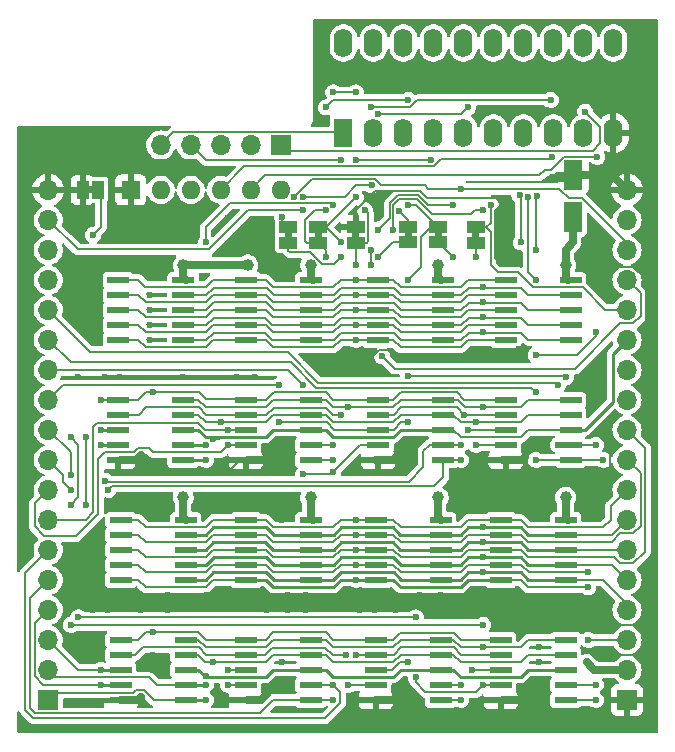
<source format=gbr>
%TF.GenerationSoftware,KiCad,Pcbnew,(6.0.1)*%
%TF.CreationDate,2022-01-30T19:22:39-07:00*%
%TF.ProjectId,Bondwell1MB,426f6e64-7765-46c6-9c31-4d422e6b6963,rev?*%
%TF.SameCoordinates,Original*%
%TF.FileFunction,Copper,L1,Top*%
%TF.FilePolarity,Positive*%
%FSLAX46Y46*%
G04 Gerber Fmt 4.6, Leading zero omitted, Abs format (unit mm)*
G04 Created by KiCad (PCBNEW (6.0.1)) date 2022-01-30 19:22:39*
%MOMM*%
%LPD*%
G01*
G04 APERTURE LIST*
G04 Aperture macros list*
%AMRoundRect*
0 Rectangle with rounded corners*
0 $1 Rounding radius*
0 $2 $3 $4 $5 $6 $7 $8 $9 X,Y pos of 4 corners*
0 Add a 4 corners polygon primitive as box body*
4,1,4,$2,$3,$4,$5,$6,$7,$8,$9,$2,$3,0*
0 Add four circle primitives for the rounded corners*
1,1,$1+$1,$2,$3*
1,1,$1+$1,$4,$5*
1,1,$1+$1,$6,$7*
1,1,$1+$1,$8,$9*
0 Add four rect primitives between the rounded corners*
20,1,$1+$1,$2,$3,$4,$5,0*
20,1,$1+$1,$4,$5,$6,$7,0*
20,1,$1+$1,$6,$7,$8,$9,0*
20,1,$1+$1,$8,$9,$2,$3,0*%
G04 Aperture macros list end*
%TA.AperFunction,SMDPad,CuDef*%
%ADD10R,1.000000X1.500000*%
%TD*%
%TA.AperFunction,SMDPad,CuDef*%
%ADD11RoundRect,0.250000X0.550000X-1.050000X0.550000X1.050000X-0.550000X1.050000X-0.550000X-1.050000X0*%
%TD*%
%TA.AperFunction,SMDPad,CuDef*%
%ADD12R,1.500000X1.000000*%
%TD*%
%TA.AperFunction,ComponentPad*%
%ADD13O,1.600000X2.400000*%
%TD*%
%TA.AperFunction,ComponentPad*%
%ADD14R,1.600000X2.400000*%
%TD*%
%TA.AperFunction,SMDPad,CuDef*%
%ADD15R,1.900000X0.600000*%
%TD*%
%TA.AperFunction,ComponentPad*%
%ADD16R,1.700000X1.700000*%
%TD*%
%TA.AperFunction,ComponentPad*%
%ADD17O,1.700000X1.700000*%
%TD*%
%TA.AperFunction,ComponentPad*%
%ADD18R,1.600000X1.600000*%
%TD*%
%TA.AperFunction,ComponentPad*%
%ADD19O,1.600000X1.600000*%
%TD*%
%TA.AperFunction,ViaPad*%
%ADD20C,1.000000*%
%TD*%
%TA.AperFunction,ViaPad*%
%ADD21C,0.600000*%
%TD*%
%TA.AperFunction,Conductor*%
%ADD22C,0.152400*%
%TD*%
%TA.AperFunction,Conductor*%
%ADD23C,0.203200*%
%TD*%
%TA.AperFunction,Conductor*%
%ADD24C,0.635000*%
%TD*%
%TA.AperFunction,Conductor*%
%ADD25C,0.254000*%
%TD*%
G04 APERTURE END LIST*
%TO.C,JOE1*%
G36*
X77466000Y-84120000D02*
G01*
X76966000Y-84120000D01*
X76966000Y-83520000D01*
X77466000Y-83520000D01*
X77466000Y-84120000D01*
G37*
%TO.C,JA9*%
G36*
X99995000Y-87880000D02*
G01*
X99395000Y-87880000D01*
X99395000Y-87380000D01*
X99995000Y-87380000D01*
X99995000Y-87880000D01*
G37*
%TO.C,JC0*%
G36*
X106980000Y-87865000D02*
G01*
X106380000Y-87865000D01*
X106380000Y-87365000D01*
X106980000Y-87365000D01*
X106980000Y-87865000D01*
G37*
%TO.C,JC1*%
G36*
X104440000Y-87865000D02*
G01*
X103840000Y-87865000D01*
X103840000Y-87365000D01*
X104440000Y-87365000D01*
X104440000Y-87865000D01*
G37*
%TO.C,JC2*%
G36*
X94280000Y-87895000D02*
G01*
X93680000Y-87895000D01*
X93680000Y-87395000D01*
X94280000Y-87395000D01*
X94280000Y-87895000D01*
G37*
%TO.C,JC3*%
G36*
X96820000Y-87895000D02*
G01*
X96220000Y-87895000D01*
X96220000Y-87395000D01*
X96820000Y-87395000D01*
X96820000Y-87895000D01*
G37*
%TO.C,JR0*%
G36*
X110155000Y-87880000D02*
G01*
X109555000Y-87880000D01*
X109555000Y-87380000D01*
X110155000Y-87380000D01*
X110155000Y-87880000D01*
G37*
%TD*%
D10*
%TO.P,JOE1,1,A*%
%TO.N,GND*%
X76566000Y-83820000D03*
%TO.P,JOE1,2,B*%
%TO.N,/~{OE}*%
X77866000Y-83820000D03*
%TD*%
D11*
%TO.P,C10,1*%
%TO.N,VCC*%
X118110000Y-86150000D03*
%TO.P,C10,2*%
%TO.N,GND*%
X118110000Y-82550000D03*
%TD*%
D12*
%TO.P,JA9,1,A*%
%TO.N,GND*%
X99695000Y-86980000D03*
%TO.P,JA9,2,B*%
%TO.N,/A9*%
X99695000Y-88280000D03*
%TD*%
%TO.P,JC0,1,A*%
%TO.N,/~{B_CAS0}*%
X106680000Y-86965000D03*
%TO.P,JC0,2,B*%
%TO.N,/~{CAS0}*%
X106680000Y-88265000D03*
%TD*%
%TO.P,JC1,1,A*%
%TO.N,/~{B_CAS1}*%
X104140000Y-86965000D03*
%TO.P,JC1,2,B*%
%TO.N,/~{CAS1}*%
X104140000Y-88265000D03*
%TD*%
%TO.P,JC2,2,B*%
%TO.N,/~{CAS2}*%
X93980000Y-88295000D03*
%TO.P,JC2,1,A*%
%TO.N,/~{B_CAS2}*%
X93980000Y-86995000D03*
%TD*%
%TO.P,JC3,2,B*%
%TO.N,/~{CAS3}*%
X96520000Y-88295000D03*
%TO.P,JC3,1,A*%
%TO.N,/~{B_CAS3}*%
X96520000Y-86995000D03*
%TD*%
%TO.P,JR0,1,A*%
%TO.N,/~{B_RAS}*%
X109855000Y-86980000D03*
%TO.P,JR0,2,B*%
%TO.N,/~{RAS0}*%
X109855000Y-88280000D03*
%TD*%
D13*
%TO.P,U5,20,VCC*%
%TO.N,VCC*%
X98660000Y-71380000D03*
%TO.P,U5,19,IO1*%
%TO.N,Net-(JP9-Pad1)*%
X101200000Y-71380000D03*
%TO.P,U5,18,IO2*%
%TO.N,Net-(JP10-Pad1)*%
X103740000Y-71380000D03*
%TO.P,U5,17,I03*%
%TO.N,Net-(JP11-Pad1)*%
X106280000Y-71380000D03*
%TO.P,U5,16,IO4*%
%TO.N,Net-(JP12-Pad1)*%
X108820000Y-71380000D03*
%TO.P,U5,15,IO5*%
%TO.N,Net-(JP13-Pad1)*%
X111360000Y-71380000D03*
%TO.P,U5,14,IO6*%
%TO.N,Net-(JP14-Pad1)*%
X113900000Y-71380000D03*
%TO.P,U5,13,IO7*%
%TO.N,Net-(JP15-Pad1)*%
X116440000Y-71380000D03*
%TO.P,U5,12,IO8*%
%TO.N,Net-(J1-Pad1)*%
X118980000Y-71380000D03*
%TO.P,U5,11,I10/~{OE}*%
%TO.N,Net-(J1-Pad2)*%
X121520000Y-71380000D03*
%TO.P,U5,10,GND*%
%TO.N,GND*%
X121520000Y-79000000D03*
%TO.P,U5,9,I9*%
%TO.N,Net-(J1-Pad3)*%
X118980000Y-79000000D03*
%TO.P,U5,8,I8*%
%TO.N,Net-(J1-Pad4)*%
X116440000Y-79000000D03*
%TO.P,U5,7,I7*%
%TO.N,/~{WE}*%
X113900000Y-79000000D03*
%TO.P,U5,6,I6*%
%TO.N,/~{B_RAS}*%
X111360000Y-79000000D03*
%TO.P,U5,5,I5*%
%TO.N,/~{B_CAS2}*%
X108820000Y-79000000D03*
%TO.P,U5,4,I4*%
%TO.N,/~{B_CAS3}*%
X106280000Y-79000000D03*
%TO.P,U5,3,I3*%
%TO.N,/~{B_CAS0}*%
X103740000Y-79000000D03*
%TO.P,U5,2,I2*%
%TO.N,/~{B_CAS1}*%
X101200000Y-79000000D03*
D14*
%TO.P,U5,1,I1/CLK*%
%TO.N,Net-(J1-Pad5)*%
X98660000Y-79000000D03*
%TD*%
D15*
%TO.P,U6,1,D0*%
%TO.N,/D0_IC1*%
X117895000Y-106680000D03*
%TO.P,U6,2,D1*%
%TO.N,/D1_IC1*%
X117895000Y-105410000D03*
%TO.P,U6,3,~{WE}*%
%TO.N,/~{WE}*%
X117895000Y-104140000D03*
%TO.P,U6,4,~{RAS}*%
%TO.N,/~{RAS0}*%
X117895000Y-102870000D03*
%TO.P,U6,5,NC/A9*%
%TO.N,/A9*%
X117895000Y-101600000D03*
%TO.P,U6,9,A0*%
%TO.N,/A0*%
X117895000Y-96520000D03*
%TO.P,U6,10,A1*%
%TO.N,/A1*%
X117895000Y-95250000D03*
%TO.P,U6,11,A2*%
%TO.N,/A2*%
X117895000Y-93980000D03*
%TO.P,U6,12,A3*%
%TO.N,/A3*%
X117895000Y-92710000D03*
%TO.P,U6,13,Vcc*%
%TO.N,VCC*%
X117895000Y-91440000D03*
%TO.P,U6,14,A4*%
%TO.N,/A4*%
X112395000Y-91440000D03*
%TO.P,U6,15,A5*%
%TO.N,/A5*%
X112395000Y-92710000D03*
%TO.P,U6,16,A6*%
%TO.N,/A6*%
X112395000Y-93980000D03*
%TO.P,U6,17,A7*%
%TO.N,/A7*%
X112395000Y-95250000D03*
%TO.P,U6,18,A8*%
%TO.N,/A8*%
X112395000Y-96520000D03*
%TO.P,U6,22,~{OE}*%
%TO.N,/~{OE}*%
X112395000Y-101600000D03*
%TO.P,U6,23,~{CAS}*%
%TO.N,/~{CAS0}*%
X112395000Y-102870000D03*
%TO.P,U6,24,D2*%
%TO.N,/D2_IC1*%
X112395000Y-104140000D03*
%TO.P,U6,25,D3*%
%TO.N,/D3_IC1*%
X112395000Y-105410000D03*
%TO.P,U6,26,Vss*%
%TO.N,GND*%
X112395000Y-106680000D03*
%TD*%
%TO.P,U1,1,D0*%
%TO.N,/D0_IC1*%
X117475000Y-127000000D03*
%TO.P,U1,2,D1*%
%TO.N,/D1_IC1*%
X117475000Y-125730000D03*
%TO.P,U1,3,~{WE}*%
%TO.N,/~{WE}*%
X117475000Y-124460000D03*
%TO.P,U1,4,~{RAS}*%
%TO.N,/~{RAS1}*%
X117475000Y-123190000D03*
%TO.P,U1,5,NC/A9*%
%TO.N,/A9*%
X117475000Y-121920000D03*
%TO.P,U1,9,A0*%
%TO.N,/A0*%
X117475000Y-116840000D03*
%TO.P,U1,10,A1*%
%TO.N,/A1*%
X117475000Y-115570000D03*
%TO.P,U1,11,A2*%
%TO.N,/A2*%
X117475000Y-114300000D03*
%TO.P,U1,12,A3*%
%TO.N,/A3*%
X117475000Y-113030000D03*
%TO.P,U1,13,Vcc*%
%TO.N,VCC*%
X117475000Y-111760000D03*
%TO.P,U1,14,A4*%
%TO.N,/A4*%
X111975000Y-111760000D03*
%TO.P,U1,15,A5*%
%TO.N,/A5*%
X111975000Y-113030000D03*
%TO.P,U1,16,A6*%
%TO.N,/A6*%
X111975000Y-114300000D03*
%TO.P,U1,17,A7*%
%TO.N,/A7*%
X111975000Y-115570000D03*
%TO.P,U1,18,A8*%
%TO.N,/A8*%
X111975000Y-116840000D03*
%TO.P,U1,22,~{OE}*%
%TO.N,/~{OE}*%
X111975000Y-121920000D03*
%TO.P,U1,23,~{CAS}*%
%TO.N,/~{CAS2}*%
X111975000Y-123190000D03*
%TO.P,U1,24,D2*%
%TO.N,/D2_IC1*%
X111975000Y-124460000D03*
%TO.P,U1,25,D3*%
%TO.N,/D3_IC1*%
X111975000Y-125730000D03*
%TO.P,U1,26,Vss*%
%TO.N,GND*%
X111975000Y-127000000D03*
%TD*%
%TO.P,U3,1,D0*%
%TO.N,/D0_IC3*%
X95885000Y-127000000D03*
%TO.P,U3,2,D1*%
%TO.N,/D1_IC3*%
X95885000Y-125730000D03*
%TO.P,U3,3,~{WE}*%
%TO.N,/~{WE}*%
X95885000Y-124460000D03*
%TO.P,U3,4,~{RAS}*%
%TO.N,/~{RAS1}*%
X95885000Y-123190000D03*
%TO.P,U3,5,NC/A9*%
%TO.N,/A9*%
X95885000Y-121920000D03*
%TO.P,U3,9,A0*%
%TO.N,/A0*%
X95885000Y-116840000D03*
%TO.P,U3,10,A1*%
%TO.N,/A1*%
X95885000Y-115570000D03*
%TO.P,U3,11,A2*%
%TO.N,/A2*%
X95885000Y-114300000D03*
%TO.P,U3,12,A3*%
%TO.N,/A3*%
X95885000Y-113030000D03*
%TO.P,U3,13,Vcc*%
%TO.N,VCC*%
X95885000Y-111760000D03*
%TO.P,U3,14,A4*%
%TO.N,/A4*%
X90385000Y-111760000D03*
%TO.P,U3,15,A5*%
%TO.N,/A5*%
X90385000Y-113030000D03*
%TO.P,U3,16,A6*%
%TO.N,/A6*%
X90385000Y-114300000D03*
%TO.P,U3,17,A7*%
%TO.N,/A7*%
X90385000Y-115570000D03*
%TO.P,U3,18,A8*%
%TO.N,/A8*%
X90385000Y-116840000D03*
%TO.P,U3,22,~{OE}*%
%TO.N,/~{OE}*%
X90385000Y-121920000D03*
%TO.P,U3,23,~{CAS}*%
%TO.N,/~{CAS3}*%
X90385000Y-123190000D03*
%TO.P,U3,24,D2*%
%TO.N,/D2_IC3*%
X90385000Y-124460000D03*
%TO.P,U3,25,D3*%
%TO.N,/D3_IC3*%
X90385000Y-125730000D03*
%TO.P,U3,26,Vss*%
%TO.N,GND*%
X90385000Y-127000000D03*
%TD*%
%TO.P,U7,1,D0*%
%TO.N,/D0_IC2*%
X107100000Y-106680000D03*
%TO.P,U7,2,D1*%
%TO.N,/D1_IC2*%
X107100000Y-105410000D03*
%TO.P,U7,3,~{WE}*%
%TO.N,/~{WE}*%
X107100000Y-104140000D03*
%TO.P,U7,4,~{RAS}*%
%TO.N,/~{RAS0}*%
X107100000Y-102870000D03*
%TO.P,U7,5,NC/A9*%
%TO.N,/A9*%
X107100000Y-101600000D03*
%TO.P,U7,9,A0*%
%TO.N,/A0*%
X107100000Y-96520000D03*
%TO.P,U7,10,A1*%
%TO.N,/A1*%
X107100000Y-95250000D03*
%TO.P,U7,11,A2*%
%TO.N,/A2*%
X107100000Y-93980000D03*
%TO.P,U7,12,A3*%
%TO.N,/A3*%
X107100000Y-92710000D03*
%TO.P,U7,13,Vcc*%
%TO.N,VCC*%
X107100000Y-91440000D03*
%TO.P,U7,14,A4*%
%TO.N,/A4*%
X101600000Y-91440000D03*
%TO.P,U7,15,A5*%
%TO.N,/A5*%
X101600000Y-92710000D03*
%TO.P,U7,16,A6*%
%TO.N,/A6*%
X101600000Y-93980000D03*
%TO.P,U7,17,A7*%
%TO.N,/A7*%
X101600000Y-95250000D03*
%TO.P,U7,18,A8*%
%TO.N,/A8*%
X101600000Y-96520000D03*
%TO.P,U7,22,~{OE}*%
%TO.N,/~{OE}*%
X101600000Y-101600000D03*
%TO.P,U7,23,~{CAS}*%
%TO.N,/~{CAS0}*%
X101600000Y-102870000D03*
%TO.P,U7,24,D2*%
%TO.N,/D2_IC2*%
X101600000Y-104140000D03*
%TO.P,U7,25,D3*%
%TO.N,/D3_IC2*%
X101600000Y-105410000D03*
%TO.P,U7,26,Vss*%
%TO.N,GND*%
X101600000Y-106680000D03*
%TD*%
%TO.P,U9,1,D0*%
%TO.N,/D0_IC4*%
X85090000Y-106680000D03*
%TO.P,U9,2,D1*%
%TO.N,/D1_IC4*%
X85090000Y-105410000D03*
%TO.P,U9,3,~{WE}*%
%TO.N,/~{WE}*%
X85090000Y-104140000D03*
%TO.P,U9,4,~{RAS}*%
%TO.N,/~{RAS0}*%
X85090000Y-102870000D03*
%TO.P,U9,5,NC/A9*%
%TO.N,/A9*%
X85090000Y-101600000D03*
%TO.P,U9,9,A0*%
%TO.N,/A0*%
X85090000Y-96520000D03*
%TO.P,U9,10,A1*%
%TO.N,/A1*%
X85090000Y-95250000D03*
%TO.P,U9,11,A2*%
%TO.N,/A2*%
X85090000Y-93980000D03*
%TO.P,U9,12,A3*%
%TO.N,/A3*%
X85090000Y-92710000D03*
%TO.P,U9,13,Vcc*%
%TO.N,VCC*%
X85090000Y-91440000D03*
%TO.P,U9,14,A4*%
%TO.N,/A4*%
X79590000Y-91440000D03*
%TO.P,U9,15,A5*%
%TO.N,/A5*%
X79590000Y-92710000D03*
%TO.P,U9,16,A6*%
%TO.N,/A6*%
X79590000Y-93980000D03*
%TO.P,U9,17,A7*%
%TO.N,/A7*%
X79590000Y-95250000D03*
%TO.P,U9,18,A8*%
%TO.N,/A8*%
X79590000Y-96520000D03*
%TO.P,U9,22,~{OE}*%
%TO.N,/~{OE}*%
X79590000Y-101600000D03*
%TO.P,U9,23,~{CAS}*%
%TO.N,/~{CAS1}*%
X79590000Y-102870000D03*
%TO.P,U9,24,D2*%
%TO.N,/D2_IC4*%
X79590000Y-104140000D03*
%TO.P,U9,25,D3*%
%TO.N,/D3_IC4*%
X79590000Y-105410000D03*
%TO.P,U9,26,Vss*%
%TO.N,GND*%
X79590000Y-106680000D03*
%TD*%
%TO.P,U2,1,D0*%
%TO.N,/D0_IC2*%
X106890000Y-127000000D03*
%TO.P,U2,2,D1*%
%TO.N,/D1_IC2*%
X106890000Y-125730000D03*
%TO.P,U2,3,~{WE}*%
%TO.N,/~{WE}*%
X106890000Y-124460000D03*
%TO.P,U2,4,~{RAS}*%
%TO.N,/~{RAS1}*%
X106890000Y-123190000D03*
%TO.P,U2,5,NC/A9*%
%TO.N,/A9*%
X106890000Y-121920000D03*
%TO.P,U2,9,A0*%
%TO.N,/A0*%
X106890000Y-116840000D03*
%TO.P,U2,10,A1*%
%TO.N,/A1*%
X106890000Y-115570000D03*
%TO.P,U2,11,A2*%
%TO.N,/A2*%
X106890000Y-114300000D03*
%TO.P,U2,12,A3*%
%TO.N,/A3*%
X106890000Y-113030000D03*
%TO.P,U2,13,Vcc*%
%TO.N,VCC*%
X106890000Y-111760000D03*
%TO.P,U2,14,A4*%
%TO.N,/A4*%
X101390000Y-111760000D03*
%TO.P,U2,15,A5*%
%TO.N,/A5*%
X101390000Y-113030000D03*
%TO.P,U2,16,A6*%
%TO.N,/A6*%
X101390000Y-114300000D03*
%TO.P,U2,17,A7*%
%TO.N,/A7*%
X101390000Y-115570000D03*
%TO.P,U2,18,A8*%
%TO.N,/A8*%
X101390000Y-116840000D03*
%TO.P,U2,22,~{OE}*%
%TO.N,/~{OE}*%
X101390000Y-121920000D03*
%TO.P,U2,23,~{CAS}*%
%TO.N,/~{CAS2}*%
X101390000Y-123190000D03*
%TO.P,U2,24,D2*%
%TO.N,/D2_IC2*%
X101390000Y-124460000D03*
%TO.P,U2,25,D3*%
%TO.N,/D3_IC2*%
X101390000Y-125730000D03*
%TO.P,U2,26,Vss*%
%TO.N,GND*%
X101390000Y-127000000D03*
%TD*%
D16*
%TO.P,J5,1,Pin_1*%
%TO.N,GND*%
X122660000Y-127000000D03*
D17*
%TO.P,J5,2,Pin_2*%
%TO.N,VCC*%
X122660000Y-124460000D03*
%TO.P,J5,3,Pin_3*%
%TO.N,/~{B_CAS0}*%
X122660000Y-121920000D03*
%TO.P,J5,4,Pin_4*%
%TO.N,/A0*%
X122660000Y-119380000D03*
%TO.P,J5,5,Pin_5*%
%TO.N,/A1*%
X122660000Y-116840000D03*
%TO.P,J5,6,Pin_6*%
%TO.N,/A2*%
X122660000Y-114300000D03*
%TO.P,J5,7,Pin_7*%
%TO.N,/A3*%
X122660000Y-111760000D03*
%TO.P,J5,8,Pin_8*%
%TO.N,/A4*%
X122660000Y-109220000D03*
%TO.P,J5,9,Pin_9*%
%TO.N,/A5*%
X122660000Y-106680000D03*
%TO.P,J5,10,Pin_10*%
%TO.N,/A6*%
X122660000Y-104140000D03*
%TO.P,J5,11,Pin_11*%
%TO.N,/A7*%
X122660000Y-101600000D03*
%TO.P,J5,12,Pin_12*%
%TO.N,/A8*%
X122660000Y-99060000D03*
%TO.P,J5,13,Pin_13*%
%TO.N,/~{WE}*%
X122660000Y-96520000D03*
%TO.P,J5,14,Pin_14*%
%TO.N,/~{B_RAS}*%
X122660000Y-93980000D03*
%TO.P,J5,15,Pin_15*%
%TO.N,/~{B_CAS3}*%
X122660000Y-91440000D03*
%TO.P,J5,16,Pin_16*%
%TO.N,/~{B_CAS2}*%
X122660000Y-88900000D03*
%TO.P,J5,17,Pin_17*%
%TO.N,VCC*%
X122660000Y-86360000D03*
%TO.P,J5,18,Pin_18*%
%TO.N,GND*%
X122660000Y-83820000D03*
%TD*%
D15*
%TO.P,U4,1,D0*%
%TO.N,/D0_IC4*%
X85300000Y-127000000D03*
%TO.P,U4,2,D1*%
%TO.N,/D1_IC4*%
X85300000Y-125730000D03*
%TO.P,U4,3,~{WE}*%
%TO.N,/~{WE}*%
X85300000Y-124460000D03*
%TO.P,U4,4,~{RAS}*%
%TO.N,/~{RAS1}*%
X85300000Y-123190000D03*
%TO.P,U4,5,NC/A9*%
%TO.N,/A9*%
X85300000Y-121920000D03*
%TO.P,U4,9,A0*%
%TO.N,/A0*%
X85300000Y-116840000D03*
%TO.P,U4,10,A1*%
%TO.N,/A1*%
X85300000Y-115570000D03*
%TO.P,U4,11,A2*%
%TO.N,/A2*%
X85300000Y-114300000D03*
%TO.P,U4,12,A3*%
%TO.N,/A3*%
X85300000Y-113030000D03*
%TO.P,U4,13,Vcc*%
%TO.N,VCC*%
X85300000Y-111760000D03*
%TO.P,U4,14,A4*%
%TO.N,/A4*%
X79800000Y-111760000D03*
%TO.P,U4,15,A5*%
%TO.N,/A5*%
X79800000Y-113030000D03*
%TO.P,U4,16,A6*%
%TO.N,/A6*%
X79800000Y-114300000D03*
%TO.P,U4,17,A7*%
%TO.N,/A7*%
X79800000Y-115570000D03*
%TO.P,U4,18,A8*%
%TO.N,/A8*%
X79800000Y-116840000D03*
%TO.P,U4,22,~{OE}*%
%TO.N,/~{OE}*%
X79800000Y-121920000D03*
%TO.P,U4,23,~{CAS}*%
%TO.N,/~{CAS3}*%
X79800000Y-123190000D03*
%TO.P,U4,24,D2*%
%TO.N,/D2_IC4*%
X79800000Y-124460000D03*
%TO.P,U4,25,D3*%
%TO.N,/D3_IC4*%
X79800000Y-125730000D03*
%TO.P,U4,26,Vss*%
%TO.N,GND*%
X79800000Y-127000000D03*
%TD*%
D18*
%TO.P,RN1,1,common*%
%TO.N,GND*%
X80645000Y-83820000D03*
D19*
%TO.P,RN1,2,R1*%
%TO.N,Net-(J1-Pad5)*%
X83185000Y-83820000D03*
%TO.P,RN1,3,R2*%
%TO.N,Net-(J1-Pad4)*%
X85725000Y-83820000D03*
%TO.P,RN1,4,R3*%
%TO.N,Net-(J1-Pad3)*%
X88265000Y-83820000D03*
%TO.P,RN1,5,R4*%
%TO.N,Net-(J1-Pad2)*%
X90805000Y-83820000D03*
%TO.P,RN1,6,R5*%
%TO.N,Net-(J1-Pad1)*%
X93345000Y-83820000D03*
%TD*%
D16*
%TO.P,J1,1,Pin_1*%
%TO.N,Net-(J1-Pad1)*%
X93345000Y-80010000D03*
D17*
%TO.P,J1,2,Pin_2*%
%TO.N,Net-(J1-Pad2)*%
X90805000Y-80010000D03*
%TO.P,J1,3,Pin_3*%
%TO.N,Net-(J1-Pad3)*%
X88265000Y-80010000D03*
%TO.P,J1,4,Pin_4*%
%TO.N,Net-(J1-Pad4)*%
X85725000Y-80010000D03*
%TO.P,J1,5,Pin_5*%
%TO.N,Net-(J1-Pad5)*%
X83185000Y-80010000D03*
%TD*%
D16*
%TO.P,J6,1,Pin_1*%
%TO.N,/D0_IC4*%
X73660000Y-127000000D03*
D17*
%TO.P,J6,2,Pin_2*%
%TO.N,/D1_IC4*%
X73660000Y-124460000D03*
%TO.P,J6,3,Pin_3*%
%TO.N,/D2_IC4*%
X73660000Y-121920000D03*
%TO.P,J6,4,Pin_4*%
%TO.N,/D3_IC4*%
X73660000Y-119380000D03*
%TO.P,J6,5,Pin_5*%
%TO.N,/D0_IC3*%
X73660000Y-116840000D03*
%TO.P,J6,6,Pin_6*%
%TO.N,/D1_IC3*%
X73660000Y-114300000D03*
%TO.P,J6,7,Pin_7*%
%TO.N,/D2_IC3*%
X73660000Y-111760000D03*
%TO.P,J6,8,Pin_8*%
%TO.N,/D3_IC3*%
X73660000Y-109220000D03*
%TO.P,J6,9,Pin_9*%
%TO.N,/D0_IC2*%
X73660000Y-106680000D03*
%TO.P,J6,10,Pin_10*%
%TO.N,/D1_IC2*%
X73660000Y-104140000D03*
%TO.P,J6,11,Pin_11*%
%TO.N,/D2_IC2*%
X73660000Y-101600000D03*
%TO.P,J6,12,Pin_12*%
%TO.N,/D3_IC2*%
X73660000Y-99060000D03*
%TO.P,J6,13,Pin_13*%
%TO.N,/D0_IC1*%
X73660000Y-96520000D03*
%TO.P,J6,14,Pin_14*%
%TO.N,/D1_IC1*%
X73660000Y-93980000D03*
%TO.P,J6,15,Pin_15*%
%TO.N,/D2_IC1*%
X73660000Y-91440000D03*
%TO.P,J6,16,Pin_16*%
%TO.N,/D3_IC1*%
X73660000Y-88900000D03*
%TO.P,J6,17,Pin_17*%
%TO.N,/~{B_CAS1}*%
X73660000Y-86360000D03*
%TO.P,J6,18,Pin_18*%
%TO.N,GND*%
X73660000Y-83820000D03*
%TD*%
D15*
%TO.P,U8,1,D0*%
%TO.N,/D0_IC3*%
X95885000Y-106680000D03*
%TO.P,U8,2,D1*%
%TO.N,/D1_IC3*%
X95885000Y-105410000D03*
%TO.P,U8,3,~{WE}*%
%TO.N,/~{WE}*%
X95885000Y-104140000D03*
%TO.P,U8,4,~{RAS}*%
%TO.N,/~{RAS0}*%
X95885000Y-102870000D03*
%TO.P,U8,5,NC/A9*%
%TO.N,/A9*%
X95885000Y-101600000D03*
%TO.P,U8,9,A0*%
%TO.N,/A0*%
X95885000Y-96520000D03*
%TO.P,U8,10,A1*%
%TO.N,/A1*%
X95885000Y-95250000D03*
%TO.P,U8,11,A2*%
%TO.N,/A2*%
X95885000Y-93980000D03*
%TO.P,U8,12,A3*%
%TO.N,/A3*%
X95885000Y-92710000D03*
%TO.P,U8,13,Vcc*%
%TO.N,VCC*%
X95885000Y-91440000D03*
%TO.P,U8,14,A4*%
%TO.N,/A4*%
X90385000Y-91440000D03*
%TO.P,U8,15,A5*%
%TO.N,/A5*%
X90385000Y-92710000D03*
%TO.P,U8,16,A6*%
%TO.N,/A6*%
X90385000Y-93980000D03*
%TO.P,U8,17,A7*%
%TO.N,/A7*%
X90385000Y-95250000D03*
%TO.P,U8,18,A8*%
%TO.N,/A8*%
X90385000Y-96520000D03*
%TO.P,U8,22,~{OE}*%
%TO.N,/~{OE}*%
X90385000Y-101600000D03*
%TO.P,U8,23,~{CAS}*%
%TO.N,/~{CAS1}*%
X90385000Y-102870000D03*
%TO.P,U8,24,D2*%
%TO.N,/D2_IC3*%
X90385000Y-104140000D03*
%TO.P,U8,25,D3*%
%TO.N,/D3_IC3*%
X90385000Y-105410000D03*
%TO.P,U8,26,Vss*%
%TO.N,GND*%
X90385000Y-106680000D03*
%TD*%
D20*
%TO.N,VCC*%
X90551000Y-90170000D03*
D21*
%TO.N,/~{B_CAS1}*%
X103398100Y-85590600D03*
%TO.N,/~{B_CAS0}*%
X104140000Y-85090000D03*
D20*
%TO.N,VCC*%
X117475000Y-109855000D03*
X95885000Y-90170000D03*
D21*
X119260000Y-123820000D03*
D20*
X85090000Y-90170000D03*
X106680000Y-90170000D03*
X95885000Y-109855000D03*
X85090000Y-109855000D03*
X106680000Y-109855000D03*
X117475000Y-90170000D03*
D21*
%TO.N,GND*%
X78486000Y-99695000D03*
X78740000Y-80264000D03*
X102362000Y-118618000D03*
X119888000Y-84074000D03*
X120396000Y-98044000D03*
X115316000Y-126492000D03*
X81491000Y-126789000D03*
X72136000Y-95250000D03*
X100076000Y-118110000D03*
X82296000Y-95250000D03*
X111252000Y-119126000D03*
X78994000Y-110490000D03*
X114024500Y-118385500D03*
X106934000Y-119888000D03*
X75692000Y-86106000D03*
X76200000Y-92456000D03*
X116332000Y-82804000D03*
X114808000Y-127508000D03*
X79756000Y-86106000D03*
X90170000Y-119126000D03*
X79756000Y-79248000D03*
X77724000Y-79248000D03*
X81491000Y-118153000D03*
X103124000Y-126746000D03*
X82550000Y-124460000D03*
X103124000Y-118110000D03*
X120269000Y-128651000D03*
X101346000Y-119380000D03*
X114046000Y-107950000D03*
X100076000Y-119380000D03*
X91186000Y-99695000D03*
X76962000Y-81788000D03*
X76200000Y-127254000D03*
X83820000Y-119380000D03*
X118364000Y-73406000D03*
X77470000Y-121412000D03*
X123952000Y-123190000D03*
X123952000Y-97790000D03*
X88900000Y-119126000D03*
X78740000Y-81788000D03*
X117348000Y-118618000D03*
X114173000Y-128905000D03*
X84582000Y-82042000D03*
X93980000Y-119380000D03*
X107569000Y-128905000D03*
X88900000Y-110236000D03*
X75946000Y-79248000D03*
X77470000Y-118110000D03*
X82296000Y-93980000D03*
X103124000Y-119380000D03*
X117602000Y-76962000D03*
X121412000Y-123190000D03*
X88900000Y-118110000D03*
X76200000Y-89662000D03*
X93980000Y-118110000D03*
X72136000Y-97790000D03*
X91186000Y-87630000D03*
X118491000Y-128905000D03*
X72136000Y-105410000D03*
X114024500Y-106404500D03*
X81491000Y-119423000D03*
X90170000Y-118110000D03*
X74422000Y-79248000D03*
X95504000Y-98044000D03*
X72136000Y-102870000D03*
X113284000Y-119634000D03*
X81534000Y-106299000D03*
X82296000Y-87630000D03*
X99314000Y-127762000D03*
X88900000Y-107696000D03*
X120670600Y-73406000D03*
X77470000Y-123190000D03*
X86868000Y-82296000D03*
X73660000Y-80264000D03*
X111887000Y-128905000D03*
X120650000Y-91186000D03*
X93726000Y-125730000D03*
X81534000Y-86106000D03*
X72136000Y-107950000D03*
X123952000Y-118110000D03*
X101346000Y-118110000D03*
X114024500Y-126640500D03*
X115189000Y-122555000D03*
X123952000Y-102870000D03*
X106934000Y-118110000D03*
X74930000Y-115570000D03*
X92180500Y-118131500D03*
X79756000Y-99695000D03*
X93472000Y-123825000D03*
X83312000Y-86106000D03*
X77470000Y-119380000D03*
X109601000Y-128905000D03*
X75184000Y-80264000D03*
X91440000Y-86614000D03*
X119380000Y-118872000D03*
X121412000Y-107950000D03*
X73660000Y-81788000D03*
X86868000Y-91186000D03*
X114808000Y-108458000D03*
X106172000Y-119126000D03*
X87122000Y-118110000D03*
X111252000Y-76962000D03*
X113538000Y-97282000D03*
X77216000Y-114554000D03*
X78740000Y-119380000D03*
X72136000Y-81788000D03*
X76200000Y-99695000D03*
X82042000Y-81788000D03*
X81491000Y-124249000D03*
X95504000Y-119380000D03*
X72136000Y-85090000D03*
X77724000Y-127254000D03*
X72136000Y-113030000D03*
X109982000Y-127762000D03*
X87122000Y-119126000D03*
X74930000Y-118110000D03*
X98171000Y-128905000D03*
X112395000Y-85090000D03*
X105156000Y-118110000D03*
X80518000Y-87630000D03*
X75184000Y-81788000D03*
X80772000Y-80264000D03*
X72136000Y-80264000D03*
X120142000Y-100584000D03*
X76962000Y-80264000D03*
X103124000Y-128905000D03*
X93980000Y-127762000D03*
X114024500Y-121179500D03*
X72136000Y-100330000D03*
X72136000Y-87630000D03*
X120670600Y-75438000D03*
X72898000Y-79248000D03*
X111252000Y-117856000D03*
X76454000Y-122428000D03*
X89662000Y-99695000D03*
X72136000Y-90170000D03*
X112522000Y-118364000D03*
X85090000Y-99695000D03*
X112268000Y-120650000D03*
X92180500Y-119401500D03*
X82550000Y-123190000D03*
X83820000Y-118110000D03*
X88900000Y-86233000D03*
X115189000Y-123825000D03*
X120904000Y-104140000D03*
X101219000Y-128905000D03*
X85344000Y-86106000D03*
X106680000Y-98044000D03*
X103124000Y-106426000D03*
X93472000Y-111760000D03*
X82296000Y-96520000D03*
X116459000Y-128905000D03*
X101854000Y-84582000D03*
X83312000Y-124206000D03*
X95504000Y-118110000D03*
X105537000Y-128905000D03*
X80772000Y-81788000D03*
X118364000Y-75438000D03*
X82296000Y-92710000D03*
X76200000Y-94996000D03*
X111760000Y-89535000D03*
X113792000Y-76962000D03*
X92413000Y-106383000D03*
X84328000Y-87630000D03*
X120142000Y-88392000D03*
X72136000Y-92710000D03*
X121412000Y-120650000D03*
X78740000Y-118110000D03*
X92180500Y-126470500D03*
X103124000Y-97790000D03*
X77089000Y-85725000D03*
%TO.N,Net-(J1-Pad4)*%
X116205000Y-76200000D03*
X100965000Y-76835000D03*
X98425000Y-81280000D03*
%TO.N,Net-(J1-Pad3)*%
X116332000Y-81055610D03*
%TO.N,Net-(J1-Pad2)*%
X120142000Y-81026000D03*
%TO.N,Net-(J1-Pad1)*%
X119126000Y-77216000D03*
%TO.N,/~{B_CAS2}*%
X108585000Y-83737699D03*
X93472000Y-86106000D03*
X94497597Y-84386899D03*
%TO.N,/~{B_CAS3}*%
X99695000Y-84455000D03*
X100965000Y-90170000D03*
X98425000Y-88265000D03*
X100965000Y-88900000D03*
X101918656Y-97892864D03*
X99695000Y-81280000D03*
X106045000Y-81280000D03*
%TO.N,/~{B_RAS}*%
X111125000Y-85090000D03*
%TO.N,/~{WE}*%
X114300000Y-84455000D03*
X120015000Y-95885000D03*
X86985647Y-124978155D03*
X114935000Y-97790000D03*
X87609131Y-104901899D03*
X114935000Y-91440000D03*
%TO.N,/A8*%
X119380000Y-117475000D03*
X99695000Y-116840000D03*
X99695000Y-96520000D03*
%TO.N,/A7*%
X99695000Y-95250000D03*
X99695000Y-115570000D03*
X119380000Y-116205000D03*
%TO.N,/A6*%
X99695000Y-93980000D03*
X99695000Y-114300000D03*
%TO.N,/A5*%
X99695000Y-92710000D03*
X99695000Y-113030000D03*
%TO.N,/A4*%
X99695000Y-111760000D03*
X99695000Y-91440000D03*
%TO.N,/A3*%
X110490000Y-112395000D03*
X110490000Y-92075000D03*
%TO.N,/A2*%
X110490000Y-93345000D03*
X110490000Y-113665000D03*
%TO.N,/A1*%
X110490000Y-94615000D03*
X110490000Y-114935000D03*
%TO.N,/A0*%
X110482001Y-116212999D03*
X110490000Y-95885000D03*
%TO.N,/~{B_CAS0}*%
X119380000Y-121920000D03*
X117475000Y-99695000D03*
X104140000Y-91440000D03*
X104140000Y-99556980D03*
%TO.N,/~{B_CAS1}*%
X95250000Y-84386899D03*
X101049003Y-83428127D03*
X95250000Y-85542499D03*
%TO.N,/D3_IC1*%
X104775000Y-120015000D03*
X104775000Y-125095000D03*
X109855000Y-105410000D03*
X76835000Y-104775000D03*
X76835000Y-110490000D03*
X76200000Y-120015000D03*
X110490000Y-125730000D03*
%TO.N,/D2_IC1*%
X110490000Y-120650000D03*
X109220000Y-104140000D03*
X75565000Y-110490000D03*
X75565000Y-120650000D03*
X109577432Y-124460001D03*
X75565000Y-104775000D03*
%TO.N,/D1_IC1*%
X116840000Y-105410000D03*
X120015000Y-105410000D03*
X116840000Y-100330000D03*
X120015000Y-125730000D03*
%TO.N,/D0_IC1*%
X120015000Y-127000000D03*
X114935000Y-100965000D03*
X114935000Y-106680000D03*
X120650000Y-106680000D03*
%TO.N,/D3_IC2*%
X99060000Y-125730000D03*
X95250000Y-100330000D03*
X97790000Y-107696000D03*
X95250000Y-107915191D03*
%TO.N,/D2_IC2*%
X104140000Y-103505000D03*
X93230500Y-100363400D03*
X104140000Y-123825000D03*
X93230500Y-103513000D03*
%TO.N,/D1_IC2*%
X78486000Y-108458000D03*
X108585000Y-125730000D03*
X75565000Y-107950000D03*
X108585000Y-105410000D03*
%TO.N,/D0_IC2*%
X108585000Y-106680000D03*
X108585000Y-127000000D03*
X78740000Y-109220000D03*
X75565000Y-109220000D03*
%TO.N,/D3_IC3*%
X88900000Y-105410000D03*
X88900000Y-125730000D03*
%TO.N,/D2_IC3*%
X88900000Y-124460000D03*
X88900000Y-104140000D03*
%TO.N,/D1_IC3*%
X97790000Y-105410000D03*
X97790000Y-125730000D03*
%TO.N,/D0_IC3*%
X97790000Y-106680000D03*
X97790000Y-127000000D03*
%TO.N,/D3_IC4*%
X78105000Y-105410000D03*
X78105000Y-125730000D03*
%TO.N,/D2_IC4*%
X78105000Y-104140000D03*
X78105000Y-124460000D03*
%TO.N,/D1_IC4*%
X86995000Y-125730000D03*
X86995000Y-105410000D03*
%TO.N,/D0_IC4*%
X86995000Y-127000000D03*
X86995000Y-106680000D03*
%TO.N,/A9*%
X109220000Y-76835000D03*
X99060000Y-102235000D03*
X110490000Y-102235000D03*
X101617917Y-77419384D03*
X99695000Y-90170000D03*
X100495003Y-85542500D03*
X110490000Y-122555000D03*
%TO.N,/~{OE}*%
X82550000Y-100965000D03*
X78105000Y-101600000D03*
X77470000Y-87630000D03*
X82550000Y-121285000D03*
%TO.N,/~{CAS0}*%
X108892882Y-102870000D03*
X113565534Y-84291699D03*
X107950000Y-89535000D03*
X113665000Y-88265000D03*
%TO.N,/~{CAS1}*%
X102870000Y-87177500D03*
X98425000Y-102870000D03*
X101600000Y-89535000D03*
X110490000Y-85542500D03*
%TO.N,/~{CAS2}*%
X99695000Y-123190000D03*
X101600000Y-87177500D03*
X107950000Y-85090000D03*
X98425000Y-89535000D03*
%TO.N,/~{CAS3}*%
X104140000Y-76200000D03*
X98869603Y-123215394D03*
X97155000Y-76835000D03*
X97155000Y-89535000D03*
X97155000Y-85542500D03*
%TO.N,/~{RAS0}*%
X88265000Y-103505000D03*
X115062000Y-84328000D03*
X109855000Y-103505000D03*
X109855000Y-89535000D03*
X114935000Y-88900000D03*
%TO.N,/~{RAS1}*%
X99695000Y-75565000D03*
X97790000Y-75565000D03*
X86995000Y-88265000D03*
X97806508Y-85078237D03*
X87630000Y-123825000D03*
%TD*%
D22*
%TO.N,/~{CAS1}*%
X110490000Y-85542500D02*
X109783500Y-85542500D01*
X109474000Y-85852000D02*
X106172692Y-85852000D01*
X109783500Y-85542500D02*
X109474000Y-85852000D01*
X106172692Y-85852000D02*
X104882091Y-84561399D01*
X104882091Y-84561399D02*
X103398601Y-84561399D01*
X103398601Y-84561399D02*
X102870000Y-85090000D01*
X102870000Y-85090000D02*
X102870000Y-87177500D01*
D23*
%TO.N,/~{CAS3}*%
X96520000Y-88295000D02*
X95566800Y-88295000D01*
X95566800Y-88295000D02*
X95377000Y-88105200D01*
X95377000Y-88105200D02*
X95377000Y-86380978D01*
X95377000Y-86380978D02*
X96215478Y-85542500D01*
X96215478Y-85542500D02*
X97155000Y-85542500D01*
X97155000Y-89535000D02*
X97155000Y-88930000D01*
X97155000Y-88930000D02*
X96520000Y-88295000D01*
%TO.N,/~{CAS2}*%
X98425000Y-89535000D02*
X97871489Y-90088511D01*
X97871489Y-90088511D02*
X96869138Y-90088511D01*
X96869138Y-90088511D02*
X95862228Y-89081601D01*
X95862228Y-89081601D02*
X94093401Y-89081601D01*
D22*
%TO.N,/~{B_CAS1}*%
X104140000Y-86332500D02*
X104140000Y-86965000D01*
X103398100Y-85590600D02*
X104140000Y-86332500D01*
D23*
%TO.N,/~{B_CAS0}*%
X104140000Y-85090000D02*
X104805000Y-85090000D01*
X104805000Y-85090000D02*
X106680000Y-86965000D01*
X105191601Y-90388399D02*
X105191601Y-87848399D01*
X105191601Y-87848399D02*
X106075000Y-86965000D01*
X106075000Y-86965000D02*
X106680000Y-86965000D01*
%TO.N,/~{OE}*%
X78120000Y-86980000D02*
X78120000Y-83820000D01*
%TO.N,GND*%
X76820000Y-83820000D02*
X73660000Y-83820000D01*
D24*
%TO.N,VCC*%
X117475000Y-90170000D02*
X117475000Y-91230000D01*
X117475000Y-91230000D02*
X117685000Y-91440000D01*
X95885000Y-90170000D02*
X95885000Y-91230000D01*
X85090000Y-109855000D02*
X85090000Y-111550000D01*
X95885000Y-111550000D02*
X96095000Y-111760000D01*
X117475000Y-111550000D02*
X117685000Y-111760000D01*
X117475000Y-109855000D02*
X117475000Y-111550000D01*
X106680000Y-90170000D02*
X106680000Y-91230000D01*
X106680000Y-111550000D02*
X106890000Y-111760000D01*
X95885000Y-91230000D02*
X96095000Y-91440000D01*
X85090000Y-111550000D02*
X85300000Y-111760000D01*
X122660000Y-124460000D02*
X119900000Y-124460000D01*
X106680000Y-109855000D02*
X106680000Y-111550000D01*
X90515074Y-90170000D02*
X85090000Y-90170000D01*
X85090000Y-91212491D02*
X85300000Y-91422491D01*
X106680000Y-91230000D02*
X106890000Y-91440000D01*
X119900000Y-124460000D02*
X119260000Y-123820000D01*
X85090000Y-90170000D02*
X85090000Y-91212491D01*
X118110000Y-88265000D02*
X117475000Y-88900000D01*
X95885000Y-109855000D02*
X95885000Y-111550000D01*
X117475000Y-88900000D02*
X117475000Y-90170000D01*
X118110000Y-86150000D02*
X118110000Y-88265000D01*
%TO.N,GND*%
X79800000Y-106680000D02*
X81153000Y-106680000D01*
D23*
X120396000Y-100330000D02*
X120142000Y-100584000D01*
D22*
X90932000Y-99568000D02*
X91186000Y-99822000D01*
D23*
X121500001Y-90335999D02*
X120650000Y-91186000D01*
X106934000Y-118110000D02*
X110998000Y-118110000D01*
X121412000Y-120650000D02*
X123952000Y-120650000D01*
D24*
X118110000Y-82550000D02*
X121390000Y-82550000D01*
X81153000Y-106680000D02*
X81534000Y-106299000D01*
D23*
X102001618Y-83926382D02*
X105144434Y-83926382D01*
X120396000Y-98044000D02*
X120396000Y-100330000D01*
D22*
X78486000Y-99822000D02*
X76212600Y-99822000D01*
X76200000Y-92456000D02*
X76200000Y-89662000D01*
D23*
X117602000Y-76962000D02*
X113792000Y-76962000D01*
X81491000Y-118153000D02*
X83777000Y-118153000D01*
X121412000Y-123190000D02*
X123952000Y-123190000D01*
X89916000Y-106680000D02*
X88900000Y-107696000D01*
D22*
X114808000Y-108458000D02*
X114554000Y-108458000D01*
D24*
X111760000Y-85725000D02*
X112395000Y-85090000D01*
D23*
X83820000Y-118110000D02*
X87122000Y-118110000D01*
X75946000Y-114554000D02*
X74930000Y-115570000D01*
D22*
X89662000Y-99568000D02*
X90932000Y-99568000D01*
D23*
X102001618Y-84434382D02*
X101854000Y-84582000D01*
X117348000Y-118618000D02*
X119126000Y-118618000D01*
X117983000Y-82677000D02*
X118110000Y-82550000D01*
X121204001Y-104440001D02*
X121204001Y-107742001D01*
X117115500Y-118385500D02*
X117348000Y-118618000D01*
X121204001Y-107742001D02*
X121412000Y-107950000D01*
D24*
X101390000Y-127000000D02*
X102870000Y-127000000D01*
D23*
X105144434Y-83926382D02*
X105754051Y-84535999D01*
X82042000Y-81788000D02*
X84328000Y-81788000D01*
D22*
X76212600Y-99822000D02*
X76200000Y-99809400D01*
X85090000Y-99568000D02*
X78740000Y-99568000D01*
D23*
X77216000Y-114554000D02*
X75946000Y-114554000D01*
D24*
X79800000Y-127000000D02*
X81280000Y-127000000D01*
D23*
X124251999Y-97490001D02*
X124251999Y-91398077D01*
X86614000Y-82042000D02*
X86868000Y-82296000D01*
X106680000Y-98044000D02*
X112776000Y-98044000D01*
X111840999Y-84535999D02*
X112395000Y-85090000D01*
X101291199Y-83926382D02*
X102001618Y-83926382D01*
X99695000Y-85522581D02*
X101291199Y-83926382D01*
D22*
X89916000Y-99822000D02*
X89662000Y-99568000D01*
D23*
X110490000Y-119888000D02*
X111252000Y-119126000D01*
X124251999Y-91398077D02*
X123189921Y-90335999D01*
X90170000Y-118110000D02*
X90170000Y-119126000D01*
X103124000Y-97790000D02*
X102672863Y-97338863D01*
X103124000Y-97790000D02*
X106426000Y-97790000D01*
X121158000Y-120650000D02*
X121412000Y-120650000D01*
X88900000Y-110236000D02*
X91948000Y-110236000D01*
X106426000Y-97790000D02*
X106680000Y-98044000D01*
D22*
X114554000Y-108458000D02*
X114046000Y-107950000D01*
D23*
X105754051Y-84535999D02*
X111840999Y-84535999D01*
D24*
X117856000Y-82804000D02*
X118110000Y-82550000D01*
D22*
X91186000Y-99822000D02*
X89916000Y-99822000D01*
D24*
X116332000Y-82804000D02*
X117856000Y-82804000D01*
D23*
X106934000Y-119888000D02*
X110490000Y-119888000D01*
X87122000Y-119126000D02*
X88900000Y-119126000D01*
X88900000Y-119126000D02*
X88900000Y-118110000D01*
D24*
X113749000Y-106680000D02*
X114024500Y-106404500D01*
D23*
X74930000Y-118110000D02*
X77470000Y-118110000D01*
X84328000Y-81788000D02*
X84582000Y-82042000D01*
X120904000Y-104140000D02*
X121204001Y-104440001D01*
D24*
X101390000Y-106680000D02*
X102870000Y-106680000D01*
D23*
X78740000Y-118110000D02*
X77470000Y-118110000D01*
X90385000Y-106680000D02*
X89916000Y-106680000D01*
X123952000Y-97790000D02*
X124251999Y-97490001D01*
X101652735Y-97338863D02*
X100947598Y-98044000D01*
X112776000Y-98044000D02*
X113538000Y-97282000D01*
X90170000Y-119126000D02*
X91905000Y-119126000D01*
D24*
X111760000Y-89535000D02*
X111760000Y-85725000D01*
D22*
X78740000Y-99568000D02*
X78486000Y-99822000D01*
D24*
X112185000Y-106680000D02*
X113749000Y-106680000D01*
D22*
X89662000Y-99568000D02*
X85090000Y-99568000D01*
D24*
X102870000Y-106680000D02*
X103124000Y-106426000D01*
D23*
X78740000Y-118110000D02*
X81448000Y-118110000D01*
D24*
X112185000Y-127000000D02*
X113665000Y-127000000D01*
D23*
X99695000Y-86980000D02*
X99695000Y-85522581D01*
D24*
X113665000Y-127000000D02*
X114024500Y-126640500D01*
D23*
X113792000Y-76962000D02*
X111252000Y-76962000D01*
X119126000Y-118618000D02*
X119380000Y-118872000D01*
D22*
X76200000Y-94996000D02*
X76200000Y-92456000D01*
D24*
X121390000Y-82550000D02*
X122660000Y-83820000D01*
D23*
X120670600Y-75438000D02*
X118364000Y-75438000D01*
X114024500Y-118385500D02*
X117115500Y-118385500D01*
D24*
X90595000Y-106680000D02*
X92116000Y-106680000D01*
D23*
X91948000Y-110236000D02*
X93472000Y-111760000D01*
X100947598Y-98044000D02*
X95504000Y-98044000D01*
X102672863Y-97338863D02*
X101652735Y-97338863D01*
D24*
X92116000Y-106680000D02*
X92413000Y-106383000D01*
D23*
X102001618Y-83926382D02*
X102001618Y-84434382D01*
D24*
X91651000Y-127000000D02*
X92180500Y-126470500D01*
D22*
X78486000Y-99822000D02*
X91186000Y-99822000D01*
D24*
X81280000Y-127000000D02*
X81491000Y-126789000D01*
D23*
X110998000Y-118110000D02*
X111252000Y-117856000D01*
X91905000Y-119126000D02*
X92180500Y-119401500D01*
D24*
X102870000Y-127000000D02*
X103124000Y-126746000D01*
D23*
X118364000Y-73406000D02*
X120670600Y-73406000D01*
X84582000Y-82042000D02*
X86614000Y-82042000D01*
X123189921Y-90335999D02*
X121500001Y-90335999D01*
D24*
X90595000Y-127000000D02*
X91651000Y-127000000D01*
D23*
X119380000Y-118872000D02*
X121158000Y-120650000D01*
X83777000Y-118153000D02*
X83820000Y-118110000D01*
X81448000Y-118110000D02*
X81491000Y-118153000D01*
D22*
%TO.N,Net-(J1-Pad5)*%
X98591399Y-78931399D02*
X98660000Y-79000000D01*
X83185000Y-80010000D02*
X84263601Y-78931399D01*
X84263601Y-78931399D02*
X98591399Y-78931399D01*
%TO.N,Net-(J1-Pad4)*%
X104287330Y-76835000D02*
X104922330Y-76200000D01*
X104922330Y-76200000D02*
X116205000Y-76200000D01*
X100965000Y-76835000D02*
X104287330Y-76835000D01*
D23*
X85725000Y-80010000D02*
X86995000Y-81280000D01*
X86995000Y-81280000D02*
X98425000Y-81280000D01*
D22*
%TO.N,Net-(J1-Pad3)*%
X90276399Y-81808601D02*
X106298729Y-81808601D01*
X116214280Y-81173330D02*
X116332000Y-81055610D01*
X106934000Y-81173330D02*
X116214280Y-81173330D01*
X106298729Y-81808601D02*
X106934000Y-81173330D01*
X88265000Y-83820000D02*
X90276399Y-81808601D01*
%TO.N,Net-(J1-Pad2)*%
X90805000Y-83820000D02*
X92030284Y-82594716D01*
X116234743Y-82148399D02*
X117361752Y-81021390D01*
X120137390Y-81021390D02*
X120142000Y-81026000D01*
X115250954Y-82594716D02*
X115697271Y-82148399D01*
X115697271Y-82148399D02*
X116234743Y-82148399D01*
X92030284Y-82594716D02*
X115250954Y-82594716D01*
X117361752Y-81021390D02*
X120137390Y-81021390D01*
D23*
%TO.N,Net-(J1-Pad1)*%
X120418390Y-78508390D02*
X119126000Y-77216000D01*
X120418390Y-79856301D02*
X120418390Y-78508390D01*
X93836610Y-80501610D02*
X119773081Y-80501610D01*
X119773081Y-80501610D02*
X120418390Y-79856301D01*
X93345000Y-80010000D02*
X93836610Y-80501610D01*
%TO.N,/~{B_CAS2}*%
X116917601Y-83737699D02*
X117728292Y-84548390D01*
D22*
X105537000Y-83439000D02*
X105835699Y-83737699D01*
D23*
X122660000Y-88319902D02*
X122660000Y-88900000D01*
D22*
X101842206Y-83439000D02*
X101302732Y-82899526D01*
X93472000Y-86457000D02*
X93980000Y-86965000D01*
X95984970Y-82899526D02*
X94497597Y-84386899D01*
D23*
X108585000Y-83737699D02*
X116917601Y-83737699D01*
X117728292Y-84548390D02*
X118888488Y-84548390D01*
D22*
X105835699Y-83737699D02*
X108585000Y-83737699D01*
X101842206Y-83439000D02*
X105537000Y-83439000D01*
D23*
X118888488Y-84548390D02*
X122660000Y-88319902D01*
D22*
X101302732Y-82899526D02*
X95984970Y-82899526D01*
X93472000Y-86106000D02*
X93472000Y-86457000D01*
D23*
%TO.N,/~{B_CAS3}*%
X122660000Y-91440000D02*
X123811601Y-92591601D01*
X97170000Y-86980000D02*
X99695000Y-84455000D01*
X123811601Y-94532769D02*
X123212769Y-95131601D01*
X98425000Y-88265000D02*
X97140000Y-86980000D01*
X102981171Y-98955379D02*
X101918656Y-97892864D01*
X123811601Y-92591601D02*
X123811601Y-94532769D01*
X99695000Y-81280000D02*
X106045000Y-81280000D01*
X103609621Y-98955379D02*
X102981171Y-98955379D01*
X97140000Y-86980000D02*
X96520000Y-86980000D01*
X118283453Y-98955379D02*
X103609621Y-98955379D01*
X123212769Y-95131601D02*
X122107231Y-95131601D01*
X96520000Y-86980000D02*
X97170000Y-86980000D01*
X122107231Y-95131601D02*
X118283453Y-98955379D01*
X100965000Y-90170000D02*
X100965000Y-88900000D01*
D22*
%TO.N,/~{B_RAS}*%
X111125000Y-90170000D02*
X111760000Y-90805000D01*
X111125000Y-86612400D02*
X111125000Y-85090000D01*
X114691482Y-92075000D02*
X118921482Y-92075000D01*
X111125000Y-87347600D02*
X111125000Y-90170000D01*
X113421482Y-90805000D02*
X114691482Y-92075000D01*
X110757400Y-86980000D02*
X111125000Y-87347600D01*
X109855000Y-86980000D02*
X110757400Y-86980000D01*
X120826482Y-93980000D02*
X122660000Y-93980000D01*
X118921482Y-92075000D02*
X120826482Y-93980000D01*
X110757400Y-86980000D02*
X111125000Y-86612400D01*
X111760000Y-90805000D02*
X113421482Y-90805000D01*
D25*
%TO.N,/~{WE}*%
X107950000Y-124460000D02*
X108577001Y-125087001D01*
X103505000Y-104140000D02*
X106890000Y-104140000D01*
D23*
X120015000Y-96192882D02*
X120015000Y-95885000D01*
D25*
X102877999Y-125087001D02*
X103505000Y-124460000D01*
X96095000Y-124460000D02*
X97155000Y-124460000D01*
X97782001Y-104767001D02*
X102877999Y-104767001D01*
X86360000Y-124460000D02*
X86987001Y-125087001D01*
X86987001Y-125087001D02*
X92082999Y-125087001D01*
X86987001Y-104767001D02*
X88272999Y-104767001D01*
X117895000Y-104140000D02*
X119099000Y-104140000D01*
X113672999Y-125087001D02*
X114300000Y-124460000D01*
X86987001Y-124979509D02*
X86985647Y-124978155D01*
X108577001Y-125087001D02*
X113672999Y-125087001D01*
X119099000Y-104140000D02*
X121482999Y-101756001D01*
D22*
X88138101Y-104901899D02*
X88272999Y-104767001D01*
D23*
X118417882Y-97790000D02*
X120015000Y-96192882D01*
X113665000Y-104775000D02*
X114300000Y-104140000D01*
D25*
X96095000Y-104140000D02*
X97155000Y-104140000D01*
X106890000Y-124460000D02*
X107950000Y-124460000D01*
X97155000Y-124460000D02*
X97782001Y-125087001D01*
X97782001Y-125087001D02*
X102877999Y-125087001D01*
D23*
X114300000Y-104140000D02*
X117895000Y-104140000D01*
X107950000Y-104140000D02*
X108585000Y-104775000D01*
D25*
X92082999Y-104767001D02*
X92710000Y-104140000D01*
X86360000Y-104140000D02*
X86987001Y-104767001D01*
X86987001Y-125087001D02*
X86987001Y-124979509D01*
X102877999Y-104767001D02*
X103505000Y-104140000D01*
D22*
X87609131Y-104901899D02*
X88138101Y-104901899D01*
D25*
X97155000Y-104140000D02*
X97782001Y-104767001D01*
X114300000Y-124460000D02*
X117685000Y-124460000D01*
X85300000Y-124460000D02*
X86360000Y-124460000D01*
X88272999Y-104767001D02*
X92082999Y-104767001D01*
D23*
X107100000Y-104140000D02*
X107950000Y-104140000D01*
D25*
X85300000Y-104140000D02*
X86360000Y-104140000D01*
X121482999Y-97697001D02*
X122660000Y-96520000D01*
X92082999Y-125087001D02*
X92710000Y-124460000D01*
X103505000Y-124460000D02*
X106890000Y-124460000D01*
D23*
X114300000Y-90805000D02*
X114935000Y-91440000D01*
D25*
X92710000Y-124460000D02*
X96095000Y-124460000D01*
X121482999Y-101756001D02*
X121482999Y-97697001D01*
X92710000Y-104140000D02*
X96095000Y-104140000D01*
D23*
X108585000Y-104775000D02*
X113665000Y-104775000D01*
X114300000Y-84455000D02*
X114300000Y-90805000D01*
X114935000Y-97790000D02*
X118417882Y-97790000D01*
%TO.N,/A8*%
X97790000Y-97155000D02*
X98425000Y-96520000D01*
D25*
X98425000Y-116840000D02*
X101390000Y-116840000D01*
D23*
X81915000Y-97155000D02*
X86995000Y-97155000D01*
X92710000Y-97155000D02*
X97790000Y-97155000D01*
X99695000Y-116840000D02*
X101390000Y-116840000D01*
X114300000Y-117475000D02*
X119380000Y-117475000D01*
X109220000Y-96520000D02*
X112185000Y-96520000D01*
X87630000Y-116840000D02*
X90595000Y-116840000D01*
D25*
X103505000Y-117475000D02*
X108585000Y-117475000D01*
D23*
X113665000Y-116840000D02*
X114300000Y-117475000D01*
D25*
X109220000Y-116840000D02*
X112185000Y-116840000D01*
D23*
X102870000Y-96520000D02*
X103505000Y-97155000D01*
D25*
X92710000Y-117475000D02*
X97790000Y-117475000D01*
D23*
X99695000Y-96520000D02*
X101390000Y-96520000D01*
X81280000Y-116840000D02*
X81915000Y-117475000D01*
X86995000Y-117475000D02*
X87630000Y-116840000D01*
X108585000Y-97155000D02*
X109220000Y-96520000D01*
X86995000Y-97155000D02*
X87630000Y-96520000D01*
X81280000Y-96520000D02*
X81915000Y-97155000D01*
X81915000Y-117475000D02*
X86995000Y-117475000D01*
X87630000Y-96520000D02*
X90595000Y-96520000D01*
D25*
X108585000Y-117475000D02*
X109220000Y-116840000D01*
X101390000Y-116840000D02*
X102870000Y-116840000D01*
D23*
X112185000Y-116840000D02*
X113665000Y-116840000D01*
D25*
X102870000Y-116840000D02*
X103505000Y-117475000D01*
D23*
X101390000Y-96520000D02*
X102870000Y-96520000D01*
D25*
X92075000Y-116840000D02*
X92710000Y-117475000D01*
X97790000Y-117475000D02*
X98425000Y-116840000D01*
X90595000Y-116840000D02*
X92075000Y-116840000D01*
D23*
X92075000Y-96520000D02*
X92710000Y-97155000D01*
X79800000Y-116840000D02*
X81280000Y-116840000D01*
X103505000Y-97155000D02*
X108585000Y-97155000D01*
X90595000Y-96520000D02*
X92075000Y-96520000D01*
X79800000Y-96520000D02*
X81280000Y-96520000D01*
X98425000Y-96520000D02*
X99695000Y-96520000D01*
%TO.N,/A7*%
X102870000Y-95250000D02*
X103505000Y-95885000D01*
X81915000Y-116205000D02*
X86995000Y-116205000D01*
X97790000Y-116205000D02*
X98425000Y-115570000D01*
X90595000Y-115570000D02*
X92075000Y-115570000D01*
X81280000Y-95250000D02*
X81915000Y-95885000D01*
X81915000Y-95885000D02*
X86995000Y-95885000D01*
X97790000Y-95885000D02*
X98425000Y-95250000D01*
X98425000Y-115570000D02*
X99695000Y-115570000D01*
X108585000Y-116205000D02*
X109220000Y-115570000D01*
X92075000Y-95250000D02*
X92710000Y-95885000D01*
X87630000Y-95250000D02*
X90595000Y-95250000D01*
X99695000Y-95250000D02*
X101390000Y-95250000D01*
X92075000Y-115570000D02*
X92710000Y-116205000D01*
X108585000Y-95885000D02*
X109220000Y-95250000D01*
X90595000Y-95250000D02*
X92075000Y-95250000D01*
X114328854Y-116205000D02*
X119380000Y-116205000D01*
X102870000Y-115570000D02*
X103505000Y-116205000D01*
X79800000Y-115570000D02*
X81280000Y-115570000D01*
X101390000Y-95250000D02*
X102870000Y-95250000D01*
X98425000Y-95250000D02*
X99695000Y-95250000D01*
X103505000Y-95885000D02*
X108585000Y-95885000D01*
X101390000Y-115570000D02*
X102870000Y-115570000D01*
X109220000Y-95250000D02*
X112185000Y-95250000D01*
X79800000Y-95250000D02*
X81280000Y-95250000D01*
X86995000Y-116205000D02*
X87630000Y-115570000D01*
X81280000Y-115570000D02*
X81915000Y-116205000D01*
X87630000Y-115570000D02*
X90595000Y-115570000D01*
X92710000Y-95885000D02*
X97790000Y-95885000D01*
X86995000Y-95885000D02*
X87630000Y-95250000D01*
X103505000Y-116205000D02*
X108585000Y-116205000D01*
X99695000Y-115570000D02*
X101390000Y-115570000D01*
X92710000Y-116205000D02*
X97790000Y-116205000D01*
X113693854Y-115570000D02*
X114328854Y-116205000D01*
X109220000Y-115570000D02*
X112185000Y-115570000D01*
X112185000Y-115570000D02*
X113693854Y-115570000D01*
%TO.N,/A6*%
X86995000Y-94615000D02*
X87630000Y-93980000D01*
X122107231Y-115451601D02*
X123212769Y-115451601D01*
X92710000Y-114935000D02*
X97790000Y-114935000D01*
X103505000Y-114935000D02*
X108585000Y-114935000D01*
X124214811Y-114449559D02*
X124214811Y-105694811D01*
X81915000Y-94615000D02*
X86995000Y-94615000D01*
X101390000Y-93980000D02*
X102870000Y-93980000D01*
X99695000Y-93980000D02*
X101390000Y-93980000D01*
X102870000Y-93980000D02*
X103505000Y-94615000D01*
X108585000Y-114935000D02*
X109220000Y-114300000D01*
X90595000Y-93980000D02*
X92075000Y-93980000D01*
X112185000Y-114300000D02*
X113693854Y-114300000D01*
X114295455Y-114901601D02*
X121557231Y-114901601D01*
X121557231Y-114901601D02*
X122107231Y-115451601D01*
X109220000Y-114300000D02*
X112185000Y-114300000D01*
X81280000Y-114300000D02*
X81915000Y-114935000D01*
X113693854Y-114300000D02*
X114295455Y-114901601D01*
X98425000Y-93980000D02*
X99695000Y-93980000D01*
X92075000Y-93980000D02*
X92710000Y-94615000D01*
X97790000Y-114935000D02*
X98425000Y-114300000D01*
X81915000Y-114935000D02*
X86995000Y-114935000D01*
X87630000Y-93980000D02*
X90595000Y-93980000D01*
X124214811Y-105694811D02*
X122660000Y-104140000D01*
X87630000Y-114300000D02*
X90595000Y-114300000D01*
X123212769Y-115451601D02*
X124214811Y-114449559D01*
X92710000Y-94615000D02*
X97790000Y-94615000D01*
X99695000Y-114300000D02*
X101390000Y-114300000D01*
X86995000Y-114935000D02*
X87630000Y-114300000D01*
X92075000Y-114300000D02*
X92710000Y-114935000D01*
X81280000Y-93980000D02*
X81915000Y-94615000D01*
X79800000Y-93980000D02*
X81280000Y-93980000D01*
X101390000Y-114300000D02*
X102870000Y-114300000D01*
X109220000Y-93980000D02*
X112185000Y-93980000D01*
X108585000Y-94615000D02*
X109220000Y-93980000D01*
X103505000Y-94615000D02*
X108585000Y-94615000D01*
X98425000Y-114300000D02*
X99695000Y-114300000D01*
X97790000Y-94615000D02*
X98425000Y-93980000D01*
X79800000Y-114300000D02*
X81280000Y-114300000D01*
X102870000Y-114300000D02*
X103505000Y-114935000D01*
X90595000Y-114300000D02*
X92075000Y-114300000D01*
%TO.N,/A5*%
X86995000Y-93345000D02*
X87630000Y-92710000D01*
X109220000Y-92710000D02*
X112185000Y-92710000D01*
X121387231Y-113631601D02*
X122107231Y-112911601D01*
X123212769Y-112911601D02*
X123811601Y-112312769D01*
X103505000Y-93345000D02*
X108585000Y-93345000D01*
X79800000Y-92710000D02*
X81280000Y-92710000D01*
X103505000Y-113665000D02*
X108585000Y-113665000D01*
X123811601Y-107831601D02*
X122660000Y-106680000D01*
X86995000Y-113665000D02*
X87630000Y-113030000D01*
X98425000Y-113030000D02*
X99695000Y-113030000D01*
X81280000Y-92710000D02*
X81915000Y-93345000D01*
X99695000Y-113030000D02*
X101390000Y-113030000D01*
X90595000Y-92710000D02*
X92075000Y-92710000D01*
X87630000Y-113030000D02*
X90595000Y-113030000D01*
X123811601Y-112312769D02*
X123811601Y-107831601D01*
X90595000Y-113030000D02*
X92075000Y-113030000D01*
X92075000Y-113030000D02*
X92710000Y-113665000D01*
X101390000Y-113030000D02*
X102870000Y-113030000D01*
X99695000Y-92710000D02*
X101390000Y-92710000D01*
X114295455Y-113631601D02*
X121387231Y-113631601D01*
X87630000Y-92710000D02*
X90595000Y-92710000D01*
X92075000Y-92710000D02*
X92710000Y-93345000D01*
X81915000Y-93345000D02*
X86995000Y-93345000D01*
X102870000Y-113030000D02*
X103505000Y-113665000D01*
X98425000Y-92710000D02*
X99695000Y-92710000D01*
X101390000Y-92710000D02*
X102870000Y-92710000D01*
X108585000Y-93345000D02*
X109220000Y-92710000D01*
X113693854Y-113030000D02*
X114295455Y-113631601D01*
X81280000Y-113030000D02*
X81915000Y-113665000D01*
X92710000Y-93345000D02*
X97790000Y-93345000D01*
X97790000Y-113665000D02*
X98425000Y-113030000D01*
X79800000Y-113030000D02*
X81280000Y-113030000D01*
X97790000Y-93345000D02*
X98425000Y-92710000D01*
X92710000Y-113665000D02*
X97790000Y-113665000D01*
X109220000Y-113030000D02*
X112185000Y-113030000D01*
X102870000Y-92710000D02*
X103505000Y-93345000D01*
X112185000Y-113030000D02*
X113693854Y-113030000D01*
X122107231Y-112911601D02*
X123212769Y-112911601D01*
X108585000Y-113665000D02*
X109220000Y-113030000D01*
X81915000Y-113665000D02*
X86995000Y-113665000D01*
%TO.N,/A4*%
X87028399Y-92041601D02*
X87630000Y-91440000D01*
X79800000Y-91440000D02*
X81280000Y-91440000D01*
X81881601Y-92041601D02*
X87028399Y-92041601D01*
X109220000Y-111760000D02*
X112185000Y-111760000D01*
X121285000Y-110595000D02*
X122660000Y-109220000D01*
X92075000Y-111760000D02*
X92710000Y-112395000D01*
X103505000Y-92075000D02*
X108585000Y-92075000D01*
X79800000Y-111760000D02*
X81280000Y-111760000D01*
X99695000Y-91440000D02*
X101390000Y-91440000D01*
X109220000Y-91440000D02*
X112185000Y-91440000D01*
X113665000Y-111760000D02*
X114300000Y-112395000D01*
X108585000Y-112395000D02*
X109220000Y-111760000D01*
X102870000Y-111760000D02*
X103505000Y-112395000D01*
X98425000Y-91440000D02*
X99695000Y-91440000D01*
X120650000Y-112395000D02*
X121285000Y-111760000D01*
X81915000Y-112395000D02*
X86995000Y-112395000D01*
X81280000Y-91440000D02*
X81881601Y-92041601D01*
X97790000Y-92075000D02*
X98425000Y-91440000D01*
X108585000Y-92075000D02*
X109220000Y-91440000D01*
X103505000Y-112395000D02*
X108585000Y-112395000D01*
X92710000Y-112395000D02*
X97790000Y-112395000D01*
X102870000Y-91440000D02*
X103505000Y-92075000D01*
X101390000Y-91440000D02*
X102870000Y-91440000D01*
X81280000Y-111760000D02*
X81915000Y-112395000D01*
X98425000Y-111760000D02*
X99695000Y-111760000D01*
X87630000Y-111760000D02*
X90595000Y-111760000D01*
X101390000Y-111760000D02*
X102870000Y-111760000D01*
X86995000Y-112395000D02*
X87630000Y-111760000D01*
X99695000Y-111760000D02*
X101390000Y-111760000D01*
X87630000Y-91440000D02*
X90595000Y-91440000D01*
X114300000Y-112395000D02*
X120650000Y-112395000D01*
X90595000Y-91440000D02*
X92075000Y-91440000D01*
X112185000Y-111760000D02*
X113665000Y-111760000D01*
X92710000Y-92075000D02*
X97790000Y-92075000D01*
X92075000Y-91440000D02*
X92710000Y-92075000D01*
X97790000Y-112395000D02*
X98425000Y-111760000D01*
X90595000Y-111760000D02*
X92075000Y-111760000D01*
X121285000Y-111760000D02*
X121285000Y-110595000D01*
D25*
%TO.N,/A3*%
X87023854Y-113030000D02*
X87650855Y-112402999D01*
X110482001Y-112402999D02*
X113396601Y-112402999D01*
X85300000Y-113030000D02*
X87023854Y-113030000D01*
D23*
X92173175Y-92108399D02*
X92774776Y-92710000D01*
X102903399Y-92108399D02*
X103505000Y-92710000D01*
X103505000Y-92710000D02*
X106890000Y-92710000D01*
X110456601Y-92108399D02*
X110490000Y-92075000D01*
X110456601Y-92108399D02*
X113698399Y-92108399D01*
D25*
X92738854Y-113030000D02*
X96095000Y-113030000D01*
D23*
X85300000Y-92710000D02*
X87059776Y-92710000D01*
X87661377Y-92108399D02*
X92173175Y-92108399D01*
X113698399Y-92108399D02*
X114300000Y-92710000D01*
D25*
X106890000Y-113030000D02*
X108613854Y-113030000D01*
X98445855Y-112402999D02*
X102849145Y-112402999D01*
D23*
X97854776Y-92710000D02*
X98456377Y-92108399D01*
X121390000Y-113030000D02*
X122660000Y-111760000D01*
X87059776Y-92710000D02*
X87661377Y-92108399D01*
D25*
X102849145Y-112402999D02*
X103476146Y-113030000D01*
D23*
X106890000Y-92710000D02*
X108649776Y-92710000D01*
D25*
X87650855Y-112402999D02*
X92111853Y-112402999D01*
D23*
X96095000Y-92710000D02*
X97854776Y-92710000D01*
D25*
X113404600Y-112395000D02*
X113665000Y-112395000D01*
D23*
X109251377Y-92108399D02*
X110456601Y-92108399D01*
D25*
X103476146Y-113030000D02*
X106890000Y-113030000D01*
D23*
X110482001Y-112402999D02*
X110490000Y-112395000D01*
X114300000Y-92710000D02*
X117685000Y-92710000D01*
X117685000Y-113030000D02*
X121390000Y-113030000D01*
X98456377Y-92108399D02*
X102903399Y-92108399D01*
D25*
X113665000Y-112395000D02*
X114300000Y-113030000D01*
X109240855Y-112402999D02*
X110482001Y-112402999D01*
X108613854Y-113030000D02*
X109240855Y-112402999D01*
X97818854Y-113030000D02*
X98445855Y-112402999D01*
X92111853Y-112402999D02*
X92738854Y-113030000D01*
X96095000Y-113030000D02*
X97818854Y-113030000D01*
D23*
X92774776Y-92710000D02*
X96095000Y-92710000D01*
X108649776Y-92710000D02*
X109251377Y-92108399D01*
D25*
X113396601Y-112402999D02*
X113404600Y-112395000D01*
X114300000Y-113030000D02*
X117685000Y-113030000D01*
D23*
%TO.N,/A2*%
X102968175Y-93378399D02*
X103569776Y-93980000D01*
X96095000Y-93980000D02*
X97854776Y-93980000D01*
X103569776Y-93980000D02*
X106890000Y-93980000D01*
D25*
X85300000Y-114300000D02*
X87023854Y-114300000D01*
D23*
X98456377Y-93378399D02*
X102968175Y-93378399D01*
D25*
X109240855Y-113672999D02*
X110482001Y-113672999D01*
X92681146Y-114300000D02*
X96095000Y-114300000D01*
D23*
X110523399Y-93378399D02*
X113698399Y-93378399D01*
D25*
X110482001Y-113672999D02*
X113672999Y-113672999D01*
D23*
X110523399Y-93378399D02*
X110490000Y-93345000D01*
X92774776Y-93980000D02*
X96095000Y-93980000D01*
X114300000Y-93980000D02*
X117685000Y-93980000D01*
D25*
X96095000Y-114300000D02*
X97818854Y-114300000D01*
D23*
X106890000Y-93980000D02*
X108649776Y-93980000D01*
X117685000Y-114300000D02*
X122660000Y-114300000D01*
D25*
X113672999Y-113672999D02*
X114300000Y-114300000D01*
X102849145Y-113672999D02*
X103476146Y-114300000D01*
D23*
X110482001Y-113672999D02*
X110490000Y-113665000D01*
X113698399Y-93378399D02*
X114300000Y-93980000D01*
X85300000Y-93980000D02*
X87059776Y-93980000D01*
D25*
X87023854Y-114300000D02*
X87650855Y-113672999D01*
D23*
X109251377Y-93378399D02*
X110523399Y-93378399D01*
D25*
X98445855Y-113672999D02*
X102849145Y-113672999D01*
X92054145Y-113672999D02*
X92681146Y-114300000D01*
D23*
X92139776Y-93345000D02*
X92774776Y-93980000D01*
D25*
X114300000Y-114300000D02*
X117685000Y-114300000D01*
X97818854Y-114300000D02*
X98445855Y-113672999D01*
D23*
X87694776Y-93345000D02*
X92139776Y-93345000D01*
D25*
X87650855Y-113672999D02*
X92054145Y-113672999D01*
D23*
X87059776Y-93980000D02*
X87694776Y-93345000D01*
D25*
X108613854Y-114300000D02*
X109240855Y-113672999D01*
D23*
X108649776Y-93980000D02*
X109251377Y-93378399D01*
X97854776Y-93980000D02*
X98456377Y-93378399D01*
D25*
X106890000Y-114300000D02*
X108613854Y-114300000D01*
X103476146Y-114300000D02*
X106890000Y-114300000D01*
D23*
%TO.N,/A1*%
X85300000Y-95250000D02*
X87059776Y-95250000D01*
X110456601Y-94648399D02*
X110490000Y-94615000D01*
D25*
X114300000Y-115570000D02*
X117685000Y-115570000D01*
D23*
X102968175Y-94648399D02*
X103569776Y-95250000D01*
X117685000Y-115570000D02*
X121390000Y-115570000D01*
X121390000Y-115570000D02*
X122660000Y-116840000D01*
D25*
X87023854Y-115570000D02*
X87658854Y-114935000D01*
D23*
X108649776Y-95250000D02*
X109251377Y-94648399D01*
D25*
X85300000Y-115570000D02*
X87023854Y-115570000D01*
X106890000Y-115570000D02*
X108613854Y-115570000D01*
X110497999Y-114942999D02*
X113672999Y-114942999D01*
D23*
X110456601Y-94648399D02*
X113698399Y-94648399D01*
D25*
X103505000Y-115570000D02*
X106890000Y-115570000D01*
X98445855Y-114942999D02*
X102877999Y-114942999D01*
D23*
X92645224Y-95250000D02*
X96095000Y-95250000D01*
D25*
X92738854Y-115570000D02*
X96095000Y-115570000D01*
D23*
X103569776Y-95250000D02*
X106890000Y-95250000D01*
X109251377Y-94648399D02*
X110456601Y-94648399D01*
X92043623Y-94648399D02*
X92645224Y-95250000D01*
D25*
X113672999Y-114942999D02*
X114300000Y-115570000D01*
D23*
X97854776Y-95250000D02*
X98456377Y-94648399D01*
D25*
X87658854Y-114935000D02*
X92103854Y-114935000D01*
D23*
X110497999Y-114942999D02*
X110490000Y-114935000D01*
D25*
X97818854Y-115570000D02*
X98445855Y-114942999D01*
D23*
X87661377Y-94648399D02*
X92043623Y-94648399D01*
D25*
X92103854Y-114935000D02*
X92738854Y-115570000D01*
D23*
X106890000Y-95250000D02*
X108649776Y-95250000D01*
X114300000Y-95250000D02*
X117685000Y-95250000D01*
X98456377Y-94648399D02*
X102968175Y-94648399D01*
D25*
X109240855Y-114942999D02*
X110497999Y-114942999D01*
X102877999Y-114942999D02*
X103505000Y-115570000D01*
D23*
X96095000Y-95250000D02*
X97854776Y-95250000D01*
X87059776Y-95250000D02*
X87661377Y-94648399D01*
X113698399Y-94648399D02*
X114300000Y-95250000D01*
D25*
X96095000Y-115570000D02*
X97818854Y-115570000D01*
X108613854Y-115570000D02*
X109240855Y-114942999D01*
D23*
%TO.N,/A0*%
X103569776Y-96520000D02*
X106890000Y-96520000D01*
X110456601Y-95918399D02*
X110490000Y-95885000D01*
X87059776Y-96520000D02*
X87661377Y-95918399D01*
D25*
X110482001Y-116212999D02*
X113672999Y-116212999D01*
X92111853Y-116212999D02*
X92738854Y-116840000D01*
X114300000Y-116840000D02*
X117685000Y-116840000D01*
X87650855Y-116212999D02*
X92111853Y-116212999D01*
D23*
X102968175Y-95918399D02*
X103569776Y-96520000D01*
X108649776Y-96520000D02*
X109251377Y-95918399D01*
X122660000Y-118850000D02*
X122660000Y-119380000D01*
D25*
X106890000Y-116840000D02*
X108577934Y-116840000D01*
D23*
X87661377Y-95918399D02*
X92043623Y-95918399D01*
D25*
X108577934Y-116840000D02*
X109204935Y-116212999D01*
D23*
X96095000Y-96520000D02*
X97854776Y-96520000D01*
X120650000Y-116840000D02*
X122660000Y-118850000D01*
X110456601Y-95918399D02*
X113698399Y-95918399D01*
D25*
X102906853Y-116212999D02*
X103533854Y-116840000D01*
D23*
X92645224Y-96520000D02*
X96095000Y-96520000D01*
X97854776Y-96520000D02*
X98456377Y-95918399D01*
D25*
X96095000Y-116840000D02*
X97782934Y-116840000D01*
X109204935Y-116212999D02*
X110482001Y-116212999D01*
D23*
X109251377Y-95918399D02*
X110456601Y-95918399D01*
D25*
X103533854Y-116840000D02*
X106890000Y-116840000D01*
X113672999Y-116212999D02*
X114300000Y-116840000D01*
D23*
X98456377Y-95918399D02*
X102968175Y-95918399D01*
D25*
X98409935Y-116212999D02*
X102906853Y-116212999D01*
D23*
X114300000Y-96520000D02*
X117685000Y-96520000D01*
X85300000Y-96520000D02*
X87059776Y-96520000D01*
D25*
X97782934Y-116840000D02*
X98409935Y-116212999D01*
D23*
X92043623Y-95918399D02*
X92645224Y-96520000D01*
X113698399Y-95918399D02*
X114300000Y-96520000D01*
X117685000Y-116840000D02*
X120650000Y-116840000D01*
D25*
X92738854Y-116840000D02*
X96095000Y-116840000D01*
X85300000Y-116840000D02*
X87023854Y-116840000D01*
D23*
X106890000Y-96520000D02*
X108649776Y-96520000D01*
D25*
X87023854Y-116840000D02*
X87650855Y-116212999D01*
D23*
%TO.N,/~{B_CAS0}*%
X104140000Y-99556980D02*
X117336980Y-99556980D01*
X105191601Y-90388399D02*
X104140000Y-91440000D01*
X119380000Y-121920000D02*
X122660000Y-121920000D01*
X117336980Y-99556980D02*
X117475000Y-99695000D01*
%TO.N,/~{B_CAS1}*%
X73660000Y-86360000D02*
X76166601Y-88866601D01*
D22*
X95250000Y-84386899D02*
X98747101Y-84386899D01*
D23*
X90607871Y-85542499D02*
X95250000Y-85542499D01*
D22*
X98747101Y-84386899D02*
X99705873Y-83428127D01*
D23*
X76166601Y-88866601D02*
X87283769Y-88866601D01*
D22*
X99705873Y-83428127D02*
X101049003Y-83428127D01*
D23*
X87283769Y-88866601D02*
X90607871Y-85542499D01*
%TO.N,/D3_IC1*%
X104775000Y-125519264D02*
X105587337Y-126331601D01*
X105587337Y-126331601D02*
X109888399Y-126331601D01*
X76200000Y-120015000D02*
X104775000Y-120015000D01*
X104775000Y-125095000D02*
X104775000Y-125519264D01*
X112395000Y-105410000D02*
X109855000Y-105410000D01*
X76835000Y-104775000D02*
X76835000Y-110490000D01*
X109888399Y-126331601D02*
X110490000Y-125730000D01*
X110490000Y-125730000D02*
X111975000Y-125730000D01*
%TO.N,/D2_IC1*%
X109577432Y-124460001D02*
X110001697Y-124460000D01*
X112395000Y-104140000D02*
X109220000Y-104140000D01*
X110001697Y-124460000D02*
X111975000Y-124460000D01*
X75565000Y-120650000D02*
X110490000Y-120650000D01*
X75565000Y-104775000D02*
X76200000Y-105410000D01*
X76200000Y-109855000D02*
X75565000Y-110490000D01*
X76200000Y-105410000D02*
X76200000Y-109855000D01*
%TO.N,/D1_IC1*%
X116668580Y-100158580D02*
X116840000Y-100330000D01*
X117895000Y-105410000D02*
X120015000Y-105410000D01*
X93938804Y-97558210D02*
X96539174Y-100158580D01*
X120015000Y-125730000D02*
X117475000Y-125730000D01*
X77238210Y-97558210D02*
X93938804Y-97558210D01*
X96539174Y-100158580D02*
X116668580Y-100158580D01*
X73660000Y-93980000D02*
X77238210Y-97558210D01*
X116840000Y-105410000D02*
X117895000Y-105410000D01*
%TO.N,/D0_IC1*%
X96372160Y-100561790D02*
X114531790Y-100561790D01*
X73660000Y-96520000D02*
X75565000Y-98425000D01*
X75565000Y-98425000D02*
X94235370Y-98425000D01*
X117895000Y-106680000D02*
X120650000Y-106680000D01*
X120015000Y-127000000D02*
X117475000Y-127000000D01*
X114531790Y-100561790D02*
X114935000Y-100965000D01*
X114935000Y-106680000D02*
X117895000Y-106680000D01*
X94235370Y-98425000D02*
X96372160Y-100561790D01*
%TO.N,/D3_IC2*%
X95250000Y-107915191D02*
X97570809Y-107915191D01*
X97570809Y-107915191D02*
X97790000Y-107696000D01*
X93980000Y-99060000D02*
X95250000Y-100330000D01*
X99060000Y-125730000D02*
X101390000Y-125730000D01*
X97790000Y-107696000D02*
X100076000Y-105410000D01*
X100076000Y-105410000D02*
X101600000Y-105410000D01*
X73660000Y-99060000D02*
X93980000Y-99060000D01*
%TO.N,/D2_IC2*%
X104140000Y-123825000D02*
X103440224Y-123825000D01*
X97854776Y-104140000D02*
X101600000Y-104140000D01*
X73660000Y-101600000D02*
X74896600Y-100363400D01*
X102898854Y-104140000D02*
X103533854Y-103505000D01*
X101600000Y-104140000D02*
X102898854Y-104140000D01*
X102805224Y-124460000D02*
X101390000Y-124460000D01*
X97227776Y-103513000D02*
X97854776Y-104140000D01*
X103440224Y-123825000D02*
X102805224Y-124460000D01*
X103533854Y-103505000D02*
X104140000Y-103505000D01*
X93230500Y-103513000D02*
X97227776Y-103513000D01*
X74896600Y-100363400D02*
X93230500Y-100363400D01*
%TO.N,/D1_IC2*%
X105410000Y-107315000D02*
X104208209Y-108516791D01*
X75565000Y-107950000D02*
X75565000Y-106045000D01*
X105410000Y-105946800D02*
X105410000Y-107315000D01*
X107100000Y-105410000D02*
X108585000Y-105410000D01*
X104208209Y-108516791D02*
X78544791Y-108516791D01*
X107100000Y-105410000D02*
X105946800Y-105410000D01*
X105946800Y-105410000D02*
X105410000Y-105946800D01*
X108585000Y-125730000D02*
X106890000Y-125730000D01*
X78544791Y-108516791D02*
X78486000Y-108458000D01*
X75565000Y-106045000D02*
X73660000Y-104140000D01*
%TO.N,/D0_IC2*%
X78740000Y-109220000D02*
X79039999Y-108920001D01*
X79039999Y-108920001D02*
X106344999Y-108920001D01*
X74930000Y-107950000D02*
X74930000Y-108585000D01*
X106344999Y-108920001D02*
X107100000Y-108165000D01*
X108585000Y-127000000D02*
X106890000Y-127000000D01*
X107100000Y-106680000D02*
X108585000Y-106680000D01*
X74930000Y-108585000D02*
X75565000Y-109220000D01*
X107100000Y-108165000D02*
X107100000Y-106680000D01*
X73660000Y-106680000D02*
X74930000Y-107950000D01*
%TO.N,/D3_IC3*%
X73344029Y-113148399D02*
X76016826Y-113148399D01*
X77873210Y-111292015D02*
X77873210Y-106603908D01*
X72508399Y-110371601D02*
X72508399Y-112312769D01*
X72508399Y-112312769D02*
X73344029Y-113148399D01*
X78432118Y-106045000D02*
X80912448Y-106045000D01*
X88900000Y-125730000D02*
X90385000Y-125730000D01*
X88298399Y-106011601D02*
X88900000Y-105410000D01*
X80912448Y-106045000D02*
X81277556Y-105679892D01*
X77873210Y-106603908D02*
X78432118Y-106045000D01*
X90385000Y-105410000D02*
X88900000Y-105410000D01*
X82516601Y-106011601D02*
X88298399Y-106011601D01*
X76016826Y-113148399D02*
X77873210Y-111292015D01*
X81277556Y-105679892D02*
X82184892Y-105679892D01*
X82184892Y-105679892D02*
X82516601Y-106011601D01*
X73660000Y-109220000D02*
X72508399Y-110371601D01*
%TO.N,/D2_IC3*%
X86364545Y-103538399D02*
X77816231Y-103538399D01*
X90385000Y-104140000D02*
X88900000Y-104140000D01*
X88900000Y-104140000D02*
X86966146Y-104140000D01*
X86966146Y-104140000D02*
X86364545Y-103538399D01*
X77816231Y-103538399D02*
X77470000Y-103884630D01*
X77470000Y-103884630D02*
X77470000Y-111125000D01*
X77470000Y-111125000D02*
X76835000Y-111760000D01*
X76835000Y-111760000D02*
X73660000Y-111760000D01*
X88900000Y-124460000D02*
X90385000Y-124460000D01*
%TO.N,/D1_IC3*%
X97125559Y-128554811D02*
X98391601Y-127288769D01*
X98391601Y-127288769D02*
X98391601Y-126331601D01*
X72401704Y-128554811D02*
X97125559Y-128554811D01*
X71701979Y-127855086D02*
X72401704Y-128554811D01*
X97790000Y-125730000D02*
X95885000Y-125730000D01*
X71701979Y-116258021D02*
X71701979Y-127855086D01*
X98391601Y-126331601D02*
X97790000Y-125730000D01*
X73660000Y-114300000D02*
X71701979Y-116258021D01*
X95885000Y-105410000D02*
X97790000Y-105410000D01*
%TO.N,/D0_IC3*%
X95885000Y-106680000D02*
X97790000Y-106680000D01*
X92710000Y-127000000D02*
X95885000Y-127000000D01*
X97790000Y-127000000D02*
X95885000Y-127000000D01*
X72568719Y-128151601D02*
X91558399Y-128151601D01*
X91558399Y-128151601D02*
X92710000Y-127000000D01*
X72105189Y-127688071D02*
X72568719Y-128151601D01*
X72105189Y-118394811D02*
X72105189Y-127688071D01*
X73660000Y-116840000D02*
X72105189Y-118394811D01*
%TO.N,/D3_IC4*%
X73225630Y-125730000D02*
X72508399Y-125012769D01*
X72508399Y-125012769D02*
X72508399Y-120531601D01*
D25*
X79800000Y-125730000D02*
X78105000Y-125730000D01*
D23*
X72508399Y-120531601D02*
X73660000Y-119380000D01*
D25*
X78105000Y-105410000D02*
X79590000Y-105410000D01*
D23*
X78105000Y-125730000D02*
X73225630Y-125730000D01*
%TO.N,/D2_IC4*%
X76200000Y-124460000D02*
X73660000Y-121920000D01*
X78105000Y-124460000D02*
X76200000Y-124460000D01*
D25*
X79800000Y-124460000D02*
X78105000Y-124460000D01*
X78105000Y-104140000D02*
X79590000Y-104140000D01*
D23*
%TO.N,/D1_IC4*%
X74295000Y-125095000D02*
X73660000Y-124460000D01*
X82227882Y-125095000D02*
X74295000Y-125095000D01*
X85300000Y-125730000D02*
X82862882Y-125730000D01*
X82862882Y-125730000D02*
X82227882Y-125095000D01*
D25*
X85300000Y-125730000D02*
X86995000Y-125730000D01*
X85090000Y-105410000D02*
X86995000Y-105410000D01*
D23*
%TO.N,/D0_IC4*%
X74279110Y-126380890D02*
X73660000Y-127000000D01*
X82577552Y-127000000D02*
X81747444Y-126169892D01*
X80840603Y-126380890D02*
X74279110Y-126380890D01*
X81051601Y-126169892D02*
X80840603Y-126380890D01*
D25*
X86995000Y-127000000D02*
X85300000Y-127000000D01*
D23*
X85300000Y-127000000D02*
X82577552Y-127000000D01*
X81747444Y-126169892D02*
X81051601Y-126169892D01*
D25*
X85090000Y-106680000D02*
X86995000Y-106680000D01*
D23*
%TO.N,/A9*%
X108585000Y-122555000D02*
X110490000Y-122555000D01*
X92075000Y-102235000D02*
X92710000Y-101600000D01*
X92710000Y-101600000D02*
X96095000Y-101600000D01*
X107100000Y-101600000D02*
X108322658Y-101600000D01*
X103505000Y-121920000D02*
X106890000Y-121920000D01*
X102870000Y-122555000D02*
X103505000Y-121920000D01*
X110490000Y-102235000D02*
X113665000Y-102235000D01*
X102870000Y-102235000D02*
X103505000Y-101600000D01*
X97790000Y-122555000D02*
X102870000Y-122555000D01*
X97790000Y-102235000D02*
X99060000Y-102235000D01*
X100648200Y-88280000D02*
X100746601Y-88181599D01*
X103505000Y-101600000D02*
X106890000Y-101600000D01*
X86995000Y-102235000D02*
X92075000Y-102235000D01*
X99695000Y-88280000D02*
X100648200Y-88280000D01*
X107950000Y-121920000D02*
X108585000Y-122555000D01*
X99695000Y-90170000D02*
X99695000Y-88280000D01*
X92075000Y-122555000D02*
X92710000Y-121920000D01*
X114300000Y-121920000D02*
X117685000Y-121920000D01*
X110490000Y-122555000D02*
X113665000Y-122555000D01*
X114300000Y-101600000D02*
X117685000Y-101600000D01*
D22*
X101617917Y-77419384D02*
X108635616Y-77419384D01*
D23*
X85300000Y-121920000D02*
X86360000Y-121920000D01*
X99060000Y-102235000D02*
X102870000Y-102235000D01*
X100746601Y-85794098D02*
X100495003Y-85542500D01*
X113665000Y-122555000D02*
X114300000Y-121920000D01*
X85300000Y-101600000D02*
X86360000Y-101600000D01*
X106890000Y-121920000D02*
X107950000Y-121920000D01*
X97155000Y-121920000D02*
X97790000Y-122555000D01*
X86360000Y-121920000D02*
X86995000Y-122555000D01*
X108957658Y-102235000D02*
X110490000Y-102235000D01*
X96095000Y-101600000D02*
X97155000Y-101600000D01*
X100746601Y-88181599D02*
X100746601Y-85794098D01*
X108322658Y-101600000D02*
X108957658Y-102235000D01*
D22*
X108635616Y-77419384D02*
X109220000Y-76835000D01*
D23*
X96095000Y-121920000D02*
X97155000Y-121920000D01*
X86360000Y-101600000D02*
X86995000Y-102235000D01*
X92710000Y-121920000D02*
X96095000Y-121920000D01*
X86995000Y-122555000D02*
X92075000Y-122555000D01*
X97155000Y-101600000D02*
X97790000Y-102235000D01*
X113665000Y-102235000D02*
X114300000Y-101600000D01*
%TO.N,/~{OE}*%
X81280000Y-101600000D02*
X81915000Y-100965000D01*
X108892882Y-101600000D02*
X112395000Y-101600000D01*
X97790000Y-101600000D02*
X101390000Y-101600000D01*
X92710000Y-121285000D02*
X97155000Y-121285000D01*
X90595000Y-101600000D02*
X92139776Y-101600000D01*
X97155000Y-121285000D02*
X97790000Y-121920000D01*
X101600000Y-101600000D02*
X102870000Y-101600000D01*
X101390000Y-121920000D02*
X102870000Y-121920000D01*
X103471601Y-121318399D02*
X107983399Y-121318399D01*
X77470000Y-87630000D02*
X78120000Y-86980000D01*
X82550000Y-100965000D02*
X86457882Y-100965000D01*
X90497118Y-101502118D02*
X90595000Y-101600000D01*
X81915000Y-121285000D02*
X86360000Y-121285000D01*
X97790000Y-121920000D02*
X101390000Y-121920000D01*
X102870000Y-101600000D02*
X103505000Y-100965000D01*
X86360000Y-121285000D02*
X86995000Y-121920000D01*
X81915000Y-100965000D02*
X82550000Y-100965000D01*
X79800000Y-121920000D02*
X81280000Y-121920000D01*
X102870000Y-121920000D02*
X103471601Y-121318399D01*
X81280000Y-121920000D02*
X81915000Y-121285000D01*
X92139776Y-101600000D02*
X92774776Y-100965000D01*
X92075000Y-121920000D02*
X92710000Y-121285000D01*
X92774776Y-100965000D02*
X97155000Y-100965000D01*
X107983399Y-121318399D02*
X108585000Y-121920000D01*
X86995000Y-101502118D02*
X90497118Y-101502118D01*
X90595000Y-121920000D02*
X92075000Y-121920000D01*
X108585000Y-121920000D02*
X112185000Y-121920000D01*
X97155000Y-100965000D02*
X97790000Y-101600000D01*
X103505000Y-100965000D02*
X108257882Y-100965000D01*
X86457882Y-100965000D02*
X86995000Y-101502118D01*
X86995000Y-121920000D02*
X90595000Y-121920000D01*
X79800000Y-101600000D02*
X81280000Y-101600000D01*
X79590000Y-101600000D02*
X78105000Y-101600000D01*
X108257882Y-100965000D02*
X108892882Y-101600000D01*
%TO.N,/~{CAS0}*%
X103569776Y-102235000D02*
X108257882Y-102235000D01*
X108892882Y-102870000D02*
X112395000Y-102870000D01*
X113665000Y-88265000D02*
X113665000Y-85090000D01*
X106680000Y-88265000D02*
X107950000Y-89535000D01*
X113665000Y-85090000D02*
X113665000Y-84391165D01*
X102934776Y-102870000D02*
X103569776Y-102235000D01*
X113665000Y-84391165D02*
X113565534Y-84291699D01*
X108257882Y-102235000D02*
X108892882Y-102870000D01*
X101600000Y-102870000D02*
X102934776Y-102870000D01*
%TO.N,/~{CAS1}*%
X90385000Y-102870000D02*
X92139776Y-102870000D01*
X101600000Y-89535000D02*
X102870000Y-88265000D01*
X87059776Y-102870000D02*
X90595000Y-102870000D01*
X102870000Y-88265000D02*
X104140000Y-88265000D01*
X81943854Y-102235000D02*
X86424776Y-102235000D01*
X92741377Y-102268399D02*
X97188399Y-102268399D01*
X97188399Y-102268399D02*
X97790000Y-102870000D01*
X92139776Y-102870000D02*
X92741377Y-102268399D01*
X86424776Y-102235000D02*
X87059776Y-102870000D01*
X97790000Y-102870000D02*
X98425000Y-102870000D01*
X81308854Y-102870000D02*
X81943854Y-102235000D01*
X79800000Y-102870000D02*
X81308854Y-102870000D01*
%TO.N,/~{CAS2}*%
X108014776Y-122555000D02*
X108649776Y-123190000D01*
X101390000Y-123190000D02*
X102934776Y-123190000D01*
X102934776Y-123190000D02*
X103569776Y-122555000D01*
D22*
X102565190Y-86212310D02*
X102565191Y-84963743D01*
X102565191Y-84963743D02*
X103272345Y-84256589D01*
X103272345Y-84256589D02*
X105007656Y-84256590D01*
X105841066Y-85090000D02*
X107950000Y-85090000D01*
D23*
X103569776Y-122555000D02*
X108014776Y-122555000D01*
X99695000Y-123190000D02*
X101390000Y-123190000D01*
D22*
X105007656Y-84256590D02*
X105841066Y-85090000D01*
X101600000Y-87177500D02*
X102565190Y-86212310D01*
D23*
X108649776Y-123190000D02*
X112185000Y-123190000D01*
%TO.N,/~{CAS3}*%
X97155000Y-76835000D02*
X97790000Y-76200000D01*
X87059776Y-123190000D02*
X90595000Y-123190000D01*
X92010224Y-123190000D02*
X90385000Y-123190000D01*
%TO.N,/~{CAS2}*%
X93980000Y-88265000D02*
X93980000Y-88968200D01*
%TO.N,/~{CAS3}*%
X97790000Y-76200000D02*
X104140000Y-76200000D01*
%TO.N,/~{CAS2}*%
X93980000Y-88968200D02*
X94093401Y-89081601D01*
%TO.N,/~{CAS3}*%
X98869603Y-123215394D02*
X97750618Y-123215394D01*
X81032456Y-123190000D02*
X81667456Y-122555000D01*
X86424776Y-122555000D02*
X87059776Y-123190000D01*
X79800000Y-123190000D02*
X81032456Y-123190000D01*
X92611825Y-122588399D02*
X92010224Y-123190000D01*
X97123623Y-122588399D02*
X92611825Y-122588399D01*
X81667456Y-122555000D02*
X86424776Y-122555000D01*
X97750618Y-123215394D02*
X97123623Y-122588399D01*
%TO.N,/~{RAS0}*%
X85300000Y-102870000D02*
X86360000Y-102870000D01*
X92075000Y-103505000D02*
X92710000Y-102870000D01*
X113665000Y-103505000D02*
X114300000Y-102870000D01*
X97790000Y-103505000D02*
X102870000Y-103505000D01*
X88265000Y-103505000D02*
X88900000Y-103505000D01*
X107950000Y-102870000D02*
X108585000Y-103505000D01*
X108585000Y-103505000D02*
X109855000Y-103505000D01*
X109855000Y-103505000D02*
X113665000Y-103505000D01*
X107100000Y-102870000D02*
X107950000Y-102870000D01*
X114300000Y-102870000D02*
X117895000Y-102870000D01*
X114935000Y-84455000D02*
X115062000Y-84328000D01*
X102870000Y-103505000D02*
X103505000Y-102870000D01*
X96095000Y-102870000D02*
X97155000Y-102870000D01*
X114935000Y-88900000D02*
X114935000Y-84455000D01*
X97155000Y-102870000D02*
X97790000Y-103505000D01*
X86360000Y-102870000D02*
X86995000Y-103505000D01*
X92710000Y-102870000D02*
X96095000Y-102870000D01*
X103505000Y-102870000D02*
X106890000Y-102870000D01*
X86995000Y-103505000D02*
X88265000Y-103505000D01*
X109855000Y-88280000D02*
X109855000Y-89535000D01*
X88900000Y-103505000D02*
X92075000Y-103505000D01*
%TO.N,/~{RAS1}*%
X87596601Y-123791601D02*
X87630000Y-123825000D01*
X88298399Y-123791601D02*
X92108399Y-123791601D01*
X113665000Y-123825000D02*
X114300000Y-123190000D01*
X97155000Y-123190000D02*
X97790000Y-123825000D01*
X86995000Y-86995000D02*
X88265000Y-85725000D01*
X86995000Y-88265000D02*
X86995000Y-86995000D01*
X114300000Y-123190000D02*
X117685000Y-123190000D01*
X86360000Y-123190000D02*
X86961601Y-123791601D01*
X108585000Y-123825000D02*
X113665000Y-123825000D01*
X85300000Y-123190000D02*
X86360000Y-123190000D01*
X86961601Y-123791601D02*
X88298399Y-123791601D01*
X89049101Y-84940899D02*
X97669170Y-84940899D01*
X97790000Y-75565000D02*
X99695000Y-75565000D01*
X92108399Y-123791601D02*
X92710000Y-123190000D01*
X92710000Y-123190000D02*
X96095000Y-123190000D01*
X102870000Y-123825000D02*
X103505000Y-123190000D01*
X97669170Y-84940899D02*
X97806508Y-85078237D01*
X106890000Y-123190000D02*
X107950000Y-123190000D01*
X103505000Y-123190000D02*
X106890000Y-123190000D01*
X88265000Y-85725000D02*
X89049101Y-84940899D01*
X86961601Y-123791601D02*
X87596601Y-123791601D01*
X107950000Y-123190000D02*
X108585000Y-123825000D01*
X97790000Y-123825000D02*
X102870000Y-123825000D01*
X96095000Y-123190000D02*
X97155000Y-123190000D01*
%TD*%
%TA.AperFunction,Conductor*%
%TO.N,GND*%
G36*
X125237531Y-69400213D02*
G01*
X125274076Y-69450513D01*
X125279000Y-69481600D01*
X125279000Y-129693400D01*
X125259787Y-129752531D01*
X125209487Y-129789076D01*
X125178400Y-129794000D01*
X71161597Y-129794000D01*
X71102466Y-129774787D01*
X71090553Y-129764626D01*
X71070552Y-129744673D01*
X71042258Y-129689311D01*
X71041000Y-129673452D01*
X71041000Y-128032510D01*
X71060213Y-127973379D01*
X71110513Y-127936834D01*
X71172687Y-127936834D01*
X71222987Y-127973379D01*
X71232412Y-127992576D01*
X71233528Y-127992069D01*
X71252462Y-128033712D01*
X71255505Y-128041186D01*
X71271041Y-128084220D01*
X71276577Y-128091798D01*
X71286920Y-128109499D01*
X71290805Y-128118043D01*
X71316605Y-128147985D01*
X71320668Y-128152700D01*
X71325690Y-128159026D01*
X71331461Y-128166926D01*
X71333761Y-128170074D01*
X71344686Y-128180999D01*
X71349762Y-128186466D01*
X71376458Y-128217449D01*
X71376461Y-128217452D01*
X71381135Y-128222876D01*
X71387654Y-128227101D01*
X71404070Y-128240383D01*
X72013863Y-128850176D01*
X72021466Y-128859693D01*
X72021553Y-128859619D01*
X72026196Y-128865075D01*
X72030022Y-128871138D01*
X72068795Y-128905381D01*
X72073336Y-128909649D01*
X72084630Y-128920943D01*
X72093206Y-128927370D01*
X72099444Y-128932449D01*
X72133744Y-128962742D01*
X72140232Y-128965788D01*
X72140233Y-128965789D01*
X72142240Y-128966731D01*
X72159810Y-128977289D01*
X72161585Y-128978619D01*
X72161587Y-128978620D01*
X72167322Y-128982918D01*
X72210178Y-128998984D01*
X72217595Y-129002110D01*
X72252516Y-129018506D01*
X72252519Y-129018507D01*
X72259007Y-129021553D01*
X72268282Y-129022997D01*
X72288105Y-129028198D01*
X72290182Y-129028976D01*
X72290183Y-129028976D01*
X72296899Y-129031494D01*
X72342511Y-129034883D01*
X72350531Y-129035803D01*
X72364065Y-129037911D01*
X72379525Y-129037911D01*
X72386980Y-129038188D01*
X72427751Y-129041218D01*
X72427753Y-129041218D01*
X72434900Y-129041749D01*
X72442501Y-129040126D01*
X72463496Y-129037911D01*
X97060171Y-129037911D01*
X97072276Y-129039263D01*
X97072285Y-129039150D01*
X97079423Y-129039724D01*
X97086417Y-129041307D01*
X97138043Y-129038104D01*
X97144272Y-129037911D01*
X97160248Y-129037911D01*
X97163795Y-129037403D01*
X97163796Y-129037403D01*
X97170841Y-129036394D01*
X97178872Y-129035571D01*
X97217383Y-129033182D01*
X97217386Y-129033181D01*
X97224533Y-129032738D01*
X97231273Y-129030305D01*
X97231276Y-129030304D01*
X97233360Y-129029552D01*
X97253250Y-129024592D01*
X97262543Y-129023261D01*
X97269067Y-129020295D01*
X97269070Y-129020294D01*
X97304185Y-129004328D01*
X97311659Y-129001285D01*
X97326930Y-128995772D01*
X97347949Y-128988184D01*
X97347951Y-128988183D01*
X97354693Y-128985749D01*
X97362271Y-128980213D01*
X97379972Y-128969870D01*
X97388516Y-128965985D01*
X97423173Y-128936122D01*
X97429499Y-128931100D01*
X97437399Y-128925329D01*
X97437402Y-128925326D01*
X97440547Y-128923029D01*
X97451472Y-128912104D01*
X97456939Y-128907028D01*
X97487922Y-128880332D01*
X97487925Y-128880329D01*
X97493349Y-128875655D01*
X97497574Y-128869136D01*
X97510856Y-128852720D01*
X98468209Y-127895367D01*
X121302001Y-127895367D01*
X121302295Y-127900791D01*
X121308067Y-127953939D01*
X121310962Y-127966112D01*
X121357311Y-128089749D01*
X121364128Y-128102199D01*
X121442798Y-128207169D01*
X121452831Y-128217202D01*
X121557801Y-128295872D01*
X121570251Y-128302689D01*
X121693886Y-128349038D01*
X121706062Y-128351933D01*
X121759209Y-128357706D01*
X121764632Y-128358000D01*
X122390067Y-128358000D01*
X122402957Y-128353812D01*
X122406000Y-128349623D01*
X122406000Y-128342066D01*
X122914000Y-128342066D01*
X122918188Y-128354956D01*
X122922377Y-128357999D01*
X123555367Y-128357999D01*
X123560791Y-128357705D01*
X123613939Y-128351933D01*
X123626112Y-128349038D01*
X123749749Y-128302689D01*
X123762199Y-128295872D01*
X123867169Y-128217202D01*
X123877202Y-128207169D01*
X123955872Y-128102199D01*
X123962689Y-128089749D01*
X124009038Y-127966114D01*
X124011933Y-127953938D01*
X124017706Y-127900791D01*
X124018000Y-127895368D01*
X124018000Y-127269933D01*
X124013812Y-127257043D01*
X124009623Y-127254000D01*
X122929933Y-127254000D01*
X122917043Y-127258188D01*
X122914000Y-127262377D01*
X122914000Y-128342066D01*
X122406000Y-128342066D01*
X122406000Y-127269933D01*
X122401812Y-127257043D01*
X122397623Y-127254000D01*
X121317934Y-127254000D01*
X121305044Y-127258188D01*
X121302001Y-127262377D01*
X121302001Y-127895367D01*
X98468209Y-127895367D01*
X98686966Y-127676610D01*
X98696483Y-127669007D01*
X98696409Y-127668920D01*
X98701865Y-127664277D01*
X98707928Y-127660451D01*
X98742172Y-127621677D01*
X98746439Y-127617137D01*
X98757733Y-127605843D01*
X98764160Y-127597267D01*
X98769245Y-127591022D01*
X98770959Y-127589082D01*
X98799532Y-127556729D01*
X98803522Y-127548232D01*
X98814079Y-127530663D01*
X98815409Y-127528888D01*
X98815410Y-127528886D01*
X98819708Y-127523151D01*
X98835774Y-127480295D01*
X98838900Y-127472878D01*
X98855296Y-127437957D01*
X98855297Y-127437954D01*
X98858343Y-127431466D01*
X98859787Y-127422191D01*
X98864988Y-127402368D01*
X98865766Y-127400291D01*
X98865766Y-127400290D01*
X98868284Y-127393574D01*
X98871673Y-127347962D01*
X98871971Y-127345367D01*
X99932001Y-127345367D01*
X99932295Y-127350791D01*
X99938067Y-127403939D01*
X99940962Y-127416112D01*
X99987311Y-127539749D01*
X99994128Y-127552199D01*
X100072798Y-127657169D01*
X100082831Y-127667202D01*
X100187801Y-127745872D01*
X100200251Y-127752689D01*
X100323886Y-127799038D01*
X100336062Y-127801933D01*
X100389209Y-127807706D01*
X100394632Y-127808000D01*
X101120067Y-127808000D01*
X101132957Y-127803812D01*
X101136000Y-127799623D01*
X101136000Y-127792066D01*
X101644000Y-127792066D01*
X101648188Y-127804956D01*
X101652377Y-127807999D01*
X102385367Y-127807999D01*
X102390791Y-127807705D01*
X102443939Y-127801933D01*
X102456112Y-127799038D01*
X102579749Y-127752689D01*
X102592199Y-127745872D01*
X102697169Y-127667202D01*
X102707202Y-127657169D01*
X102785872Y-127552199D01*
X102792689Y-127539749D01*
X102839038Y-127416114D01*
X102841933Y-127403938D01*
X102847706Y-127350791D01*
X102848000Y-127345368D01*
X102848000Y-127269933D01*
X102843812Y-127257043D01*
X102839623Y-127254000D01*
X101659933Y-127254000D01*
X101647043Y-127258188D01*
X101644000Y-127262377D01*
X101644000Y-127792066D01*
X101136000Y-127792066D01*
X101136000Y-127269933D01*
X101131812Y-127257043D01*
X101127623Y-127254000D01*
X99947934Y-127254000D01*
X99935044Y-127258188D01*
X99932001Y-127262377D01*
X99932001Y-127345367D01*
X98871971Y-127345367D01*
X98872594Y-127339937D01*
X98872616Y-127339797D01*
X98874701Y-127326408D01*
X98874701Y-127310948D01*
X98874978Y-127303493D01*
X98878008Y-127262722D01*
X98878008Y-127262720D01*
X98878539Y-127255573D01*
X98876916Y-127247972D01*
X98874701Y-127226977D01*
X98874701Y-126510899D01*
X98893914Y-126451768D01*
X98944214Y-126415223D01*
X98976881Y-126410311D01*
X99125696Y-126412649D01*
X99125698Y-126412649D01*
X99131759Y-126412744D01*
X99137670Y-126411390D01*
X99137672Y-126411390D01*
X99286635Y-126377273D01*
X99286638Y-126377272D01*
X99292545Y-126375919D01*
X99315754Y-126364246D01*
X99434487Y-126304531D01*
X99434490Y-126304529D01*
X99439906Y-126301805D01*
X99515545Y-126237203D01*
X99572987Y-126213410D01*
X99580880Y-126213100D01*
X99968913Y-126213100D01*
X100028044Y-126232313D01*
X100064589Y-126282613D01*
X100064589Y-126344787D01*
X100049414Y-126374032D01*
X99994128Y-126447801D01*
X99987311Y-126460251D01*
X99940962Y-126583886D01*
X99938067Y-126596062D01*
X99932294Y-126649209D01*
X99932000Y-126654632D01*
X99932000Y-126730067D01*
X99936188Y-126742957D01*
X99940377Y-126746000D01*
X102832066Y-126746000D01*
X102844956Y-126741812D01*
X102847999Y-126737623D01*
X102847999Y-126654633D01*
X102847705Y-126649209D01*
X102841933Y-126596061D01*
X102839038Y-126583888D01*
X102792689Y-126460251D01*
X102785872Y-126447801D01*
X102707202Y-126342831D01*
X102693877Y-126329506D01*
X102665651Y-126274108D01*
X102674632Y-126214192D01*
X102675015Y-126213410D01*
X102710655Y-126140497D01*
X102717127Y-126096132D01*
X102720974Y-126069766D01*
X102720974Y-126069761D01*
X102721500Y-126066158D01*
X102721500Y-125697798D01*
X102740713Y-125638667D01*
X102791013Y-125602122D01*
X102830015Y-125597540D01*
X102836799Y-125599075D01*
X102891297Y-125595694D01*
X102897526Y-125595501D01*
X102914512Y-125595501D01*
X102918059Y-125594993D01*
X102918061Y-125594993D01*
X102920704Y-125594614D01*
X102925880Y-125593873D01*
X102933898Y-125593052D01*
X102950232Y-125592038D01*
X102975025Y-125590500D01*
X102975027Y-125590500D01*
X102982176Y-125590056D01*
X102988914Y-125587623D01*
X102988916Y-125587623D01*
X102991973Y-125586519D01*
X103011871Y-125581558D01*
X103022186Y-125580081D01*
X103066217Y-125560061D01*
X103073688Y-125557020D01*
X103119180Y-125540597D01*
X103124968Y-125536369D01*
X103127597Y-125534449D01*
X103145298Y-125524105D01*
X103148257Y-125522760D01*
X103148260Y-125522758D01*
X103154781Y-125519793D01*
X103191429Y-125488216D01*
X103197748Y-125483199D01*
X103209551Y-125474576D01*
X103221197Y-125462930D01*
X103226665Y-125457854D01*
X103259697Y-125429392D01*
X103265126Y-125424714D01*
X103269877Y-125417385D01*
X103283158Y-125400969D01*
X103686162Y-124997965D01*
X103741560Y-124969739D01*
X103757297Y-124968500D01*
X103989529Y-124968500D01*
X104048660Y-124987713D01*
X104085205Y-125038013D01*
X104088670Y-125075730D01*
X104089388Y-125075738D01*
X104089324Y-125081800D01*
X104088533Y-125087811D01*
X104089198Y-125093833D01*
X104105967Y-125245736D01*
X104105968Y-125245740D01*
X104106633Y-125251764D01*
X104128855Y-125312488D01*
X104159961Y-125397487D01*
X104163320Y-125406667D01*
X104166706Y-125411706D01*
X104241331Y-125522760D01*
X104255319Y-125543577D01*
X104264818Y-125552220D01*
X104295624Y-125606228D01*
X104296629Y-125611080D01*
X104297073Y-125618238D01*
X104299509Y-125624984D01*
X104299509Y-125624986D01*
X104300259Y-125627065D01*
X104305219Y-125646955D01*
X104306550Y-125656248D01*
X104309516Y-125662772D01*
X104309517Y-125662775D01*
X104325483Y-125697890D01*
X104328526Y-125705364D01*
X104329923Y-125709234D01*
X104341420Y-125741079D01*
X104344062Y-125748398D01*
X104349598Y-125755976D01*
X104359941Y-125773677D01*
X104363826Y-125782221D01*
X104382386Y-125803760D01*
X104393689Y-125816878D01*
X104398711Y-125823204D01*
X104404482Y-125831104D01*
X104406782Y-125834252D01*
X104417707Y-125845177D01*
X104422783Y-125850644D01*
X104449479Y-125881627D01*
X104449482Y-125881630D01*
X104454156Y-125887054D01*
X104460675Y-125891279D01*
X104477091Y-125904561D01*
X105199496Y-126626966D01*
X105207099Y-126636483D01*
X105207186Y-126636409D01*
X105211829Y-126641865D01*
X105215655Y-126647928D01*
X105248507Y-126676942D01*
X105254428Y-126682171D01*
X105258969Y-126686439D01*
X105270263Y-126697733D01*
X105273121Y-126699875D01*
X105273122Y-126699876D01*
X105278829Y-126704154D01*
X105285082Y-126709245D01*
X105314004Y-126734787D01*
X105319377Y-126739532D01*
X105325864Y-126742578D01*
X105325866Y-126742579D01*
X105327875Y-126743522D01*
X105345453Y-126754084D01*
X105352955Y-126759707D01*
X105381451Y-126770390D01*
X105395783Y-126775763D01*
X105403223Y-126778898D01*
X105407952Y-126781118D01*
X105444640Y-126798343D01*
X105453915Y-126799787D01*
X105473738Y-126804988D01*
X105475817Y-126805767D01*
X105475820Y-126805768D01*
X105482198Y-126808159D01*
X105482200Y-126808160D01*
X105482526Y-126808282D01*
X105482505Y-126808339D01*
X105533130Y-126838041D01*
X105558020Y-126895016D01*
X105558500Y-126904831D01*
X105558500Y-127336158D01*
X105560654Y-127350791D01*
X105568367Y-127403186D01*
X105569538Y-127411144D01*
X105572983Y-127418160D01*
X105572983Y-127418161D01*
X105619334Y-127512565D01*
X105625513Y-127525151D01*
X105631397Y-127531025D01*
X105631398Y-127531026D01*
X105709516Y-127609008D01*
X105709519Y-127609010D01*
X105715399Y-127614880D01*
X105722864Y-127618529D01*
X105722867Y-127618531D01*
X105798945Y-127655718D01*
X105829503Y-127670655D01*
X105863781Y-127675656D01*
X105900234Y-127680974D01*
X105900239Y-127680974D01*
X105903842Y-127681500D01*
X107876158Y-127681500D01*
X107916002Y-127675635D01*
X107943408Y-127671601D01*
X107943410Y-127671601D01*
X107951144Y-127670462D01*
X107958161Y-127667017D01*
X108057687Y-127618152D01*
X108057688Y-127618151D01*
X108065151Y-127614487D01*
X108090511Y-127589082D01*
X108145886Y-127560807D01*
X108209711Y-127571746D01*
X108216651Y-127575514D01*
X108332281Y-127638296D01*
X108338151Y-127639836D01*
X108485964Y-127678614D01*
X108485965Y-127678614D01*
X108491831Y-127680153D01*
X108570571Y-127681390D01*
X108650696Y-127682649D01*
X108650698Y-127682649D01*
X108656759Y-127682744D01*
X108662670Y-127681390D01*
X108662672Y-127681390D01*
X108811635Y-127647273D01*
X108811638Y-127647272D01*
X108817545Y-127645919D01*
X108857150Y-127626000D01*
X108959487Y-127574531D01*
X108959490Y-127574529D01*
X108964906Y-127571805D01*
X109038098Y-127509293D01*
X109085725Y-127468616D01*
X109085727Y-127468614D01*
X109090334Y-127464679D01*
X109125231Y-127416115D01*
X109176069Y-127345367D01*
X110517001Y-127345367D01*
X110517295Y-127350791D01*
X110523067Y-127403939D01*
X110525962Y-127416112D01*
X110572311Y-127539749D01*
X110579128Y-127552199D01*
X110657798Y-127657169D01*
X110667831Y-127667202D01*
X110772801Y-127745872D01*
X110785251Y-127752689D01*
X110908886Y-127799038D01*
X110921062Y-127801933D01*
X110974209Y-127807706D01*
X110979632Y-127808000D01*
X111705067Y-127808000D01*
X111717957Y-127803812D01*
X111721000Y-127799623D01*
X111721000Y-127792066D01*
X112229000Y-127792066D01*
X112233188Y-127804956D01*
X112237377Y-127807999D01*
X112970367Y-127807999D01*
X112975791Y-127807705D01*
X113028939Y-127801933D01*
X113041112Y-127799038D01*
X113164749Y-127752689D01*
X113177199Y-127745872D01*
X113282169Y-127667202D01*
X113292202Y-127657169D01*
X113370872Y-127552199D01*
X113377689Y-127539749D01*
X113424038Y-127416114D01*
X113426933Y-127403938D01*
X113432706Y-127350791D01*
X113433000Y-127345368D01*
X113433000Y-127269933D01*
X113428812Y-127257043D01*
X113424623Y-127254000D01*
X112244933Y-127254000D01*
X112232043Y-127258188D01*
X112229000Y-127262377D01*
X112229000Y-127792066D01*
X111721000Y-127792066D01*
X111721000Y-127269933D01*
X111716812Y-127257043D01*
X111712623Y-127254000D01*
X110532934Y-127254000D01*
X110520044Y-127258188D01*
X110517001Y-127262377D01*
X110517001Y-127345367D01*
X109176069Y-127345367D01*
X109183052Y-127335649D01*
X109183054Y-127335646D01*
X109186589Y-127330726D01*
X109189888Y-127322521D01*
X109245851Y-127183307D01*
X109248113Y-127177681D01*
X109248967Y-127171681D01*
X109248968Y-127171677D01*
X109270889Y-127017642D01*
X109271354Y-127014377D01*
X109271505Y-127000000D01*
X109262718Y-126927387D01*
X109274688Y-126866375D01*
X109320233Y-126824052D01*
X109362589Y-126814701D01*
X109823011Y-126814701D01*
X109835116Y-126816053D01*
X109835125Y-126815940D01*
X109842263Y-126816514D01*
X109849257Y-126818097D01*
X109900883Y-126814894D01*
X109907112Y-126814701D01*
X109923088Y-126814701D01*
X109926635Y-126814193D01*
X109926636Y-126814193D01*
X109933681Y-126813184D01*
X109941712Y-126812361D01*
X109980223Y-126809972D01*
X109980226Y-126809971D01*
X109987373Y-126809528D01*
X109994113Y-126807095D01*
X109994116Y-126807094D01*
X109996200Y-126806342D01*
X110016090Y-126801382D01*
X110025383Y-126800051D01*
X110031907Y-126797085D01*
X110031910Y-126797084D01*
X110067025Y-126781118D01*
X110074499Y-126778075D01*
X110095786Y-126770390D01*
X110110789Y-126764974D01*
X110110791Y-126764973D01*
X110117533Y-126762539D01*
X110125111Y-126757003D01*
X110142812Y-126746660D01*
X110151356Y-126742775D01*
X110186013Y-126712912D01*
X110192339Y-126707890D01*
X110200239Y-126702119D01*
X110200242Y-126702116D01*
X110203387Y-126699819D01*
X110214313Y-126688893D01*
X110219780Y-126683817D01*
X110250763Y-126657120D01*
X110256189Y-126652445D01*
X110260415Y-126645925D01*
X110273695Y-126629512D01*
X110347384Y-126555823D01*
X110402782Y-126527597D01*
X110464190Y-126537323D01*
X110508154Y-126581287D01*
X110518530Y-126637826D01*
X110517294Y-126649201D01*
X110517000Y-126654632D01*
X110517000Y-126730067D01*
X110521188Y-126742957D01*
X110525377Y-126746000D01*
X113417066Y-126746000D01*
X113429956Y-126741812D01*
X113432999Y-126737623D01*
X113432999Y-126654633D01*
X113432705Y-126649209D01*
X113426933Y-126596061D01*
X113424038Y-126583888D01*
X113377689Y-126460251D01*
X113370872Y-126447801D01*
X113292202Y-126342831D01*
X113278877Y-126329506D01*
X113250651Y-126274108D01*
X113259632Y-126214192D01*
X113260015Y-126213410D01*
X113295655Y-126140497D01*
X113302127Y-126096132D01*
X113305974Y-126069766D01*
X113305974Y-126069761D01*
X113306500Y-126066158D01*
X113306500Y-125696101D01*
X113325713Y-125636970D01*
X113376013Y-125600425D01*
X113407100Y-125595501D01*
X113604767Y-125595501D01*
X113617665Y-125596942D01*
X113617667Y-125596918D01*
X113624805Y-125597492D01*
X113631799Y-125599075D01*
X113686297Y-125595694D01*
X113692526Y-125595501D01*
X113709512Y-125595501D01*
X113713059Y-125594993D01*
X113713061Y-125594993D01*
X113715704Y-125594614D01*
X113720880Y-125593873D01*
X113728898Y-125593052D01*
X113745232Y-125592038D01*
X113770025Y-125590500D01*
X113770027Y-125590500D01*
X113777176Y-125590056D01*
X113783914Y-125587623D01*
X113783916Y-125587623D01*
X113786973Y-125586519D01*
X113806871Y-125581558D01*
X113817186Y-125580081D01*
X113861217Y-125560061D01*
X113868688Y-125557020D01*
X113914180Y-125540597D01*
X113919968Y-125536369D01*
X113922597Y-125534449D01*
X113940298Y-125524105D01*
X113943257Y-125522760D01*
X113943260Y-125522758D01*
X113949781Y-125519793D01*
X113986429Y-125488216D01*
X113992748Y-125483199D01*
X114004551Y-125474576D01*
X114016197Y-125462930D01*
X114021665Y-125457854D01*
X114054697Y-125429392D01*
X114060126Y-125424714D01*
X114064877Y-125417385D01*
X114078158Y-125400969D01*
X114481162Y-124997965D01*
X114536560Y-124969739D01*
X114552297Y-124968500D01*
X116152214Y-124968500D01*
X116211345Y-124987713D01*
X116223286Y-124997902D01*
X116248436Y-125023007D01*
X116249242Y-125023812D01*
X116277517Y-125079185D01*
X116267846Y-125140602D01*
X116249367Y-125166082D01*
X116215995Y-125199513D01*
X116215993Y-125199516D01*
X116210120Y-125205399D01*
X116206471Y-125212864D01*
X116206469Y-125212867D01*
X116158494Y-125311014D01*
X116154345Y-125319503D01*
X116143500Y-125393842D01*
X116143500Y-126066158D01*
X116154538Y-126141144D01*
X116157983Y-126148160D01*
X116157983Y-126148161D01*
X116191491Y-126216407D01*
X116210513Y-126255151D01*
X116216400Y-126261028D01*
X116216401Y-126261029D01*
X116249242Y-126293813D01*
X116277518Y-126349185D01*
X116267845Y-126410603D01*
X116249367Y-126436082D01*
X116215995Y-126469513D01*
X116215993Y-126469516D01*
X116210120Y-126475399D01*
X116206471Y-126482864D01*
X116206469Y-126482867D01*
X116171930Y-126553528D01*
X116154345Y-126589503D01*
X116153218Y-126597230D01*
X116144481Y-126657120D01*
X116143500Y-126663842D01*
X116143500Y-127336158D01*
X116145654Y-127350791D01*
X116153367Y-127403186D01*
X116154538Y-127411144D01*
X116157983Y-127418160D01*
X116157983Y-127418161D01*
X116204334Y-127512565D01*
X116210513Y-127525151D01*
X116216397Y-127531025D01*
X116216398Y-127531026D01*
X116294516Y-127609008D01*
X116294519Y-127609010D01*
X116300399Y-127614880D01*
X116307864Y-127618529D01*
X116307867Y-127618531D01*
X116383945Y-127655718D01*
X116414503Y-127670655D01*
X116448781Y-127675656D01*
X116485234Y-127680974D01*
X116485239Y-127680974D01*
X116488842Y-127681500D01*
X118461158Y-127681500D01*
X118501002Y-127675635D01*
X118528408Y-127671601D01*
X118528410Y-127671601D01*
X118536144Y-127670462D01*
X118543161Y-127667017D01*
X118642687Y-127618152D01*
X118642688Y-127618151D01*
X118650151Y-127614487D01*
X118656255Y-127608373D01*
X118702065Y-127562482D01*
X118739880Y-127524601D01*
X118740584Y-127523160D01*
X118787697Y-127488299D01*
X118819618Y-127483100D01*
X119494341Y-127483100D01*
X119553472Y-127502313D01*
X119562046Y-127509293D01*
X119617321Y-127559589D01*
X119762281Y-127638296D01*
X119768151Y-127639836D01*
X119915964Y-127678614D01*
X119915965Y-127678614D01*
X119921831Y-127680153D01*
X120000571Y-127681390D01*
X120080696Y-127682649D01*
X120080698Y-127682649D01*
X120086759Y-127682744D01*
X120092670Y-127681390D01*
X120092672Y-127681390D01*
X120241635Y-127647273D01*
X120241638Y-127647272D01*
X120247545Y-127645919D01*
X120287150Y-127626000D01*
X120389487Y-127574531D01*
X120389490Y-127574529D01*
X120394906Y-127571805D01*
X120468098Y-127509293D01*
X120515725Y-127468616D01*
X120515727Y-127468614D01*
X120520334Y-127464679D01*
X120555231Y-127416115D01*
X120613052Y-127335649D01*
X120613054Y-127335646D01*
X120616589Y-127330726D01*
X120619888Y-127322521D01*
X120675851Y-127183307D01*
X120678113Y-127177681D01*
X120678967Y-127171681D01*
X120678968Y-127171677D01*
X120700889Y-127017642D01*
X120701354Y-127014377D01*
X120701505Y-127000000D01*
X120685458Y-126867386D01*
X120682418Y-126842268D01*
X120682417Y-126842266D01*
X120681689Y-126836246D01*
X120677082Y-126824052D01*
X120625528Y-126687621D01*
X120625527Y-126687620D01*
X120623383Y-126681945D01*
X120529955Y-126546006D01*
X120410021Y-126439148D01*
X120378652Y-126385468D01*
X120384827Y-126323601D01*
X120411608Y-126287540D01*
X120515725Y-126198616D01*
X120515727Y-126198614D01*
X120520334Y-126194679D01*
X120585039Y-126104633D01*
X120613052Y-126065649D01*
X120613054Y-126065646D01*
X120616589Y-126060726D01*
X120622378Y-126046327D01*
X120675851Y-125913307D01*
X120678113Y-125907681D01*
X120678967Y-125901681D01*
X120678968Y-125901677D01*
X120696896Y-125775699D01*
X120701354Y-125744377D01*
X120701505Y-125730000D01*
X120698525Y-125705369D01*
X120682418Y-125572268D01*
X120682417Y-125572266D01*
X120681689Y-125566246D01*
X120678721Y-125558390D01*
X120625528Y-125417621D01*
X120625527Y-125417620D01*
X120623383Y-125411945D01*
X120557841Y-125316580D01*
X120540182Y-125256966D01*
X120560937Y-125198358D01*
X120612176Y-125163143D01*
X120640748Y-125159000D01*
X121593692Y-125159000D01*
X121652823Y-125178213D01*
X121676098Y-125201897D01*
X121713013Y-125254617D01*
X121865383Y-125406987D01*
X121868977Y-125409504D01*
X121868980Y-125409506D01*
X121902052Y-125432663D01*
X121939656Y-125458993D01*
X121939657Y-125458994D01*
X121977074Y-125508649D01*
X121978159Y-125570813D01*
X121942498Y-125621744D01*
X121881955Y-125642001D01*
X121764633Y-125642001D01*
X121759209Y-125642295D01*
X121706061Y-125648067D01*
X121693888Y-125650962D01*
X121570251Y-125697311D01*
X121557801Y-125704128D01*
X121452831Y-125782798D01*
X121442798Y-125792831D01*
X121364128Y-125897801D01*
X121357311Y-125910251D01*
X121310962Y-126033886D01*
X121308067Y-126046062D01*
X121302294Y-126099209D01*
X121302000Y-126104632D01*
X121302000Y-126730067D01*
X121306188Y-126742957D01*
X121310377Y-126746000D01*
X124002066Y-126746000D01*
X124014956Y-126741812D01*
X124017999Y-126737623D01*
X124017999Y-126104633D01*
X124017705Y-126099209D01*
X124011933Y-126046061D01*
X124009038Y-126033888D01*
X123962689Y-125910251D01*
X123955872Y-125897801D01*
X123877202Y-125792831D01*
X123867169Y-125782798D01*
X123762199Y-125704128D01*
X123749749Y-125697311D01*
X123626114Y-125650962D01*
X123613938Y-125648067D01*
X123560791Y-125642294D01*
X123555368Y-125642000D01*
X123438047Y-125642000D01*
X123378916Y-125622787D01*
X123342371Y-125572487D01*
X123342371Y-125510313D01*
X123380345Y-125458993D01*
X123451020Y-125409506D01*
X123451023Y-125409504D01*
X123454617Y-125406987D01*
X123606987Y-125254617D01*
X123609506Y-125251020D01*
X123728066Y-125081699D01*
X123728069Y-125081694D01*
X123730584Y-125078102D01*
X123743970Y-125049397D01*
X123776934Y-124978704D01*
X123821652Y-124882807D01*
X123846488Y-124790118D01*
X123876285Y-124678913D01*
X123876285Y-124678910D01*
X123877423Y-124674665D01*
X123896204Y-124460000D01*
X123877423Y-124245335D01*
X123821652Y-124037193D01*
X123757602Y-123899838D01*
X123732441Y-123845880D01*
X123732440Y-123845879D01*
X123730584Y-123841898D01*
X123728069Y-123838306D01*
X123728066Y-123838301D01*
X123609506Y-123668980D01*
X123609504Y-123668977D01*
X123606987Y-123665383D01*
X123454617Y-123513013D01*
X123451023Y-123510496D01*
X123451020Y-123510494D01*
X123281699Y-123391934D01*
X123281694Y-123391931D01*
X123278102Y-123389416D01*
X123082807Y-123298348D01*
X123041097Y-123287172D01*
X122988953Y-123253310D01*
X122966672Y-123195265D01*
X122982764Y-123135210D01*
X123031082Y-123096082D01*
X123041097Y-123092828D01*
X123078560Y-123082790D01*
X123082807Y-123081652D01*
X123278102Y-122990584D01*
X123281694Y-122988069D01*
X123281699Y-122988066D01*
X123451020Y-122869506D01*
X123451023Y-122869504D01*
X123454617Y-122866987D01*
X123606987Y-122714617D01*
X123610927Y-122708990D01*
X123728066Y-122541699D01*
X123728069Y-122541694D01*
X123730584Y-122538102D01*
X123743970Y-122509397D01*
X123774184Y-122444601D01*
X123821652Y-122342807D01*
X123877423Y-122134665D01*
X123896204Y-121920000D01*
X123877423Y-121705335D01*
X123847720Y-121594479D01*
X123822790Y-121501440D01*
X123821652Y-121497193D01*
X123757823Y-121360312D01*
X123732441Y-121305880D01*
X123732440Y-121305879D01*
X123730584Y-121301898D01*
X123728069Y-121298306D01*
X123728066Y-121298301D01*
X123609506Y-121128980D01*
X123609504Y-121128977D01*
X123606987Y-121125383D01*
X123454617Y-120973013D01*
X123451023Y-120970496D01*
X123451020Y-120970494D01*
X123281699Y-120851934D01*
X123281694Y-120851931D01*
X123278102Y-120849416D01*
X123082807Y-120758348D01*
X123041097Y-120747172D01*
X122988953Y-120713310D01*
X122966672Y-120655265D01*
X122982764Y-120595210D01*
X123031082Y-120556082D01*
X123041097Y-120552828D01*
X123078560Y-120542790D01*
X123082807Y-120541652D01*
X123278102Y-120450584D01*
X123281694Y-120448069D01*
X123281699Y-120448066D01*
X123451020Y-120329506D01*
X123451023Y-120329504D01*
X123454617Y-120326987D01*
X123606987Y-120174617D01*
X123609506Y-120171020D01*
X123728066Y-120001699D01*
X123728069Y-120001694D01*
X123730584Y-119998102D01*
X123744198Y-119968908D01*
X123819793Y-119806793D01*
X123821652Y-119802807D01*
X123848497Y-119702621D01*
X123876285Y-119598913D01*
X123876285Y-119598910D01*
X123877423Y-119594665D01*
X123896204Y-119380000D01*
X123877423Y-119165335D01*
X123821652Y-118957193D01*
X123730584Y-118761898D01*
X123728069Y-118758306D01*
X123728066Y-118758301D01*
X123609506Y-118588980D01*
X123609504Y-118588977D01*
X123606987Y-118585383D01*
X123454617Y-118433013D01*
X123451023Y-118430496D01*
X123451020Y-118430494D01*
X123281699Y-118311934D01*
X123281694Y-118311931D01*
X123278102Y-118309416D01*
X123082807Y-118218348D01*
X123041097Y-118207172D01*
X122988953Y-118173310D01*
X122966672Y-118115265D01*
X122982764Y-118055210D01*
X123031082Y-118016082D01*
X123041097Y-118012828D01*
X123078560Y-118002790D01*
X123082807Y-118001652D01*
X123278102Y-117910584D01*
X123281694Y-117908069D01*
X123281699Y-117908066D01*
X123451020Y-117789506D01*
X123451023Y-117789504D01*
X123454617Y-117786987D01*
X123606987Y-117634617D01*
X123609506Y-117631020D01*
X123728066Y-117461699D01*
X123728069Y-117461694D01*
X123730584Y-117458102D01*
X123821652Y-117262807D01*
X123877423Y-117054665D01*
X123896204Y-116840000D01*
X123877423Y-116625335D01*
X123853270Y-116535192D01*
X123822790Y-116421440D01*
X123822790Y-116421439D01*
X123821652Y-116417193D01*
X123755851Y-116276082D01*
X123732441Y-116225880D01*
X123732440Y-116225879D01*
X123730584Y-116221898D01*
X123728069Y-116218306D01*
X123728066Y-116218301D01*
X123609506Y-116048980D01*
X123609504Y-116048977D01*
X123606987Y-116045383D01*
X123525568Y-115963964D01*
X123497342Y-115908566D01*
X123507068Y-115847158D01*
X123528222Y-115820284D01*
X123527757Y-115819819D01*
X123538683Y-115808893D01*
X123544150Y-115803817D01*
X123575132Y-115777121D01*
X123580559Y-115772445D01*
X123584784Y-115765926D01*
X123598066Y-115749510D01*
X124510179Y-114837398D01*
X124519693Y-114829796D01*
X124519619Y-114829710D01*
X124525075Y-114825066D01*
X124531138Y-114821241D01*
X124565375Y-114782475D01*
X124569642Y-114777935D01*
X124580943Y-114766634D01*
X124583092Y-114763767D01*
X124587368Y-114758062D01*
X124592454Y-114751814D01*
X124622742Y-114717519D01*
X124625785Y-114711037D01*
X124625788Y-114711033D01*
X124626732Y-114709021D01*
X124637294Y-114691443D01*
X124642917Y-114683941D01*
X124658972Y-114641114D01*
X124662107Y-114633675D01*
X124678508Y-114598742D01*
X124678508Y-114598741D01*
X124681553Y-114592256D01*
X124682997Y-114582984D01*
X124688201Y-114563147D01*
X124688976Y-114561079D01*
X124691493Y-114554365D01*
X124694882Y-114508762D01*
X124695803Y-114500743D01*
X124697314Y-114491039D01*
X124697315Y-114491026D01*
X124697911Y-114487198D01*
X124697911Y-114471725D01*
X124698188Y-114464270D01*
X124701217Y-114423513D01*
X124701217Y-114423511D01*
X124701748Y-114416363D01*
X124700128Y-114408773D01*
X124697911Y-114387773D01*
X124697911Y-105760199D01*
X124699263Y-105748094D01*
X124699150Y-105748085D01*
X124699724Y-105740947D01*
X124701307Y-105733953D01*
X124698104Y-105682327D01*
X124697911Y-105676098D01*
X124697911Y-105660122D01*
X124696394Y-105649529D01*
X124695571Y-105641498D01*
X124693182Y-105602990D01*
X124693182Y-105602989D01*
X124692738Y-105595837D01*
X124689551Y-105587008D01*
X124684591Y-105567116D01*
X124684512Y-105566562D01*
X124683261Y-105557827D01*
X124664327Y-105516183D01*
X124661283Y-105508704D01*
X124648185Y-105472422D01*
X124645750Y-105465677D01*
X124640214Y-105458098D01*
X124629871Y-105440399D01*
X124628952Y-105438379D01*
X124628952Y-105438378D01*
X124625985Y-105431854D01*
X124596121Y-105397195D01*
X124591109Y-105390883D01*
X124585325Y-105382965D01*
X124585320Y-105382959D01*
X124583029Y-105379823D01*
X124572104Y-105368898D01*
X124567028Y-105363431D01*
X124540332Y-105332448D01*
X124540329Y-105332445D01*
X124535655Y-105327021D01*
X124529136Y-105322796D01*
X124512720Y-105309514D01*
X123850964Y-104647758D01*
X123822738Y-104592360D01*
X123824927Y-104550586D01*
X123876285Y-104358913D01*
X123876285Y-104358910D01*
X123877423Y-104354665D01*
X123896204Y-104140000D01*
X123877423Y-103925335D01*
X123873496Y-103910677D01*
X123822790Y-103721440D01*
X123821652Y-103717193D01*
X123744491Y-103551721D01*
X123732441Y-103525880D01*
X123732440Y-103525879D01*
X123730584Y-103521898D01*
X123728069Y-103518306D01*
X123728066Y-103518301D01*
X123609506Y-103348980D01*
X123609504Y-103348977D01*
X123606987Y-103345383D01*
X123454617Y-103193013D01*
X123451023Y-103190496D01*
X123451020Y-103190494D01*
X123281699Y-103071934D01*
X123281694Y-103071931D01*
X123278102Y-103069416D01*
X123264142Y-103062906D01*
X123176204Y-103021900D01*
X123082807Y-102978348D01*
X123041097Y-102967172D01*
X122988953Y-102933310D01*
X122966672Y-102875265D01*
X122982764Y-102815210D01*
X123031082Y-102776082D01*
X123041097Y-102772828D01*
X123078560Y-102762790D01*
X123082807Y-102761652D01*
X123278102Y-102670584D01*
X123281694Y-102668069D01*
X123281699Y-102668066D01*
X123451020Y-102549506D01*
X123451023Y-102549504D01*
X123454617Y-102546987D01*
X123606987Y-102394617D01*
X123609506Y-102391020D01*
X123728066Y-102221699D01*
X123728069Y-102221694D01*
X123730584Y-102218102D01*
X123743970Y-102189397D01*
X123779797Y-102112565D01*
X123821652Y-102022807D01*
X123845846Y-101932513D01*
X123876285Y-101818913D01*
X123876285Y-101818910D01*
X123877423Y-101814665D01*
X123896204Y-101600000D01*
X123877423Y-101385335D01*
X123847720Y-101274479D01*
X123822790Y-101181440D01*
X123821652Y-101177193D01*
X123753157Y-101030305D01*
X123732441Y-100985880D01*
X123732440Y-100985879D01*
X123730584Y-100981898D01*
X123728069Y-100978306D01*
X123728066Y-100978301D01*
X123609506Y-100808980D01*
X123609504Y-100808977D01*
X123606987Y-100805383D01*
X123454617Y-100653013D01*
X123451023Y-100650496D01*
X123451020Y-100650494D01*
X123281699Y-100531934D01*
X123281694Y-100531931D01*
X123278102Y-100529416D01*
X123082807Y-100438348D01*
X123041097Y-100427172D01*
X122988953Y-100393310D01*
X122966672Y-100335265D01*
X122982764Y-100275210D01*
X123031082Y-100236082D01*
X123041097Y-100232828D01*
X123078560Y-100222790D01*
X123082807Y-100221652D01*
X123278102Y-100130584D01*
X123281694Y-100128069D01*
X123281699Y-100128066D01*
X123451020Y-100009506D01*
X123451023Y-100009504D01*
X123454617Y-100006987D01*
X123606987Y-99854617D01*
X123642631Y-99803712D01*
X123728066Y-99681699D01*
X123728069Y-99681694D01*
X123730584Y-99678102D01*
X123735963Y-99666568D01*
X123780314Y-99571456D01*
X123821652Y-99482807D01*
X123822790Y-99478560D01*
X123876285Y-99278913D01*
X123876285Y-99278910D01*
X123877423Y-99274665D01*
X123896204Y-99060000D01*
X123877423Y-98845335D01*
X123821652Y-98637193D01*
X123735506Y-98452453D01*
X123732441Y-98445880D01*
X123732440Y-98445879D01*
X123730584Y-98441898D01*
X123728069Y-98438306D01*
X123728066Y-98438301D01*
X123609506Y-98268980D01*
X123609504Y-98268977D01*
X123606987Y-98265383D01*
X123454617Y-98113013D01*
X123451023Y-98110496D01*
X123451020Y-98110494D01*
X123281699Y-97991934D01*
X123281694Y-97991931D01*
X123278102Y-97989416D01*
X123082807Y-97898348D01*
X123041097Y-97887172D01*
X122988953Y-97853310D01*
X122966672Y-97795265D01*
X122982764Y-97735210D01*
X123031082Y-97696082D01*
X123041097Y-97692828D01*
X123078560Y-97682790D01*
X123082807Y-97681652D01*
X123278102Y-97590584D01*
X123281694Y-97588069D01*
X123281699Y-97588066D01*
X123451020Y-97469506D01*
X123451023Y-97469504D01*
X123454617Y-97466987D01*
X123606987Y-97314617D01*
X123609506Y-97311020D01*
X123728066Y-97141699D01*
X123728069Y-97141694D01*
X123730584Y-97138102D01*
X123744198Y-97108908D01*
X123781323Y-97029293D01*
X123821652Y-96942807D01*
X123833751Y-96897652D01*
X123876285Y-96738913D01*
X123876285Y-96738910D01*
X123877423Y-96734665D01*
X123896204Y-96520000D01*
X123877423Y-96305335D01*
X123821652Y-96097193D01*
X123755851Y-95956082D01*
X123732441Y-95905880D01*
X123732440Y-95905879D01*
X123730584Y-95901898D01*
X123728069Y-95898306D01*
X123728066Y-95898301D01*
X123609506Y-95728980D01*
X123609504Y-95728977D01*
X123606987Y-95725383D01*
X123525568Y-95643964D01*
X123497342Y-95588566D01*
X123507068Y-95527158D01*
X123528222Y-95500284D01*
X123527757Y-95499819D01*
X123538683Y-95488893D01*
X123544150Y-95483817D01*
X123575133Y-95457120D01*
X123580559Y-95452445D01*
X123584785Y-95445925D01*
X123598065Y-95429512D01*
X124106969Y-94920608D01*
X124116483Y-94913006D01*
X124116409Y-94912920D01*
X124121865Y-94908276D01*
X124127928Y-94904451D01*
X124162165Y-94865685D01*
X124166432Y-94861145D01*
X124177733Y-94849844D01*
X124179882Y-94846977D01*
X124184158Y-94841272D01*
X124189244Y-94835024D01*
X124219532Y-94800729D01*
X124222575Y-94794247D01*
X124222578Y-94794243D01*
X124223522Y-94792231D01*
X124234084Y-94774653D01*
X124239707Y-94767151D01*
X124255762Y-94724324D01*
X124258897Y-94716885D01*
X124261204Y-94711971D01*
X124278343Y-94675466D01*
X124279445Y-94668390D01*
X124279446Y-94668386D01*
X124279787Y-94666193D01*
X124284991Y-94646356D01*
X124285766Y-94644288D01*
X124288283Y-94637574D01*
X124291673Y-94591957D01*
X124292590Y-94583962D01*
X124294701Y-94570408D01*
X124294701Y-94554945D01*
X124294978Y-94547489D01*
X124298008Y-94506722D01*
X124298008Y-94506720D01*
X124298539Y-94499573D01*
X124296916Y-94491972D01*
X124294701Y-94470977D01*
X124294701Y-92656989D01*
X124296053Y-92644884D01*
X124295940Y-92644875D01*
X124296514Y-92637737D01*
X124298097Y-92630743D01*
X124294894Y-92579117D01*
X124294701Y-92572888D01*
X124294701Y-92556912D01*
X124293184Y-92546319D01*
X124292361Y-92538288D01*
X124289972Y-92499780D01*
X124289972Y-92499779D01*
X124289528Y-92492627D01*
X124286341Y-92483798D01*
X124281381Y-92463906D01*
X124280051Y-92454617D01*
X124261117Y-92412973D01*
X124258073Y-92405494D01*
X124244975Y-92369212D01*
X124242540Y-92362467D01*
X124237004Y-92354888D01*
X124226661Y-92337189D01*
X124225742Y-92335169D01*
X124225742Y-92335168D01*
X124222775Y-92328644D01*
X124192911Y-92293985D01*
X124187899Y-92287673D01*
X124182115Y-92279755D01*
X124182110Y-92279749D01*
X124179819Y-92276613D01*
X124168894Y-92265688D01*
X124163818Y-92260221D01*
X124137122Y-92229238D01*
X124137119Y-92229235D01*
X124132445Y-92223811D01*
X124125926Y-92219586D01*
X124109510Y-92206304D01*
X123850964Y-91947758D01*
X123822738Y-91892360D01*
X123824927Y-91850586D01*
X123876285Y-91658913D01*
X123876285Y-91658910D01*
X123877423Y-91654665D01*
X123896204Y-91440000D01*
X123877423Y-91225335D01*
X123855118Y-91142089D01*
X123822790Y-91021440D01*
X123821652Y-91017193D01*
X123757281Y-90879149D01*
X123732441Y-90825880D01*
X123732440Y-90825879D01*
X123730584Y-90821898D01*
X123728069Y-90818306D01*
X123728066Y-90818301D01*
X123609506Y-90648980D01*
X123609504Y-90648977D01*
X123606987Y-90645383D01*
X123454617Y-90493013D01*
X123451023Y-90490496D01*
X123451020Y-90490494D01*
X123281699Y-90371934D01*
X123281694Y-90371931D01*
X123278102Y-90369416D01*
X123245652Y-90354284D01*
X123173708Y-90320736D01*
X123082807Y-90278348D01*
X123041097Y-90267172D01*
X122988953Y-90233310D01*
X122966672Y-90175265D01*
X122982764Y-90115210D01*
X123031082Y-90076082D01*
X123041097Y-90072828D01*
X123078560Y-90062790D01*
X123082807Y-90061652D01*
X123241483Y-89987660D01*
X123274120Y-89972441D01*
X123274121Y-89972440D01*
X123278102Y-89970584D01*
X123281694Y-89968069D01*
X123281699Y-89968066D01*
X123451020Y-89849506D01*
X123451023Y-89849504D01*
X123454617Y-89846987D01*
X123606987Y-89694617D01*
X123637168Y-89651514D01*
X123728066Y-89521699D01*
X123728069Y-89521694D01*
X123730584Y-89518102D01*
X123733326Y-89512223D01*
X123792690Y-89384915D01*
X123821652Y-89322807D01*
X123828127Y-89298643D01*
X123876285Y-89118913D01*
X123876285Y-89118910D01*
X123877423Y-89114665D01*
X123896204Y-88900000D01*
X123877423Y-88685335D01*
X123868321Y-88651363D01*
X123822790Y-88481440D01*
X123822789Y-88481438D01*
X123821652Y-88477193D01*
X123757602Y-88339838D01*
X123732441Y-88285880D01*
X123732440Y-88285879D01*
X123730584Y-88281898D01*
X123728069Y-88278306D01*
X123728066Y-88278301D01*
X123609506Y-88108980D01*
X123609504Y-88108977D01*
X123606987Y-88105383D01*
X123454617Y-87953013D01*
X123451023Y-87950496D01*
X123451020Y-87950494D01*
X123281699Y-87831934D01*
X123281694Y-87831931D01*
X123278102Y-87829416D01*
X123265242Y-87823419D01*
X123177757Y-87782624D01*
X123082807Y-87738348D01*
X123041097Y-87727172D01*
X122988953Y-87693310D01*
X122966672Y-87635265D01*
X122982764Y-87575210D01*
X123031082Y-87536082D01*
X123041097Y-87532828D01*
X123078560Y-87522790D01*
X123082807Y-87521652D01*
X123230477Y-87452792D01*
X123274120Y-87432441D01*
X123274121Y-87432440D01*
X123278102Y-87430584D01*
X123281694Y-87428069D01*
X123281699Y-87428066D01*
X123451020Y-87309506D01*
X123451023Y-87309504D01*
X123454617Y-87306987D01*
X123606987Y-87154617D01*
X123615135Y-87142981D01*
X123728066Y-86981699D01*
X123728069Y-86981694D01*
X123730584Y-86978102D01*
X123740177Y-86957531D01*
X123780173Y-86871758D01*
X123821652Y-86782807D01*
X123825988Y-86766624D01*
X123876285Y-86578913D01*
X123876285Y-86578910D01*
X123877423Y-86574665D01*
X123896204Y-86360000D01*
X123877423Y-86145335D01*
X123866884Y-86106000D01*
X123822790Y-85941440D01*
X123821652Y-85937193D01*
X123730584Y-85741898D01*
X123728069Y-85738306D01*
X123728066Y-85738301D01*
X123609506Y-85568980D01*
X123609504Y-85568977D01*
X123606987Y-85565383D01*
X123454617Y-85413013D01*
X123451023Y-85410496D01*
X123451020Y-85410494D01*
X123281699Y-85291934D01*
X123281694Y-85291931D01*
X123278102Y-85289416D01*
X123243557Y-85273307D01*
X123196980Y-85251588D01*
X123151509Y-85209186D01*
X123139646Y-85148154D01*
X123165922Y-85091805D01*
X123195238Y-85070073D01*
X123354022Y-84992285D01*
X123361105Y-84988063D01*
X123536168Y-84863192D01*
X123542463Y-84857873D01*
X123694794Y-84706072D01*
X123700118Y-84699816D01*
X123825615Y-84525168D01*
X123829851Y-84518118D01*
X123925134Y-84325329D01*
X123928165Y-84317675D01*
X123990680Y-84111914D01*
X123992419Y-84103868D01*
X123994271Y-84089799D01*
X123991801Y-84076470D01*
X123990478Y-84075214D01*
X123985112Y-84074000D01*
X121341043Y-84074000D01*
X121328514Y-84078071D01*
X121328090Y-84087223D01*
X121358794Y-84223466D01*
X121361253Y-84231311D01*
X121442163Y-84430569D01*
X121445868Y-84437906D01*
X121558236Y-84621274D01*
X121563093Y-84627909D01*
X121703900Y-84790461D01*
X121709775Y-84796214D01*
X121875234Y-84933581D01*
X121881984Y-84938307D01*
X122067652Y-85046803D01*
X122075075Y-85050359D01*
X122116741Y-85066270D01*
X122165128Y-85105313D01*
X122181324Y-85165341D01*
X122159144Y-85223424D01*
X122123369Y-85251425D01*
X122045880Y-85287559D01*
X122041898Y-85289416D01*
X122038306Y-85291931D01*
X122038301Y-85291934D01*
X121868980Y-85410494D01*
X121868977Y-85410496D01*
X121865383Y-85413013D01*
X121713013Y-85565383D01*
X121710496Y-85568977D01*
X121710494Y-85568980D01*
X121591934Y-85738301D01*
X121591931Y-85738306D01*
X121589416Y-85741898D01*
X121498348Y-85937193D01*
X121497210Y-85941440D01*
X121453117Y-86106000D01*
X121442577Y-86145335D01*
X121440727Y-86166475D01*
X121439341Y-86182319D01*
X121415047Y-86239550D01*
X121361753Y-86271572D01*
X121299815Y-86266152D01*
X121267989Y-86244685D01*
X119276329Y-84253025D01*
X119268726Y-84243508D01*
X119268639Y-84243582D01*
X119263995Y-84238126D01*
X119260170Y-84232063D01*
X119254797Y-84227318D01*
X119250153Y-84221861D01*
X119251249Y-84220928D01*
X119223661Y-84174185D01*
X119229568Y-84112292D01*
X119250663Y-84081252D01*
X119254780Y-84077128D01*
X119261977Y-84068015D01*
X119348592Y-83927499D01*
X119353498Y-83916979D01*
X119405574Y-83759974D01*
X119407864Y-83749291D01*
X119417738Y-83652923D01*
X119418000Y-83647791D01*
X119418000Y-83555221D01*
X121324101Y-83555221D01*
X121325827Y-83563419D01*
X121327669Y-83565084D01*
X121331960Y-83566000D01*
X122390067Y-83566000D01*
X122402957Y-83561812D01*
X122406000Y-83557623D01*
X122406000Y-83550067D01*
X122914000Y-83550067D01*
X122918188Y-83562957D01*
X122922377Y-83566000D01*
X123980526Y-83566000D01*
X123992669Y-83562054D01*
X123993003Y-83552243D01*
X123950960Y-83384862D01*
X123948310Y-83377080D01*
X123862559Y-83179865D01*
X123858669Y-83172610D01*
X123741860Y-82992051D01*
X123736838Y-82985528D01*
X123592103Y-82826468D01*
X123586094Y-82820864D01*
X123417314Y-82687570D01*
X123410472Y-82683025D01*
X123222196Y-82579090D01*
X123214693Y-82575719D01*
X123011974Y-82503932D01*
X123004019Y-82501830D01*
X122929685Y-82488589D01*
X122916261Y-82490452D01*
X122915835Y-82490862D01*
X122914000Y-82498193D01*
X122914000Y-83550067D01*
X122406000Y-83550067D01*
X122406000Y-82500920D01*
X122401812Y-82488030D01*
X122400795Y-82487292D01*
X122394360Y-82486768D01*
X122348294Y-82493818D01*
X122340281Y-82495727D01*
X122135878Y-82562535D01*
X122128283Y-82565728D01*
X121937533Y-82665026D01*
X121930574Y-82669408D01*
X121758601Y-82798530D01*
X121752448Y-82803992D01*
X121603869Y-82959471D01*
X121598691Y-82965866D01*
X121477508Y-83143514D01*
X121473440Y-83150673D01*
X121382899Y-83345730D01*
X121380054Y-83353464D01*
X121324101Y-83555221D01*
X119418000Y-83555221D01*
X119418000Y-82819933D01*
X119413812Y-82807043D01*
X119409623Y-82804000D01*
X116817934Y-82804000D01*
X116805044Y-82808188D01*
X116802001Y-82812377D01*
X116802001Y-83153999D01*
X116782788Y-83213130D01*
X116732488Y-83249675D01*
X116701401Y-83254599D01*
X115296282Y-83254599D01*
X115265028Y-83244444D01*
X115226110Y-83254599D01*
X109105602Y-83254599D01*
X109046471Y-83235386D01*
X109038670Y-83229102D01*
X109037567Y-83228119D01*
X109006205Y-83174434D01*
X109012389Y-83112568D01*
X109053755Y-83066152D01*
X109104499Y-83052416D01*
X115217806Y-83052416D01*
X115229632Y-83053114D01*
X115237936Y-83054097D01*
X115258383Y-83063523D01*
X115278209Y-83055036D01*
X115324571Y-83046569D01*
X115327687Y-83046050D01*
X115340376Y-83044142D01*
X115387056Y-83037124D01*
X115393668Y-83033949D01*
X115400885Y-83032631D01*
X115407556Y-83029166D01*
X115407558Y-83029165D01*
X115454185Y-83004944D01*
X115457012Y-83003532D01*
X115504345Y-82980803D01*
X115511126Y-82977547D01*
X115515638Y-82973376D01*
X115517931Y-82971831D01*
X115523022Y-82969186D01*
X115528148Y-82964807D01*
X115566358Y-82926597D01*
X115569205Y-82923859D01*
X115606675Y-82889222D01*
X115612192Y-82884122D01*
X115615769Y-82877963D01*
X115622439Y-82870516D01*
X115857391Y-82635564D01*
X115912789Y-82607338D01*
X115928526Y-82606099D01*
X116201595Y-82606099D01*
X116213420Y-82606796D01*
X116241819Y-82610158D01*
X116241822Y-82610158D01*
X116249283Y-82611041D01*
X116294531Y-82602777D01*
X116308359Y-82600252D01*
X116311476Y-82599733D01*
X116324165Y-82597825D01*
X116370845Y-82590807D01*
X116377457Y-82587632D01*
X116384674Y-82586314D01*
X116391345Y-82582849D01*
X116391347Y-82582848D01*
X116437974Y-82558627D01*
X116440801Y-82557215D01*
X116488134Y-82534486D01*
X116494915Y-82531230D01*
X116499427Y-82527059D01*
X116501720Y-82525514D01*
X116506811Y-82522869D01*
X116511937Y-82518490D01*
X116550147Y-82480280D01*
X116552994Y-82477542D01*
X116590464Y-82442905D01*
X116595981Y-82437805D01*
X116599558Y-82431646D01*
X116606228Y-82424199D01*
X116708504Y-82321923D01*
X116763902Y-82293697D01*
X116795378Y-82293697D01*
X116809917Y-82296000D01*
X119402066Y-82296000D01*
X119414956Y-82291812D01*
X119417999Y-82287623D01*
X119417999Y-81579690D01*
X119437212Y-81520559D01*
X119487512Y-81484014D01*
X119518599Y-81479090D01*
X119588360Y-81479090D01*
X119647491Y-81498303D01*
X119656065Y-81505283D01*
X119744321Y-81585589D01*
X119889281Y-81664296D01*
X119895151Y-81665836D01*
X120042964Y-81704614D01*
X120042965Y-81704614D01*
X120048831Y-81706153D01*
X120127571Y-81707390D01*
X120207696Y-81708649D01*
X120207698Y-81708649D01*
X120213759Y-81708744D01*
X120219670Y-81707390D01*
X120219672Y-81707390D01*
X120368635Y-81673273D01*
X120368638Y-81673272D01*
X120374545Y-81671919D01*
X120408235Y-81654975D01*
X120516487Y-81600531D01*
X120516490Y-81600529D01*
X120521906Y-81597805D01*
X120630235Y-81505283D01*
X120642725Y-81494616D01*
X120642727Y-81494614D01*
X120647334Y-81490679D01*
X120679530Y-81445873D01*
X120740052Y-81361649D01*
X120740054Y-81361646D01*
X120743589Y-81356726D01*
X120805113Y-81203681D01*
X120805967Y-81197681D01*
X120805968Y-81197677D01*
X120819384Y-81103408D01*
X120828354Y-81040377D01*
X120828505Y-81026000D01*
X120823509Y-80984710D01*
X120809418Y-80868268D01*
X120809417Y-80868266D01*
X120808689Y-80862246D01*
X120788087Y-80807723D01*
X120752528Y-80713621D01*
X120752527Y-80713620D01*
X120750383Y-80707945D01*
X120732610Y-80682085D01*
X120714951Y-80622471D01*
X120735706Y-80563863D01*
X120786945Y-80528648D01*
X120849098Y-80530275D01*
X120865816Y-80537982D01*
X120867483Y-80538944D01*
X121066949Y-80631957D01*
X121075174Y-80634950D01*
X121250609Y-80681958D01*
X121263095Y-80681304D01*
X121266000Y-80671496D01*
X121266000Y-80670149D01*
X121774000Y-80670149D01*
X121777863Y-80682038D01*
X121788092Y-80682306D01*
X121964826Y-80634950D01*
X121973051Y-80631957D01*
X122172517Y-80538944D01*
X122180095Y-80534569D01*
X122360381Y-80408332D01*
X122367084Y-80402707D01*
X122522707Y-80247084D01*
X122528332Y-80240381D01*
X122654569Y-80060095D01*
X122658944Y-80052517D01*
X122751957Y-79853051D01*
X122754950Y-79844826D01*
X122811911Y-79632247D01*
X122813432Y-79623618D01*
X122827809Y-79459291D01*
X122828000Y-79454913D01*
X122828000Y-79269933D01*
X122823812Y-79257043D01*
X122819623Y-79254000D01*
X121789933Y-79254000D01*
X121777043Y-79258188D01*
X121774000Y-79262377D01*
X121774000Y-80670149D01*
X121266000Y-80670149D01*
X121266000Y-78730067D01*
X121774000Y-78730067D01*
X121778188Y-78742957D01*
X121782377Y-78746000D01*
X122812067Y-78746000D01*
X122824957Y-78741812D01*
X122828000Y-78737623D01*
X122828000Y-78545087D01*
X122827809Y-78540709D01*
X122813432Y-78376382D01*
X122811911Y-78367753D01*
X122754950Y-78155174D01*
X122751957Y-78146949D01*
X122658944Y-77947483D01*
X122654569Y-77939905D01*
X122528332Y-77759619D01*
X122522707Y-77752916D01*
X122367084Y-77597293D01*
X122360381Y-77591668D01*
X122180095Y-77465431D01*
X122172517Y-77461056D01*
X121973051Y-77368043D01*
X121964826Y-77365050D01*
X121789391Y-77318042D01*
X121776905Y-77318696D01*
X121774000Y-77328504D01*
X121774000Y-78730067D01*
X121266000Y-78730067D01*
X121266000Y-77329851D01*
X121262137Y-77317962D01*
X121251908Y-77317694D01*
X121075174Y-77365050D01*
X121066949Y-77368043D01*
X120867483Y-77461056D01*
X120859905Y-77465431D01*
X120679619Y-77591668D01*
X120672916Y-77597293D01*
X120517290Y-77752919D01*
X120509761Y-77761891D01*
X120457033Y-77794836D01*
X120395011Y-77790496D01*
X120361565Y-77768358D01*
X119837522Y-77244315D01*
X119808786Y-77185266D01*
X119793418Y-77058268D01*
X119793417Y-77058266D01*
X119792689Y-77052246D01*
X119779865Y-77018307D01*
X119736528Y-76903621D01*
X119736527Y-76903620D01*
X119734383Y-76897945D01*
X119640955Y-76762006D01*
X119538018Y-76670292D01*
X119522327Y-76656312D01*
X119522326Y-76656311D01*
X119517798Y-76652277D01*
X119372021Y-76575092D01*
X119319620Y-76561930D01*
X119217928Y-76536386D01*
X119217924Y-76536386D01*
X119212042Y-76534908D01*
X119205977Y-76534876D01*
X119205975Y-76534876D01*
X119131089Y-76534484D01*
X119047095Y-76534045D01*
X118971337Y-76552233D01*
X118892609Y-76571133D01*
X118892606Y-76571134D01*
X118886704Y-76572551D01*
X118740127Y-76648205D01*
X118735562Y-76652187D01*
X118735561Y-76652188D01*
X118728191Y-76658617D01*
X118615827Y-76756638D01*
X118606165Y-76770386D01*
X118524469Y-76886628D01*
X118524467Y-76886632D01*
X118520981Y-76891592D01*
X118518778Y-76897241D01*
X118518777Y-76897244D01*
X118463268Y-77039617D01*
X118461063Y-77045273D01*
X118439533Y-77208811D01*
X118440198Y-77214833D01*
X118456967Y-77366736D01*
X118456968Y-77366740D01*
X118457633Y-77372764D01*
X118477980Y-77428365D01*
X118480258Y-77490494D01*
X118445582Y-77542100D01*
X118434943Y-77549391D01*
X118282556Y-77640051D01*
X118279090Y-77643090D01*
X118279088Y-77643092D01*
X118122765Y-77780184D01*
X118122762Y-77780187D01*
X118119298Y-77783225D01*
X118116445Y-77786844D01*
X118116444Y-77786845D01*
X118104566Y-77801912D01*
X117984865Y-77953752D01*
X117883760Y-78145922D01*
X117863220Y-78212070D01*
X117847296Y-78263356D01*
X117819367Y-78353300D01*
X117816635Y-78376382D01*
X117810566Y-78427658D01*
X117784536Y-78484121D01*
X117730289Y-78514500D01*
X117668546Y-78507192D01*
X117622890Y-78464988D01*
X117610485Y-78425037D01*
X117607115Y-78388355D01*
X117607114Y-78388351D01*
X117606693Y-78383766D01*
X117547751Y-78174774D01*
X117525968Y-78130602D01*
X117453753Y-77984165D01*
X117453751Y-77984162D01*
X117451710Y-77980023D01*
X117422550Y-77940973D01*
X117324550Y-77809734D01*
X117324545Y-77809729D01*
X117321787Y-77806035D01*
X117162333Y-77658637D01*
X117158433Y-77656176D01*
X117158430Y-77656174D01*
X116982597Y-77545232D01*
X116982594Y-77545230D01*
X116978688Y-77542766D01*
X116777002Y-77462301D01*
X116564030Y-77419938D01*
X116457169Y-77418539D01*
X116351518Y-77417156D01*
X116351514Y-77417156D01*
X116346903Y-77417096D01*
X116342358Y-77417877D01*
X116342357Y-77417877D01*
X116301521Y-77424894D01*
X116132895Y-77453869D01*
X116128578Y-77455462D01*
X116128573Y-77455463D01*
X115933500Y-77527430D01*
X115933497Y-77527431D01*
X115929172Y-77529027D01*
X115742556Y-77640051D01*
X115739090Y-77643090D01*
X115739088Y-77643092D01*
X115582765Y-77780184D01*
X115582762Y-77780187D01*
X115579298Y-77783225D01*
X115576445Y-77786844D01*
X115576444Y-77786845D01*
X115564566Y-77801912D01*
X115444865Y-77953752D01*
X115343760Y-78145922D01*
X115323220Y-78212070D01*
X115307296Y-78263356D01*
X115279367Y-78353300D01*
X115276635Y-78376382D01*
X115270566Y-78427658D01*
X115244536Y-78484121D01*
X115190289Y-78514500D01*
X115128546Y-78507192D01*
X115082890Y-78464988D01*
X115070485Y-78425037D01*
X115067115Y-78388355D01*
X115067114Y-78388351D01*
X115066693Y-78383766D01*
X115007751Y-78174774D01*
X114985968Y-78130602D01*
X114913753Y-77984165D01*
X114913751Y-77984162D01*
X114911710Y-77980023D01*
X114882550Y-77940973D01*
X114784550Y-77809734D01*
X114784545Y-77809729D01*
X114781787Y-77806035D01*
X114622333Y-77658637D01*
X114618433Y-77656176D01*
X114618430Y-77656174D01*
X114442597Y-77545232D01*
X114442594Y-77545230D01*
X114438688Y-77542766D01*
X114237002Y-77462301D01*
X114024030Y-77419938D01*
X113917169Y-77418539D01*
X113811518Y-77417156D01*
X113811514Y-77417156D01*
X113806903Y-77417096D01*
X113802358Y-77417877D01*
X113802357Y-77417877D01*
X113761521Y-77424894D01*
X113592895Y-77453869D01*
X113588578Y-77455462D01*
X113588573Y-77455463D01*
X113393500Y-77527430D01*
X113393497Y-77527431D01*
X113389172Y-77529027D01*
X113202556Y-77640051D01*
X113199090Y-77643090D01*
X113199088Y-77643092D01*
X113042765Y-77780184D01*
X113042762Y-77780187D01*
X113039298Y-77783225D01*
X113036445Y-77786844D01*
X113036444Y-77786845D01*
X113024566Y-77801912D01*
X112904865Y-77953752D01*
X112803760Y-78145922D01*
X112783220Y-78212070D01*
X112767296Y-78263356D01*
X112739367Y-78353300D01*
X112736635Y-78376382D01*
X112730566Y-78427658D01*
X112704536Y-78484121D01*
X112650289Y-78514500D01*
X112588546Y-78507192D01*
X112542890Y-78464988D01*
X112530485Y-78425037D01*
X112527115Y-78388355D01*
X112527114Y-78388351D01*
X112526693Y-78383766D01*
X112467751Y-78174774D01*
X112445968Y-78130602D01*
X112373753Y-77984165D01*
X112373751Y-77984162D01*
X112371710Y-77980023D01*
X112342550Y-77940973D01*
X112244550Y-77809734D01*
X112244545Y-77809729D01*
X112241787Y-77806035D01*
X112082333Y-77658637D01*
X112078433Y-77656176D01*
X112078430Y-77656174D01*
X111902597Y-77545232D01*
X111902594Y-77545230D01*
X111898688Y-77542766D01*
X111697002Y-77462301D01*
X111484030Y-77419938D01*
X111377169Y-77418539D01*
X111271518Y-77417156D01*
X111271514Y-77417156D01*
X111266903Y-77417096D01*
X111262358Y-77417877D01*
X111262357Y-77417877D01*
X111221521Y-77424894D01*
X111052895Y-77453869D01*
X111048578Y-77455462D01*
X111048573Y-77455463D01*
X110853500Y-77527430D01*
X110853497Y-77527431D01*
X110849172Y-77529027D01*
X110662556Y-77640051D01*
X110659090Y-77643090D01*
X110659088Y-77643092D01*
X110502765Y-77780184D01*
X110502762Y-77780187D01*
X110499298Y-77783225D01*
X110496445Y-77786844D01*
X110496444Y-77786845D01*
X110484566Y-77801912D01*
X110364865Y-77953752D01*
X110263760Y-78145922D01*
X110243220Y-78212070D01*
X110227296Y-78263356D01*
X110199367Y-78353300D01*
X110196635Y-78376382D01*
X110190566Y-78427658D01*
X110164536Y-78484121D01*
X110110289Y-78514500D01*
X110048546Y-78507192D01*
X110002890Y-78464988D01*
X109990485Y-78425037D01*
X109987115Y-78388355D01*
X109987114Y-78388351D01*
X109986693Y-78383766D01*
X109927751Y-78174774D01*
X109905968Y-78130602D01*
X109833753Y-77984165D01*
X109833751Y-77984162D01*
X109831710Y-77980023D01*
X109802550Y-77940973D01*
X109704550Y-77809734D01*
X109704545Y-77809729D01*
X109701787Y-77806035D01*
X109542333Y-77658637D01*
X109538433Y-77656176D01*
X109538430Y-77656174D01*
X109496307Y-77629597D01*
X109456550Y-77581795D01*
X109452483Y-77519754D01*
X109485660Y-77467172D01*
X109504785Y-77454645D01*
X109555090Y-77429345D01*
X109594487Y-77409531D01*
X109594490Y-77409529D01*
X109599906Y-77406805D01*
X109690007Y-77329851D01*
X109720725Y-77303616D01*
X109720727Y-77303614D01*
X109725334Y-77299679D01*
X109783118Y-77219264D01*
X109818052Y-77170649D01*
X109818054Y-77170646D01*
X109821589Y-77165726D01*
X109883113Y-77012681D01*
X109883967Y-77006681D01*
X109883968Y-77006677D01*
X109900346Y-76891592D01*
X109906354Y-76849377D01*
X109906391Y-76845919D01*
X109906470Y-76838296D01*
X109906505Y-76835000D01*
X109904909Y-76821806D01*
X109898686Y-76770386D01*
X109910656Y-76709374D01*
X109956201Y-76667051D01*
X109998557Y-76657700D01*
X115656426Y-76657700D01*
X115715557Y-76676913D01*
X115724131Y-76683893D01*
X115807321Y-76759589D01*
X115812648Y-76762481D01*
X115812649Y-76762482D01*
X115829133Y-76771432D01*
X115952281Y-76838296D01*
X115958151Y-76839836D01*
X116105964Y-76878614D01*
X116105965Y-76878614D01*
X116111831Y-76880153D01*
X116190571Y-76881390D01*
X116270696Y-76882649D01*
X116270698Y-76882649D01*
X116276759Y-76882744D01*
X116282670Y-76881390D01*
X116282672Y-76881390D01*
X116431635Y-76847273D01*
X116431638Y-76847272D01*
X116437545Y-76845919D01*
X116535151Y-76796829D01*
X116579487Y-76774531D01*
X116579490Y-76774529D01*
X116584906Y-76771805D01*
X116658003Y-76709374D01*
X116705725Y-76668616D01*
X116705727Y-76668614D01*
X116710334Y-76664679D01*
X116802522Y-76536386D01*
X116803052Y-76535649D01*
X116803054Y-76535646D01*
X116806589Y-76530726D01*
X116816679Y-76505628D01*
X116865851Y-76383307D01*
X116868113Y-76377681D01*
X116868967Y-76371681D01*
X116868968Y-76371677D01*
X116890889Y-76217642D01*
X116891354Y-76214377D01*
X116891505Y-76200000D01*
X116890820Y-76194335D01*
X116872418Y-76042268D01*
X116872417Y-76042266D01*
X116871689Y-76036246D01*
X116867246Y-76024486D01*
X116815528Y-75887621D01*
X116815527Y-75887620D01*
X116813383Y-75881945D01*
X116719955Y-75746006D01*
X116596798Y-75636277D01*
X116451021Y-75559092D01*
X116398620Y-75545930D01*
X116296928Y-75520386D01*
X116296924Y-75520386D01*
X116291042Y-75518908D01*
X116284977Y-75518876D01*
X116284975Y-75518876D01*
X116210089Y-75518484D01*
X116126095Y-75518045D01*
X116050337Y-75536233D01*
X115971609Y-75555133D01*
X115971606Y-75555134D01*
X115965704Y-75556551D01*
X115960310Y-75559335D01*
X115955680Y-75561725D01*
X115819127Y-75632205D01*
X115814564Y-75636186D01*
X115814556Y-75636191D01*
X115721339Y-75717509D01*
X115664150Y-75741902D01*
X115655208Y-75742300D01*
X104955481Y-75742300D01*
X104943657Y-75741603D01*
X104915255Y-75738241D01*
X104915252Y-75738241D01*
X104907791Y-75737358D01*
X104848691Y-75748152D01*
X104845606Y-75748665D01*
X104786228Y-75757592D01*
X104779616Y-75760767D01*
X104772399Y-75762085D01*
X104765726Y-75765551D01*
X104758608Y-75767988D01*
X104757632Y-75765137D01*
X104709392Y-75773170D01*
X104654973Y-75745986D01*
X104654955Y-75746006D01*
X104654880Y-75745939D01*
X104650796Y-75742300D01*
X104536327Y-75640312D01*
X104536326Y-75640311D01*
X104531798Y-75636277D01*
X104386021Y-75559092D01*
X104333620Y-75545930D01*
X104231928Y-75520386D01*
X104231924Y-75520386D01*
X104226042Y-75518908D01*
X104219977Y-75518876D01*
X104219975Y-75518876D01*
X104145089Y-75518484D01*
X104061095Y-75518045D01*
X103985337Y-75536233D01*
X103906609Y-75555133D01*
X103906606Y-75555134D01*
X103900704Y-75556551D01*
X103895310Y-75559335D01*
X103890680Y-75561725D01*
X103754127Y-75632205D01*
X103749559Y-75636190D01*
X103749556Y-75636192D01*
X103685458Y-75692108D01*
X103628269Y-75716502D01*
X103619326Y-75716900D01*
X100477712Y-75716900D01*
X100418581Y-75697687D01*
X100382036Y-75647387D01*
X100378116Y-75602127D01*
X100381354Y-75579377D01*
X100381505Y-75565000D01*
X100380820Y-75559335D01*
X100362418Y-75407268D01*
X100362417Y-75407266D01*
X100361689Y-75401246D01*
X100303383Y-75246945D01*
X100209955Y-75111006D01*
X100086798Y-75001277D01*
X99941021Y-74924092D01*
X99888620Y-74910930D01*
X99786928Y-74885386D01*
X99786924Y-74885386D01*
X99781042Y-74883908D01*
X99774977Y-74883876D01*
X99774975Y-74883876D01*
X99700089Y-74883484D01*
X99616095Y-74883045D01*
X99540337Y-74901233D01*
X99461609Y-74920133D01*
X99461606Y-74920134D01*
X99455704Y-74921551D01*
X99309127Y-74997205D01*
X99304559Y-75001190D01*
X99304556Y-75001192D01*
X99240458Y-75057108D01*
X99183269Y-75081502D01*
X99174326Y-75081900D01*
X98310602Y-75081900D01*
X98251471Y-75062687D01*
X98243680Y-75056412D01*
X98186327Y-75005312D01*
X98186326Y-75005311D01*
X98181798Y-75001277D01*
X98036021Y-74924092D01*
X97983620Y-74910930D01*
X97881928Y-74885386D01*
X97881924Y-74885386D01*
X97876042Y-74883908D01*
X97869977Y-74883876D01*
X97869975Y-74883876D01*
X97795089Y-74883484D01*
X97711095Y-74883045D01*
X97635337Y-74901233D01*
X97556609Y-74920133D01*
X97556606Y-74920134D01*
X97550704Y-74921551D01*
X97404127Y-74997205D01*
X97399562Y-75001187D01*
X97399561Y-75001188D01*
X97399459Y-75001277D01*
X97279827Y-75105638D01*
X97232404Y-75173115D01*
X97188469Y-75235628D01*
X97188467Y-75235632D01*
X97184981Y-75240592D01*
X97125063Y-75394273D01*
X97103533Y-75557811D01*
X97104198Y-75563833D01*
X97120967Y-75715736D01*
X97120968Y-75715740D01*
X97121633Y-75721764D01*
X97178320Y-75876667D01*
X97233352Y-75958565D01*
X97250384Y-76018359D01*
X97229017Y-76076746D01*
X97220987Y-76085807D01*
X97183029Y-76123765D01*
X97127631Y-76151991D01*
X97111369Y-76153229D01*
X97092900Y-76153133D01*
X97076095Y-76153045D01*
X97000337Y-76171233D01*
X96921609Y-76190133D01*
X96921606Y-76190134D01*
X96915704Y-76191551D01*
X96910310Y-76194335D01*
X96865154Y-76217642D01*
X96769127Y-76267205D01*
X96644827Y-76375638D01*
X96597404Y-76443115D01*
X96553469Y-76505628D01*
X96553467Y-76505632D01*
X96549981Y-76510592D01*
X96547778Y-76516241D01*
X96547777Y-76516244D01*
X96494775Y-76652188D01*
X96490063Y-76664273D01*
X96481777Y-76727213D01*
X96473518Y-76789949D01*
X96468533Y-76827811D01*
X96473143Y-76869571D01*
X96485967Y-76985736D01*
X96485968Y-76985740D01*
X96486633Y-76991764D01*
X96543320Y-77146667D01*
X96546706Y-77151706D01*
X96552347Y-77160100D01*
X96635319Y-77283577D01*
X96639805Y-77287659D01*
X96639806Y-77287660D01*
X96728147Y-77368043D01*
X96757321Y-77394589D01*
X96902281Y-77473296D01*
X96908151Y-77474836D01*
X97055964Y-77513614D01*
X97055965Y-77513614D01*
X97061831Y-77515153D01*
X97140571Y-77516390D01*
X97220696Y-77517649D01*
X97220698Y-77517649D01*
X97226759Y-77517744D01*
X97232670Y-77516390D01*
X97232672Y-77516390D01*
X97381635Y-77482273D01*
X97381638Y-77482272D01*
X97387545Y-77480919D01*
X97392962Y-77478194D01*
X97398668Y-77476140D01*
X97399298Y-77477891D01*
X97452515Y-77469746D01*
X97507765Y-77498260D01*
X97535703Y-77553804D01*
X97526641Y-77613203D01*
X97516203Y-77634558D01*
X97489345Y-77689503D01*
X97485727Y-77714304D01*
X97480094Y-77752919D01*
X97478500Y-77763842D01*
X97478500Y-78373099D01*
X97459287Y-78432230D01*
X97408987Y-78468775D01*
X97377900Y-78473699D01*
X95970989Y-78473699D01*
X95911858Y-78454486D01*
X95875313Y-78404186D01*
X95875313Y-78342012D01*
X95897113Y-78304815D01*
X95898493Y-78303322D01*
X95907093Y-78296092D01*
X95906828Y-78295801D01*
X95912976Y-78290208D01*
X95919963Y-78285696D01*
X95937575Y-78263356D01*
X95947506Y-78250758D01*
X95952636Y-78244752D01*
X95964424Y-78232000D01*
X96012000Y-78232000D01*
X96012000Y-78147612D01*
X96013230Y-78144109D01*
X96016131Y-78136781D01*
X96034133Y-78096061D01*
X96034851Y-78087776D01*
X96036919Y-78079721D01*
X96037298Y-78079818D01*
X96037546Y-78078667D01*
X96037087Y-78078568D01*
X96038419Y-78072383D01*
X96040516Y-78066411D01*
X96041000Y-78060823D01*
X96041000Y-78021120D01*
X96041375Y-78012440D01*
X96044360Y-77977978D01*
X96044360Y-77977975D01*
X96045077Y-77969694D01*
X96043073Y-77961625D01*
X96042420Y-77953336D01*
X96042512Y-77953329D01*
X96041000Y-77940973D01*
X96041000Y-71835090D01*
X97478500Y-71835090D01*
X97478710Y-71837375D01*
X97489515Y-71954963D01*
X97493307Y-71996234D01*
X97552249Y-72205226D01*
X97648290Y-72399977D01*
X97651053Y-72403677D01*
X97775450Y-72570266D01*
X97775455Y-72570271D01*
X97778213Y-72573965D01*
X97937667Y-72721363D01*
X97941567Y-72723824D01*
X97941570Y-72723826D01*
X98117403Y-72834768D01*
X98117406Y-72834770D01*
X98121312Y-72837234D01*
X98322998Y-72917699D01*
X98535970Y-72960062D01*
X98642831Y-72961461D01*
X98748482Y-72962844D01*
X98748486Y-72962844D01*
X98753097Y-72962904D01*
X98757642Y-72962123D01*
X98757643Y-72962123D01*
X98825697Y-72950429D01*
X98967105Y-72926131D01*
X98971422Y-72924538D01*
X98971427Y-72924537D01*
X99166500Y-72852570D01*
X99166503Y-72852569D01*
X99170828Y-72850973D01*
X99357444Y-72739949D01*
X99375829Y-72723826D01*
X99517235Y-72599816D01*
X99517238Y-72599813D01*
X99520702Y-72596775D01*
X99655135Y-72426248D01*
X99756240Y-72234078D01*
X99820633Y-72026700D01*
X99824782Y-71991645D01*
X99829434Y-71952342D01*
X99855464Y-71895879D01*
X99909711Y-71865500D01*
X99971454Y-71872808D01*
X100017110Y-71915012D01*
X100029515Y-71954962D01*
X100033307Y-71996234D01*
X100092249Y-72205226D01*
X100188290Y-72399977D01*
X100191053Y-72403677D01*
X100315450Y-72570266D01*
X100315455Y-72570271D01*
X100318213Y-72573965D01*
X100477667Y-72721363D01*
X100481567Y-72723824D01*
X100481570Y-72723826D01*
X100657403Y-72834768D01*
X100657406Y-72834770D01*
X100661312Y-72837234D01*
X100862998Y-72917699D01*
X101075970Y-72960062D01*
X101182831Y-72961461D01*
X101288482Y-72962844D01*
X101288486Y-72962844D01*
X101293097Y-72962904D01*
X101297642Y-72962123D01*
X101297643Y-72962123D01*
X101365697Y-72950429D01*
X101507105Y-72926131D01*
X101511422Y-72924538D01*
X101511427Y-72924537D01*
X101706500Y-72852570D01*
X101706503Y-72852569D01*
X101710828Y-72850973D01*
X101897444Y-72739949D01*
X101915829Y-72723826D01*
X102057235Y-72599816D01*
X102057238Y-72599813D01*
X102060702Y-72596775D01*
X102195135Y-72426248D01*
X102296240Y-72234078D01*
X102360633Y-72026700D01*
X102364782Y-71991645D01*
X102369434Y-71952342D01*
X102395464Y-71895879D01*
X102449711Y-71865500D01*
X102511454Y-71872808D01*
X102557110Y-71915012D01*
X102569515Y-71954962D01*
X102573307Y-71996234D01*
X102632249Y-72205226D01*
X102728290Y-72399977D01*
X102731053Y-72403677D01*
X102855450Y-72570266D01*
X102855455Y-72570271D01*
X102858213Y-72573965D01*
X103017667Y-72721363D01*
X103021567Y-72723824D01*
X103021570Y-72723826D01*
X103197403Y-72834768D01*
X103197406Y-72834770D01*
X103201312Y-72837234D01*
X103402998Y-72917699D01*
X103615970Y-72960062D01*
X103722831Y-72961461D01*
X103828482Y-72962844D01*
X103828486Y-72962844D01*
X103833097Y-72962904D01*
X103837642Y-72962123D01*
X103837643Y-72962123D01*
X103905697Y-72950429D01*
X104047105Y-72926131D01*
X104051422Y-72924538D01*
X104051427Y-72924537D01*
X104246500Y-72852570D01*
X104246503Y-72852569D01*
X104250828Y-72850973D01*
X104437444Y-72739949D01*
X104455829Y-72723826D01*
X104597235Y-72599816D01*
X104597238Y-72599813D01*
X104600702Y-72596775D01*
X104735135Y-72426248D01*
X104836240Y-72234078D01*
X104900633Y-72026700D01*
X104904782Y-71991645D01*
X104909434Y-71952342D01*
X104935464Y-71895879D01*
X104989711Y-71865500D01*
X105051454Y-71872808D01*
X105097110Y-71915012D01*
X105109515Y-71954962D01*
X105113307Y-71996234D01*
X105172249Y-72205226D01*
X105268290Y-72399977D01*
X105271053Y-72403677D01*
X105395450Y-72570266D01*
X105395455Y-72570271D01*
X105398213Y-72573965D01*
X105557667Y-72721363D01*
X105561567Y-72723824D01*
X105561570Y-72723826D01*
X105737403Y-72834768D01*
X105737406Y-72834770D01*
X105741312Y-72837234D01*
X105942998Y-72917699D01*
X106155970Y-72960062D01*
X106262831Y-72961461D01*
X106368482Y-72962844D01*
X106368486Y-72962844D01*
X106373097Y-72962904D01*
X106377642Y-72962123D01*
X106377643Y-72962123D01*
X106445697Y-72950429D01*
X106587105Y-72926131D01*
X106591422Y-72924538D01*
X106591427Y-72924537D01*
X106786500Y-72852570D01*
X106786503Y-72852569D01*
X106790828Y-72850973D01*
X106977444Y-72739949D01*
X106995829Y-72723826D01*
X107137235Y-72599816D01*
X107137238Y-72599813D01*
X107140702Y-72596775D01*
X107275135Y-72426248D01*
X107376240Y-72234078D01*
X107440633Y-72026700D01*
X107444782Y-71991645D01*
X107449434Y-71952342D01*
X107475464Y-71895879D01*
X107529711Y-71865500D01*
X107591454Y-71872808D01*
X107637110Y-71915012D01*
X107649515Y-71954962D01*
X107653307Y-71996234D01*
X107712249Y-72205226D01*
X107808290Y-72399977D01*
X107811053Y-72403677D01*
X107935450Y-72570266D01*
X107935455Y-72570271D01*
X107938213Y-72573965D01*
X108097667Y-72721363D01*
X108101567Y-72723824D01*
X108101570Y-72723826D01*
X108277403Y-72834768D01*
X108277406Y-72834770D01*
X108281312Y-72837234D01*
X108482998Y-72917699D01*
X108695970Y-72960062D01*
X108802831Y-72961461D01*
X108908482Y-72962844D01*
X108908486Y-72962844D01*
X108913097Y-72962904D01*
X108917642Y-72962123D01*
X108917643Y-72962123D01*
X108985697Y-72950429D01*
X109127105Y-72926131D01*
X109131422Y-72924538D01*
X109131427Y-72924537D01*
X109326500Y-72852570D01*
X109326503Y-72852569D01*
X109330828Y-72850973D01*
X109517444Y-72739949D01*
X109535829Y-72723826D01*
X109677235Y-72599816D01*
X109677238Y-72599813D01*
X109680702Y-72596775D01*
X109815135Y-72426248D01*
X109916240Y-72234078D01*
X109980633Y-72026700D01*
X109984782Y-71991645D01*
X109989434Y-71952342D01*
X110015464Y-71895879D01*
X110069711Y-71865500D01*
X110131454Y-71872808D01*
X110177110Y-71915012D01*
X110189515Y-71954962D01*
X110193307Y-71996234D01*
X110252249Y-72205226D01*
X110348290Y-72399977D01*
X110351053Y-72403677D01*
X110475450Y-72570266D01*
X110475455Y-72570271D01*
X110478213Y-72573965D01*
X110637667Y-72721363D01*
X110641567Y-72723824D01*
X110641570Y-72723826D01*
X110817403Y-72834768D01*
X110817406Y-72834770D01*
X110821312Y-72837234D01*
X111022998Y-72917699D01*
X111235970Y-72960062D01*
X111342831Y-72961461D01*
X111448482Y-72962844D01*
X111448486Y-72962844D01*
X111453097Y-72962904D01*
X111457642Y-72962123D01*
X111457643Y-72962123D01*
X111525697Y-72950429D01*
X111667105Y-72926131D01*
X111671422Y-72924538D01*
X111671427Y-72924537D01*
X111866500Y-72852570D01*
X111866503Y-72852569D01*
X111870828Y-72850973D01*
X112057444Y-72739949D01*
X112075829Y-72723826D01*
X112217235Y-72599816D01*
X112217238Y-72599813D01*
X112220702Y-72596775D01*
X112355135Y-72426248D01*
X112456240Y-72234078D01*
X112520633Y-72026700D01*
X112524782Y-71991645D01*
X112529434Y-71952342D01*
X112555464Y-71895879D01*
X112609711Y-71865500D01*
X112671454Y-71872808D01*
X112717110Y-71915012D01*
X112729515Y-71954962D01*
X112733307Y-71996234D01*
X112792249Y-72205226D01*
X112888290Y-72399977D01*
X112891053Y-72403677D01*
X113015450Y-72570266D01*
X113015455Y-72570271D01*
X113018213Y-72573965D01*
X113177667Y-72721363D01*
X113181567Y-72723824D01*
X113181570Y-72723826D01*
X113357403Y-72834768D01*
X113357406Y-72834770D01*
X113361312Y-72837234D01*
X113562998Y-72917699D01*
X113775970Y-72960062D01*
X113882831Y-72961461D01*
X113988482Y-72962844D01*
X113988486Y-72962844D01*
X113993097Y-72962904D01*
X113997642Y-72962123D01*
X113997643Y-72962123D01*
X114065697Y-72950429D01*
X114207105Y-72926131D01*
X114211422Y-72924538D01*
X114211427Y-72924537D01*
X114406500Y-72852570D01*
X114406503Y-72852569D01*
X114410828Y-72850973D01*
X114597444Y-72739949D01*
X114615829Y-72723826D01*
X114757235Y-72599816D01*
X114757238Y-72599813D01*
X114760702Y-72596775D01*
X114895135Y-72426248D01*
X114996240Y-72234078D01*
X115060633Y-72026700D01*
X115064782Y-71991645D01*
X115069434Y-71952342D01*
X115095464Y-71895879D01*
X115149711Y-71865500D01*
X115211454Y-71872808D01*
X115257110Y-71915012D01*
X115269515Y-71954962D01*
X115273307Y-71996234D01*
X115332249Y-72205226D01*
X115428290Y-72399977D01*
X115431053Y-72403677D01*
X115555450Y-72570266D01*
X115555455Y-72570271D01*
X115558213Y-72573965D01*
X115717667Y-72721363D01*
X115721567Y-72723824D01*
X115721570Y-72723826D01*
X115897403Y-72834768D01*
X115897406Y-72834770D01*
X115901312Y-72837234D01*
X116102998Y-72917699D01*
X116315970Y-72960062D01*
X116422831Y-72961461D01*
X116528482Y-72962844D01*
X116528486Y-72962844D01*
X116533097Y-72962904D01*
X116537642Y-72962123D01*
X116537643Y-72962123D01*
X116605697Y-72950429D01*
X116747105Y-72926131D01*
X116751422Y-72924538D01*
X116751427Y-72924537D01*
X116946500Y-72852570D01*
X116946503Y-72852569D01*
X116950828Y-72850973D01*
X117137444Y-72739949D01*
X117155829Y-72723826D01*
X117297235Y-72599816D01*
X117297238Y-72599813D01*
X117300702Y-72596775D01*
X117435135Y-72426248D01*
X117536240Y-72234078D01*
X117600633Y-72026700D01*
X117604782Y-71991645D01*
X117609434Y-71952342D01*
X117635464Y-71895879D01*
X117689711Y-71865500D01*
X117751454Y-71872808D01*
X117797110Y-71915012D01*
X117809515Y-71954962D01*
X117813307Y-71996234D01*
X117872249Y-72205226D01*
X117968290Y-72399977D01*
X117971053Y-72403677D01*
X118095450Y-72570266D01*
X118095455Y-72570271D01*
X118098213Y-72573965D01*
X118257667Y-72721363D01*
X118261567Y-72723824D01*
X118261570Y-72723826D01*
X118437403Y-72834768D01*
X118437406Y-72834770D01*
X118441312Y-72837234D01*
X118642998Y-72917699D01*
X118855970Y-72960062D01*
X118962831Y-72961461D01*
X119068482Y-72962844D01*
X119068486Y-72962844D01*
X119073097Y-72962904D01*
X119077642Y-72962123D01*
X119077643Y-72962123D01*
X119145697Y-72950429D01*
X119287105Y-72926131D01*
X119291422Y-72924538D01*
X119291427Y-72924537D01*
X119486500Y-72852570D01*
X119486503Y-72852569D01*
X119490828Y-72850973D01*
X119677444Y-72739949D01*
X119695829Y-72723826D01*
X119837235Y-72599816D01*
X119837238Y-72599813D01*
X119840702Y-72596775D01*
X119975135Y-72426248D01*
X120076240Y-72234078D01*
X120140633Y-72026700D01*
X120144782Y-71991645D01*
X120149434Y-71952342D01*
X120175464Y-71895879D01*
X120229711Y-71865500D01*
X120291454Y-71872808D01*
X120337110Y-71915012D01*
X120349515Y-71954962D01*
X120353307Y-71996234D01*
X120412249Y-72205226D01*
X120508290Y-72399977D01*
X120511053Y-72403677D01*
X120635450Y-72570266D01*
X120635455Y-72570271D01*
X120638213Y-72573965D01*
X120797667Y-72721363D01*
X120801567Y-72723824D01*
X120801570Y-72723826D01*
X120977403Y-72834768D01*
X120977406Y-72834770D01*
X120981312Y-72837234D01*
X121182998Y-72917699D01*
X121395970Y-72960062D01*
X121502831Y-72961461D01*
X121608482Y-72962844D01*
X121608486Y-72962844D01*
X121613097Y-72962904D01*
X121617642Y-72962123D01*
X121617643Y-72962123D01*
X121685697Y-72950429D01*
X121827105Y-72926131D01*
X121831422Y-72924538D01*
X121831427Y-72924537D01*
X122026500Y-72852570D01*
X122026503Y-72852569D01*
X122030828Y-72850973D01*
X122217444Y-72739949D01*
X122235829Y-72723826D01*
X122377235Y-72599816D01*
X122377238Y-72599813D01*
X122380702Y-72596775D01*
X122515135Y-72426248D01*
X122616240Y-72234078D01*
X122680633Y-72026700D01*
X122701500Y-71850392D01*
X122701500Y-70924910D01*
X122690726Y-70807658D01*
X122687115Y-70768354D01*
X122687114Y-70768349D01*
X122686693Y-70763766D01*
X122627751Y-70554774D01*
X122531710Y-70360023D01*
X122509389Y-70330132D01*
X122404550Y-70189734D01*
X122404545Y-70189729D01*
X122401787Y-70186035D01*
X122242333Y-70038637D01*
X122238433Y-70036176D01*
X122238430Y-70036174D01*
X122062597Y-69925232D01*
X122062594Y-69925230D01*
X122058688Y-69922766D01*
X121857002Y-69842301D01*
X121644030Y-69799938D01*
X121537169Y-69798539D01*
X121431518Y-69797156D01*
X121431514Y-69797156D01*
X121426903Y-69797096D01*
X121422358Y-69797877D01*
X121422357Y-69797877D01*
X121354303Y-69809571D01*
X121212895Y-69833869D01*
X121208578Y-69835462D01*
X121208573Y-69835463D01*
X121013500Y-69907430D01*
X121013497Y-69907431D01*
X121009172Y-69909027D01*
X120822556Y-70020051D01*
X120819090Y-70023090D01*
X120819088Y-70023092D01*
X120662765Y-70160184D01*
X120662762Y-70160187D01*
X120659298Y-70163225D01*
X120524865Y-70333752D01*
X120423760Y-70525922D01*
X120359367Y-70733300D01*
X120358826Y-70737873D01*
X120350566Y-70807658D01*
X120324536Y-70864121D01*
X120270289Y-70894500D01*
X120208546Y-70887192D01*
X120162890Y-70844988D01*
X120150485Y-70805037D01*
X120147115Y-70768355D01*
X120147114Y-70768351D01*
X120146693Y-70763766D01*
X120087751Y-70554774D01*
X119991710Y-70360023D01*
X119969389Y-70330132D01*
X119864550Y-70189734D01*
X119864545Y-70189729D01*
X119861787Y-70186035D01*
X119702333Y-70038637D01*
X119698433Y-70036176D01*
X119698430Y-70036174D01*
X119522597Y-69925232D01*
X119522594Y-69925230D01*
X119518688Y-69922766D01*
X119317002Y-69842301D01*
X119104030Y-69799938D01*
X118997169Y-69798539D01*
X118891518Y-69797156D01*
X118891514Y-69797156D01*
X118886903Y-69797096D01*
X118882358Y-69797877D01*
X118882357Y-69797877D01*
X118814303Y-69809571D01*
X118672895Y-69833869D01*
X118668578Y-69835462D01*
X118668573Y-69835463D01*
X118473500Y-69907430D01*
X118473497Y-69907431D01*
X118469172Y-69909027D01*
X118282556Y-70020051D01*
X118279090Y-70023090D01*
X118279088Y-70023092D01*
X118122765Y-70160184D01*
X118122762Y-70160187D01*
X118119298Y-70163225D01*
X117984865Y-70333752D01*
X117883760Y-70525922D01*
X117819367Y-70733300D01*
X117818826Y-70737873D01*
X117810566Y-70807658D01*
X117784536Y-70864121D01*
X117730289Y-70894500D01*
X117668546Y-70887192D01*
X117622890Y-70844988D01*
X117610485Y-70805037D01*
X117607115Y-70768355D01*
X117607114Y-70768351D01*
X117606693Y-70763766D01*
X117547751Y-70554774D01*
X117451710Y-70360023D01*
X117429389Y-70330132D01*
X117324550Y-70189734D01*
X117324545Y-70189729D01*
X117321787Y-70186035D01*
X117162333Y-70038637D01*
X117158433Y-70036176D01*
X117158430Y-70036174D01*
X116982597Y-69925232D01*
X116982594Y-69925230D01*
X116978688Y-69922766D01*
X116777002Y-69842301D01*
X116564030Y-69799938D01*
X116457169Y-69798539D01*
X116351518Y-69797156D01*
X116351514Y-69797156D01*
X116346903Y-69797096D01*
X116342358Y-69797877D01*
X116342357Y-69797877D01*
X116274303Y-69809571D01*
X116132895Y-69833869D01*
X116128578Y-69835462D01*
X116128573Y-69835463D01*
X115933500Y-69907430D01*
X115933497Y-69907431D01*
X115929172Y-69909027D01*
X115742556Y-70020051D01*
X115739090Y-70023090D01*
X115739088Y-70023092D01*
X115582765Y-70160184D01*
X115582762Y-70160187D01*
X115579298Y-70163225D01*
X115444865Y-70333752D01*
X115343760Y-70525922D01*
X115279367Y-70733300D01*
X115278826Y-70737873D01*
X115270566Y-70807658D01*
X115244536Y-70864121D01*
X115190289Y-70894500D01*
X115128546Y-70887192D01*
X115082890Y-70844988D01*
X115070485Y-70805037D01*
X115067115Y-70768355D01*
X115067114Y-70768351D01*
X115066693Y-70763766D01*
X115007751Y-70554774D01*
X114911710Y-70360023D01*
X114889389Y-70330132D01*
X114784550Y-70189734D01*
X114784545Y-70189729D01*
X114781787Y-70186035D01*
X114622333Y-70038637D01*
X114618433Y-70036176D01*
X114618430Y-70036174D01*
X114442597Y-69925232D01*
X114442594Y-69925230D01*
X114438688Y-69922766D01*
X114237002Y-69842301D01*
X114024030Y-69799938D01*
X113917169Y-69798539D01*
X113811518Y-69797156D01*
X113811514Y-69797156D01*
X113806903Y-69797096D01*
X113802358Y-69797877D01*
X113802357Y-69797877D01*
X113734303Y-69809571D01*
X113592895Y-69833869D01*
X113588578Y-69835462D01*
X113588573Y-69835463D01*
X113393500Y-69907430D01*
X113393497Y-69907431D01*
X113389172Y-69909027D01*
X113202556Y-70020051D01*
X113199090Y-70023090D01*
X113199088Y-70023092D01*
X113042765Y-70160184D01*
X113042762Y-70160187D01*
X113039298Y-70163225D01*
X112904865Y-70333752D01*
X112803760Y-70525922D01*
X112739367Y-70733300D01*
X112738826Y-70737873D01*
X112730566Y-70807658D01*
X112704536Y-70864121D01*
X112650289Y-70894500D01*
X112588546Y-70887192D01*
X112542890Y-70844988D01*
X112530485Y-70805037D01*
X112527115Y-70768355D01*
X112527114Y-70768351D01*
X112526693Y-70763766D01*
X112467751Y-70554774D01*
X112371710Y-70360023D01*
X112349389Y-70330132D01*
X112244550Y-70189734D01*
X112244545Y-70189729D01*
X112241787Y-70186035D01*
X112082333Y-70038637D01*
X112078433Y-70036176D01*
X112078430Y-70036174D01*
X111902597Y-69925232D01*
X111902594Y-69925230D01*
X111898688Y-69922766D01*
X111697002Y-69842301D01*
X111484030Y-69799938D01*
X111377169Y-69798539D01*
X111271518Y-69797156D01*
X111271514Y-69797156D01*
X111266903Y-69797096D01*
X111262358Y-69797877D01*
X111262357Y-69797877D01*
X111194303Y-69809571D01*
X111052895Y-69833869D01*
X111048578Y-69835462D01*
X111048573Y-69835463D01*
X110853500Y-69907430D01*
X110853497Y-69907431D01*
X110849172Y-69909027D01*
X110662556Y-70020051D01*
X110659090Y-70023090D01*
X110659088Y-70023092D01*
X110502765Y-70160184D01*
X110502762Y-70160187D01*
X110499298Y-70163225D01*
X110364865Y-70333752D01*
X110263760Y-70525922D01*
X110199367Y-70733300D01*
X110198826Y-70737873D01*
X110190566Y-70807658D01*
X110164536Y-70864121D01*
X110110289Y-70894500D01*
X110048546Y-70887192D01*
X110002890Y-70844988D01*
X109990485Y-70805037D01*
X109987115Y-70768355D01*
X109987114Y-70768351D01*
X109986693Y-70763766D01*
X109927751Y-70554774D01*
X109831710Y-70360023D01*
X109809389Y-70330132D01*
X109704550Y-70189734D01*
X109704545Y-70189729D01*
X109701787Y-70186035D01*
X109542333Y-70038637D01*
X109538433Y-70036176D01*
X109538430Y-70036174D01*
X109362597Y-69925232D01*
X109362594Y-69925230D01*
X109358688Y-69922766D01*
X109157002Y-69842301D01*
X108944030Y-69799938D01*
X108837169Y-69798539D01*
X108731518Y-69797156D01*
X108731514Y-69797156D01*
X108726903Y-69797096D01*
X108722358Y-69797877D01*
X108722357Y-69797877D01*
X108654303Y-69809571D01*
X108512895Y-69833869D01*
X108508578Y-69835462D01*
X108508573Y-69835463D01*
X108313500Y-69907430D01*
X108313497Y-69907431D01*
X108309172Y-69909027D01*
X108122556Y-70020051D01*
X108119090Y-70023090D01*
X108119088Y-70023092D01*
X107962765Y-70160184D01*
X107962762Y-70160187D01*
X107959298Y-70163225D01*
X107824865Y-70333752D01*
X107723760Y-70525922D01*
X107659367Y-70733300D01*
X107658826Y-70737873D01*
X107650566Y-70807658D01*
X107624536Y-70864121D01*
X107570289Y-70894500D01*
X107508546Y-70887192D01*
X107462890Y-70844988D01*
X107450485Y-70805037D01*
X107447115Y-70768355D01*
X107447114Y-70768351D01*
X107446693Y-70763766D01*
X107387751Y-70554774D01*
X107291710Y-70360023D01*
X107269389Y-70330132D01*
X107164550Y-70189734D01*
X107164545Y-70189729D01*
X107161787Y-70186035D01*
X107002333Y-70038637D01*
X106998433Y-70036176D01*
X106998430Y-70036174D01*
X106822597Y-69925232D01*
X106822594Y-69925230D01*
X106818688Y-69922766D01*
X106617002Y-69842301D01*
X106404030Y-69799938D01*
X106297169Y-69798539D01*
X106191518Y-69797156D01*
X106191514Y-69797156D01*
X106186903Y-69797096D01*
X106182358Y-69797877D01*
X106182357Y-69797877D01*
X106114303Y-69809571D01*
X105972895Y-69833869D01*
X105968578Y-69835462D01*
X105968573Y-69835463D01*
X105773500Y-69907430D01*
X105773497Y-69907431D01*
X105769172Y-69909027D01*
X105582556Y-70020051D01*
X105579090Y-70023090D01*
X105579088Y-70023092D01*
X105422765Y-70160184D01*
X105422762Y-70160187D01*
X105419298Y-70163225D01*
X105284865Y-70333752D01*
X105183760Y-70525922D01*
X105119367Y-70733300D01*
X105118826Y-70737873D01*
X105110566Y-70807658D01*
X105084536Y-70864121D01*
X105030289Y-70894500D01*
X104968546Y-70887192D01*
X104922890Y-70844988D01*
X104910485Y-70805037D01*
X104907115Y-70768355D01*
X104907114Y-70768351D01*
X104906693Y-70763766D01*
X104847751Y-70554774D01*
X104751710Y-70360023D01*
X104729389Y-70330132D01*
X104624550Y-70189734D01*
X104624545Y-70189729D01*
X104621787Y-70186035D01*
X104462333Y-70038637D01*
X104458433Y-70036176D01*
X104458430Y-70036174D01*
X104282597Y-69925232D01*
X104282594Y-69925230D01*
X104278688Y-69922766D01*
X104077002Y-69842301D01*
X103864030Y-69799938D01*
X103757169Y-69798539D01*
X103651518Y-69797156D01*
X103651514Y-69797156D01*
X103646903Y-69797096D01*
X103642358Y-69797877D01*
X103642357Y-69797877D01*
X103574303Y-69809571D01*
X103432895Y-69833869D01*
X103428578Y-69835462D01*
X103428573Y-69835463D01*
X103233500Y-69907430D01*
X103233497Y-69907431D01*
X103229172Y-69909027D01*
X103042556Y-70020051D01*
X103039090Y-70023090D01*
X103039088Y-70023092D01*
X102882765Y-70160184D01*
X102882762Y-70160187D01*
X102879298Y-70163225D01*
X102744865Y-70333752D01*
X102643760Y-70525922D01*
X102579367Y-70733300D01*
X102578826Y-70737873D01*
X102570566Y-70807658D01*
X102544536Y-70864121D01*
X102490289Y-70894500D01*
X102428546Y-70887192D01*
X102382890Y-70844988D01*
X102370485Y-70805037D01*
X102367115Y-70768355D01*
X102367114Y-70768351D01*
X102366693Y-70763766D01*
X102307751Y-70554774D01*
X102211710Y-70360023D01*
X102189389Y-70330132D01*
X102084550Y-70189734D01*
X102084545Y-70189729D01*
X102081787Y-70186035D01*
X101922333Y-70038637D01*
X101918433Y-70036176D01*
X101918430Y-70036174D01*
X101742597Y-69925232D01*
X101742594Y-69925230D01*
X101738688Y-69922766D01*
X101537002Y-69842301D01*
X101324030Y-69799938D01*
X101217169Y-69798539D01*
X101111518Y-69797156D01*
X101111514Y-69797156D01*
X101106903Y-69797096D01*
X101102358Y-69797877D01*
X101102357Y-69797877D01*
X101034303Y-69809571D01*
X100892895Y-69833869D01*
X100888578Y-69835462D01*
X100888573Y-69835463D01*
X100693500Y-69907430D01*
X100693497Y-69907431D01*
X100689172Y-69909027D01*
X100502556Y-70020051D01*
X100499090Y-70023090D01*
X100499088Y-70023092D01*
X100342765Y-70160184D01*
X100342762Y-70160187D01*
X100339298Y-70163225D01*
X100204865Y-70333752D01*
X100103760Y-70525922D01*
X100039367Y-70733300D01*
X100038826Y-70737873D01*
X100030566Y-70807658D01*
X100004536Y-70864121D01*
X99950289Y-70894500D01*
X99888546Y-70887192D01*
X99842890Y-70844988D01*
X99830485Y-70805037D01*
X99827115Y-70768355D01*
X99827114Y-70768351D01*
X99826693Y-70763766D01*
X99767751Y-70554774D01*
X99671710Y-70360023D01*
X99649389Y-70330132D01*
X99544550Y-70189734D01*
X99544545Y-70189729D01*
X99541787Y-70186035D01*
X99382333Y-70038637D01*
X99378433Y-70036176D01*
X99378430Y-70036174D01*
X99202597Y-69925232D01*
X99202594Y-69925230D01*
X99198688Y-69922766D01*
X98997002Y-69842301D01*
X98784030Y-69799938D01*
X98677169Y-69798539D01*
X98571518Y-69797156D01*
X98571514Y-69797156D01*
X98566903Y-69797096D01*
X98562358Y-69797877D01*
X98562357Y-69797877D01*
X98494303Y-69809571D01*
X98352895Y-69833869D01*
X98348578Y-69835462D01*
X98348573Y-69835463D01*
X98153500Y-69907430D01*
X98153497Y-69907431D01*
X98149172Y-69909027D01*
X97962556Y-70020051D01*
X97959090Y-70023090D01*
X97959088Y-70023092D01*
X97802765Y-70160184D01*
X97802762Y-70160187D01*
X97799298Y-70163225D01*
X97664865Y-70333752D01*
X97563760Y-70525922D01*
X97499367Y-70733300D01*
X97478500Y-70909608D01*
X97478500Y-71835090D01*
X96041000Y-71835090D01*
X96041000Y-69481670D01*
X96060213Y-69422539D01*
X96070465Y-69410535D01*
X96070535Y-69410465D01*
X96125933Y-69382239D01*
X96141670Y-69381000D01*
X125178400Y-69381000D01*
X125237531Y-69400213D01*
G37*
%TD.AperFunction*%
%TA.AperFunction,Conductor*%
G36*
X94599516Y-127502313D02*
G01*
X94618868Y-127521801D01*
X94620513Y-127525151D01*
X94626395Y-127531023D01*
X94626396Y-127531024D01*
X94704516Y-127609008D01*
X94704519Y-127609010D01*
X94710399Y-127614880D01*
X94717864Y-127618529D01*
X94717867Y-127618531D01*
X94793945Y-127655718D01*
X94824503Y-127670655D01*
X94858781Y-127675656D01*
X94895234Y-127680974D01*
X94895239Y-127680974D01*
X94898842Y-127681500D01*
X96871158Y-127681500D01*
X96911002Y-127675635D01*
X96938408Y-127671601D01*
X96938410Y-127671601D01*
X96946144Y-127670462D01*
X96953161Y-127667017D01*
X97052687Y-127618152D01*
X97052688Y-127618151D01*
X97060151Y-127614487D01*
X97066255Y-127608373D01*
X97112065Y-127562482D01*
X97149880Y-127524601D01*
X97150584Y-127523160D01*
X97197697Y-127488299D01*
X97229618Y-127483100D01*
X97269341Y-127483100D01*
X97328472Y-127502313D01*
X97337061Y-127509307D01*
X97338031Y-127510190D01*
X97368825Y-127564203D01*
X97361990Y-127626000D01*
X97341446Y-127655718D01*
X96954918Y-128042246D01*
X96899520Y-128070472D01*
X96883783Y-128071711D01*
X92564365Y-128071711D01*
X92505234Y-128052498D01*
X92468689Y-128002198D01*
X92468689Y-127940024D01*
X92493230Y-127899976D01*
X92880641Y-127512565D01*
X92936039Y-127484339D01*
X92951776Y-127483100D01*
X94540385Y-127483100D01*
X94599516Y-127502313D01*
G37*
%TD.AperFunction*%
%TA.AperFunction,Conductor*%
G36*
X81564799Y-126672205D02*
G01*
X81576803Y-126682457D01*
X82189711Y-127295365D01*
X82197314Y-127304882D01*
X82197401Y-127304808D01*
X82202044Y-127310264D01*
X82205870Y-127316327D01*
X82232445Y-127339797D01*
X82244643Y-127350570D01*
X82249184Y-127354838D01*
X82260478Y-127366132D01*
X82263336Y-127368274D01*
X82263337Y-127368275D01*
X82269044Y-127372553D01*
X82275297Y-127377644D01*
X82285237Y-127386422D01*
X82309592Y-127407931D01*
X82316079Y-127410977D01*
X82316081Y-127410978D01*
X82318090Y-127411921D01*
X82335668Y-127422483D01*
X82343170Y-127428106D01*
X82369447Y-127437957D01*
X82385998Y-127444162D01*
X82393438Y-127447297D01*
X82434855Y-127466742D01*
X82444130Y-127468186D01*
X82463905Y-127473369D01*
X82464744Y-127473683D01*
X82513390Y-127512403D01*
X82529986Y-127572322D01*
X82508193Y-127630552D01*
X82456336Y-127664851D01*
X82429483Y-127668501D01*
X81299572Y-127668501D01*
X81240441Y-127649288D01*
X81203896Y-127598988D01*
X81205374Y-127532588D01*
X81249037Y-127416116D01*
X81251933Y-127403938D01*
X81257706Y-127350791D01*
X81258000Y-127345368D01*
X81258000Y-127269933D01*
X81253812Y-127257043D01*
X81249623Y-127254000D01*
X78357934Y-127254000D01*
X78345044Y-127258188D01*
X78342001Y-127262377D01*
X78342001Y-127345367D01*
X78342295Y-127350791D01*
X78348067Y-127403939D01*
X78350962Y-127416115D01*
X78394626Y-127532588D01*
X78397393Y-127594700D01*
X78363122Y-127646577D01*
X78300428Y-127668501D01*
X74992100Y-127668501D01*
X74932969Y-127649288D01*
X74896424Y-127598988D01*
X74891500Y-127567901D01*
X74891500Y-126964590D01*
X74910713Y-126905459D01*
X74961013Y-126868914D01*
X74992100Y-126863990D01*
X80775215Y-126863990D01*
X80787320Y-126865342D01*
X80787329Y-126865229D01*
X80794467Y-126865803D01*
X80801461Y-126867386D01*
X80853087Y-126864183D01*
X80859316Y-126863990D01*
X80875292Y-126863990D01*
X80878839Y-126863482D01*
X80878840Y-126863482D01*
X80885885Y-126862473D01*
X80893916Y-126861650D01*
X80932427Y-126859261D01*
X80932430Y-126859260D01*
X80939577Y-126858817D01*
X80946317Y-126856384D01*
X80946320Y-126856383D01*
X80948404Y-126855631D01*
X80968294Y-126850671D01*
X80977587Y-126849340D01*
X80984111Y-126846374D01*
X80984114Y-126846373D01*
X81019229Y-126830407D01*
X81026703Y-126827364D01*
X81041974Y-126821851D01*
X81062993Y-126814263D01*
X81062995Y-126814262D01*
X81069737Y-126811828D01*
X81077315Y-126806292D01*
X81095016Y-126795949D01*
X81103560Y-126792064D01*
X81128714Y-126770390D01*
X81186050Y-126746346D01*
X81194382Y-126746000D01*
X81242066Y-126746000D01*
X81254956Y-126741812D01*
X81258513Y-126736915D01*
X81286260Y-126682458D01*
X81341658Y-126654231D01*
X81357396Y-126652992D01*
X81505668Y-126652992D01*
X81564799Y-126672205D01*
G37*
%TD.AperFunction*%
%TA.AperFunction,Conductor*%
G36*
X94621345Y-124987713D02*
G01*
X94633286Y-124997902D01*
X94658436Y-125023007D01*
X94659242Y-125023812D01*
X94687517Y-125079185D01*
X94677846Y-125140602D01*
X94659367Y-125166082D01*
X94625995Y-125199513D01*
X94625993Y-125199516D01*
X94620120Y-125205399D01*
X94616471Y-125212864D01*
X94616469Y-125212867D01*
X94568494Y-125311014D01*
X94564345Y-125319503D01*
X94553500Y-125393842D01*
X94553500Y-126066158D01*
X94564538Y-126141144D01*
X94567983Y-126148160D01*
X94567983Y-126148161D01*
X94601491Y-126216407D01*
X94620513Y-126255151D01*
X94626400Y-126261028D01*
X94626401Y-126261029D01*
X94659242Y-126293813D01*
X94687518Y-126349185D01*
X94677845Y-126410603D01*
X94659367Y-126436082D01*
X94625997Y-126469510D01*
X94625993Y-126469516D01*
X94620120Y-126475399D01*
X94619416Y-126476840D01*
X94572303Y-126511701D01*
X94540382Y-126516900D01*
X92775388Y-126516900D01*
X92763283Y-126515548D01*
X92763274Y-126515661D01*
X92756136Y-126515087D01*
X92749142Y-126513504D01*
X92700820Y-126516502D01*
X92697516Y-126516707D01*
X92691287Y-126516900D01*
X92675311Y-126516900D01*
X92671764Y-126517408D01*
X92671763Y-126517408D01*
X92664718Y-126518417D01*
X92656687Y-126519240D01*
X92618179Y-126521629D01*
X92618178Y-126521629D01*
X92611026Y-126522073D01*
X92604284Y-126524507D01*
X92602197Y-126525260D01*
X92582307Y-126530220D01*
X92573016Y-126531550D01*
X92560319Y-126537323D01*
X92531372Y-126550484D01*
X92523893Y-126553528D01*
X92480866Y-126569061D01*
X92475077Y-126573290D01*
X92475075Y-126573291D01*
X92473288Y-126574597D01*
X92455588Y-126584940D01*
X92453568Y-126585859D01*
X92447043Y-126588826D01*
X92412384Y-126618690D01*
X92406072Y-126623702D01*
X92398154Y-126629486D01*
X92398148Y-126629491D01*
X92395012Y-126631782D01*
X92384087Y-126642707D01*
X92378620Y-126647783D01*
X92347637Y-126674479D01*
X92347634Y-126674482D01*
X92342210Y-126679156D01*
X92337987Y-126685672D01*
X92324703Y-126702091D01*
X91802259Y-127224535D01*
X91746861Y-127252761D01*
X91731124Y-127254000D01*
X88942934Y-127254000D01*
X88930044Y-127258188D01*
X88927001Y-127262377D01*
X88927001Y-127345367D01*
X88927295Y-127350791D01*
X88933067Y-127403939D01*
X88935962Y-127416115D01*
X88979626Y-127532588D01*
X88982393Y-127594700D01*
X88948122Y-127646577D01*
X88885428Y-127668501D01*
X87534378Y-127668501D01*
X87475247Y-127649288D01*
X87438702Y-127598988D01*
X87438702Y-127536814D01*
X87469044Y-127491404D01*
X87495721Y-127468619D01*
X87495724Y-127468616D01*
X87500334Y-127464679D01*
X87535231Y-127416115D01*
X87593052Y-127335649D01*
X87593054Y-127335646D01*
X87596589Y-127330726D01*
X87599888Y-127322521D01*
X87655851Y-127183307D01*
X87658113Y-127177681D01*
X87658967Y-127171681D01*
X87658968Y-127171677D01*
X87680889Y-127017642D01*
X87681354Y-127014377D01*
X87681505Y-127000000D01*
X87665458Y-126867386D01*
X87662418Y-126842268D01*
X87662417Y-126842266D01*
X87661689Y-126836246D01*
X87657082Y-126824052D01*
X87605528Y-126687621D01*
X87605527Y-126687620D01*
X87603383Y-126681945D01*
X87509955Y-126546006D01*
X87390021Y-126439148D01*
X87358652Y-126385468D01*
X87364827Y-126323601D01*
X87391608Y-126287540D01*
X87495725Y-126198616D01*
X87495727Y-126198614D01*
X87500334Y-126194679D01*
X87565039Y-126104633D01*
X87593052Y-126065649D01*
X87593054Y-126065646D01*
X87596589Y-126060726D01*
X87602378Y-126046327D01*
X87655851Y-125913307D01*
X87658113Y-125907681D01*
X87658967Y-125901681D01*
X87658968Y-125901677D01*
X87676896Y-125775699D01*
X87681354Y-125744377D01*
X87681505Y-125730000D01*
X87678865Y-125708186D01*
X87690834Y-125647177D01*
X87736378Y-125604853D01*
X87778736Y-125595501D01*
X88115582Y-125595501D01*
X88174713Y-125614714D01*
X88211258Y-125665014D01*
X88215321Y-125709232D01*
X88213533Y-125722811D01*
X88216274Y-125747642D01*
X88230967Y-125880736D01*
X88230968Y-125880740D01*
X88231633Y-125886764D01*
X88270268Y-125992337D01*
X88285473Y-126033886D01*
X88288320Y-126041667D01*
X88291706Y-126046706D01*
X88297347Y-126055100D01*
X88380319Y-126178577D01*
X88384805Y-126182659D01*
X88384806Y-126182660D01*
X88485307Y-126274108D01*
X88502321Y-126289589D01*
X88507648Y-126292481D01*
X88507649Y-126292482D01*
X88510294Y-126293918D01*
X88647281Y-126368296D01*
X88653151Y-126369836D01*
X88800964Y-126408614D01*
X88800965Y-126408614D01*
X88806831Y-126410153D01*
X88835475Y-126410603D01*
X88857231Y-126410945D01*
X88916053Y-126431085D01*
X88951803Y-126481953D01*
X88949848Y-126546847D01*
X88935962Y-126583887D01*
X88933067Y-126596062D01*
X88927294Y-126649209D01*
X88927000Y-126654632D01*
X88927000Y-126730067D01*
X88931188Y-126742957D01*
X88935377Y-126746000D01*
X91827066Y-126746000D01*
X91839956Y-126741812D01*
X91842999Y-126737623D01*
X91842999Y-126654633D01*
X91842705Y-126649209D01*
X91836933Y-126596061D01*
X91834038Y-126583888D01*
X91787689Y-126460251D01*
X91780872Y-126447801D01*
X91702202Y-126342831D01*
X91688877Y-126329506D01*
X91660651Y-126274108D01*
X91669632Y-126214192D01*
X91670015Y-126213410D01*
X91705655Y-126140497D01*
X91712127Y-126096132D01*
X91715974Y-126069766D01*
X91715974Y-126069761D01*
X91716500Y-126066158D01*
X91716500Y-125696101D01*
X91735713Y-125636970D01*
X91786013Y-125600425D01*
X91817100Y-125595501D01*
X92014767Y-125595501D01*
X92027665Y-125596942D01*
X92027667Y-125596918D01*
X92034805Y-125597492D01*
X92041799Y-125599075D01*
X92096297Y-125595694D01*
X92102526Y-125595501D01*
X92119512Y-125595501D01*
X92123059Y-125594993D01*
X92123061Y-125594993D01*
X92125704Y-125594614D01*
X92130880Y-125593873D01*
X92138898Y-125593052D01*
X92155232Y-125592038D01*
X92180025Y-125590500D01*
X92180027Y-125590500D01*
X92187176Y-125590056D01*
X92193914Y-125587623D01*
X92193916Y-125587623D01*
X92196973Y-125586519D01*
X92216871Y-125581558D01*
X92227186Y-125580081D01*
X92271217Y-125560061D01*
X92278688Y-125557020D01*
X92324180Y-125540597D01*
X92329968Y-125536369D01*
X92332597Y-125534449D01*
X92350298Y-125524105D01*
X92353257Y-125522760D01*
X92353260Y-125522758D01*
X92359781Y-125519793D01*
X92396429Y-125488216D01*
X92402748Y-125483199D01*
X92414551Y-125474576D01*
X92426197Y-125462930D01*
X92431665Y-125457854D01*
X92464697Y-125429392D01*
X92470126Y-125424714D01*
X92474877Y-125417385D01*
X92488158Y-125400969D01*
X92891162Y-124997965D01*
X92946560Y-124969739D01*
X92962297Y-124968500D01*
X94562214Y-124968500D01*
X94621345Y-124987713D01*
G37*
%TD.AperFunction*%
%TA.AperFunction,Conductor*%
G36*
X83927031Y-123057313D02*
G01*
X83963576Y-123107613D01*
X83968500Y-123138700D01*
X83968500Y-123526158D01*
X83979538Y-123601144D01*
X83982983Y-123608160D01*
X83982983Y-123608161D01*
X84029334Y-123702565D01*
X84035513Y-123715151D01*
X84041400Y-123721028D01*
X84041401Y-123721029D01*
X84074242Y-123753813D01*
X84102518Y-123809185D01*
X84092845Y-123870603D01*
X84074367Y-123896082D01*
X84040995Y-123929513D01*
X84040993Y-123929516D01*
X84035120Y-123935399D01*
X84031471Y-123942864D01*
X84031469Y-123942867D01*
X84014834Y-123976900D01*
X83979345Y-124049503D01*
X83968500Y-124123842D01*
X83968500Y-124796158D01*
X83979538Y-124871144D01*
X83982983Y-124878160D01*
X83982983Y-124878161D01*
X84027338Y-124968500D01*
X84035513Y-124985151D01*
X84041400Y-124991028D01*
X84041401Y-124991029D01*
X84074242Y-125023813D01*
X84102518Y-125079185D01*
X84092845Y-125140603D01*
X84074367Y-125166082D01*
X84040997Y-125199510D01*
X84040993Y-125199516D01*
X84035120Y-125205399D01*
X84034416Y-125206840D01*
X83987303Y-125241701D01*
X83955382Y-125246900D01*
X83104658Y-125246900D01*
X83045527Y-125227687D01*
X83033523Y-125217435D01*
X82615723Y-124799635D01*
X82608120Y-124790118D01*
X82608033Y-124790192D01*
X82603390Y-124784736D01*
X82599564Y-124778673D01*
X82560790Y-124744429D01*
X82556250Y-124740162D01*
X82544956Y-124728868D01*
X82542097Y-124726725D01*
X82536390Y-124722447D01*
X82530137Y-124717356D01*
X82501215Y-124691814D01*
X82501214Y-124691814D01*
X82495842Y-124687069D01*
X82489355Y-124684023D01*
X82489353Y-124684022D01*
X82487344Y-124683079D01*
X82469766Y-124672517D01*
X82462264Y-124666894D01*
X82419436Y-124650838D01*
X82411996Y-124647703D01*
X82377067Y-124631304D01*
X82370579Y-124628258D01*
X82361304Y-124626814D01*
X82341481Y-124621613D01*
X82339404Y-124620835D01*
X82339403Y-124620835D01*
X82332687Y-124618317D01*
X82287075Y-124614928D01*
X82279055Y-124614008D01*
X82265521Y-124611900D01*
X82250061Y-124611900D01*
X82242606Y-124611623D01*
X82201835Y-124608593D01*
X82201833Y-124608593D01*
X82194686Y-124608062D01*
X82187085Y-124609685D01*
X82166090Y-124611900D01*
X81232100Y-124611900D01*
X81172969Y-124592687D01*
X81136424Y-124542387D01*
X81131500Y-124511300D01*
X81131500Y-124123842D01*
X81120462Y-124048856D01*
X81074672Y-123955593D01*
X81068152Y-123942313D01*
X81068151Y-123942312D01*
X81064487Y-123934849D01*
X81058599Y-123928971D01*
X81025758Y-123896187D01*
X80997482Y-123840815D01*
X81007155Y-123779397D01*
X81025633Y-123753918D01*
X81059003Y-123720490D01*
X81059007Y-123720484D01*
X81064880Y-123714601D01*
X81068473Y-123707251D01*
X81118394Y-123670312D01*
X81125980Y-123668265D01*
X81131430Y-123667927D01*
X81138170Y-123665494D01*
X81138173Y-123665493D01*
X81140257Y-123664741D01*
X81160147Y-123659781D01*
X81169440Y-123658450D01*
X81175964Y-123655484D01*
X81175967Y-123655483D01*
X81211082Y-123639517D01*
X81218556Y-123636474D01*
X81233827Y-123630961D01*
X81254846Y-123623373D01*
X81254848Y-123623372D01*
X81261590Y-123620938D01*
X81269168Y-123615402D01*
X81286869Y-123605059D01*
X81295413Y-123601174D01*
X81330070Y-123571311D01*
X81336396Y-123566289D01*
X81344296Y-123560518D01*
X81344299Y-123560515D01*
X81347444Y-123558218D01*
X81358369Y-123547293D01*
X81363836Y-123542217D01*
X81394819Y-123515521D01*
X81394822Y-123515518D01*
X81400246Y-123510844D01*
X81404471Y-123504325D01*
X81417753Y-123487909D01*
X81838097Y-123067565D01*
X81893495Y-123039339D01*
X81909232Y-123038100D01*
X83867900Y-123038100D01*
X83927031Y-123057313D01*
G37*
%TD.AperFunction*%
%TA.AperFunction,Conductor*%
G36*
X78446414Y-111546386D02*
G01*
X78468500Y-111609282D01*
X78468500Y-112096158D01*
X78479538Y-112171144D01*
X78482983Y-112178160D01*
X78482983Y-112178161D01*
X78521060Y-112255713D01*
X78535513Y-112285151D01*
X78541400Y-112291028D01*
X78541401Y-112291029D01*
X78574242Y-112323813D01*
X78602518Y-112379185D01*
X78592845Y-112440603D01*
X78574367Y-112466082D01*
X78540995Y-112499513D01*
X78540993Y-112499516D01*
X78535120Y-112505399D01*
X78531471Y-112512864D01*
X78531469Y-112512867D01*
X78498091Y-112581153D01*
X78479345Y-112619503D01*
X78478218Y-112627230D01*
X78469822Y-112684782D01*
X78468500Y-112693842D01*
X78468500Y-113366158D01*
X78479538Y-113441144D01*
X78482983Y-113448160D01*
X78482983Y-113448161D01*
X78521728Y-113527074D01*
X78535513Y-113555151D01*
X78541400Y-113561028D01*
X78541401Y-113561029D01*
X78574242Y-113593813D01*
X78602518Y-113649185D01*
X78592845Y-113710603D01*
X78574367Y-113736082D01*
X78540995Y-113769513D01*
X78540993Y-113769516D01*
X78535120Y-113775399D01*
X78531471Y-113782864D01*
X78531469Y-113782867D01*
X78516710Y-113813062D01*
X78479345Y-113889503D01*
X78468500Y-113963842D01*
X78468500Y-114636158D01*
X78469036Y-114639797D01*
X78477853Y-114699694D01*
X78479538Y-114711144D01*
X78482983Y-114718160D01*
X78482983Y-114718161D01*
X78508025Y-114769164D01*
X78535513Y-114825151D01*
X78541400Y-114831028D01*
X78541401Y-114831029D01*
X78574242Y-114863813D01*
X78602518Y-114919185D01*
X78592845Y-114980603D01*
X78574367Y-115006082D01*
X78540995Y-115039513D01*
X78540993Y-115039516D01*
X78535120Y-115045399D01*
X78531471Y-115052864D01*
X78531469Y-115052867D01*
X78483494Y-115151014D01*
X78479345Y-115159503D01*
X78468500Y-115233842D01*
X78468500Y-115906158D01*
X78479538Y-115981144D01*
X78482983Y-115988160D01*
X78482983Y-115988161D01*
X78529334Y-116082565D01*
X78535513Y-116095151D01*
X78541400Y-116101028D01*
X78541401Y-116101029D01*
X78574242Y-116133813D01*
X78602518Y-116189185D01*
X78592845Y-116250603D01*
X78574367Y-116276082D01*
X78540995Y-116309513D01*
X78540993Y-116309516D01*
X78535120Y-116315399D01*
X78531471Y-116322864D01*
X78531469Y-116322867D01*
X78506838Y-116373258D01*
X78479345Y-116429503D01*
X78475169Y-116458127D01*
X78470603Y-116489430D01*
X78468500Y-116503842D01*
X78468500Y-117176158D01*
X78479538Y-117251144D01*
X78482983Y-117258160D01*
X78482983Y-117258161D01*
X78529334Y-117352565D01*
X78535513Y-117365151D01*
X78541397Y-117371025D01*
X78541398Y-117371026D01*
X78619516Y-117449008D01*
X78619519Y-117449010D01*
X78625399Y-117454880D01*
X78632864Y-117458529D01*
X78632867Y-117458531D01*
X78702652Y-117492642D01*
X78739503Y-117510655D01*
X78773781Y-117515656D01*
X78810234Y-117520974D01*
X78810239Y-117520974D01*
X78813842Y-117521500D01*
X80786158Y-117521500D01*
X80826002Y-117515635D01*
X80853408Y-117511601D01*
X80853410Y-117511601D01*
X80861144Y-117510462D01*
X80906474Y-117488206D01*
X80967687Y-117458152D01*
X80967688Y-117458151D01*
X80975151Y-117454487D01*
X80993821Y-117435785D01*
X81021978Y-117407578D01*
X81077351Y-117379303D01*
X81138768Y-117388976D01*
X81164310Y-117407516D01*
X81527159Y-117770365D01*
X81534762Y-117779882D01*
X81534849Y-117779808D01*
X81539492Y-117785264D01*
X81543318Y-117791327D01*
X81559238Y-117805387D01*
X81582091Y-117825570D01*
X81586632Y-117829838D01*
X81597926Y-117841132D01*
X81606502Y-117847559D01*
X81612740Y-117852638D01*
X81632052Y-117869694D01*
X81639436Y-117876215D01*
X81647040Y-117882931D01*
X81653528Y-117885977D01*
X81653529Y-117885978D01*
X81655536Y-117886920D01*
X81673106Y-117897478D01*
X81674881Y-117898808D01*
X81674883Y-117898809D01*
X81680618Y-117903107D01*
X81723474Y-117919173D01*
X81730891Y-117922299D01*
X81765812Y-117938695D01*
X81765815Y-117938696D01*
X81772303Y-117941742D01*
X81781578Y-117943186D01*
X81801401Y-117948387D01*
X81803478Y-117949165D01*
X81803479Y-117949165D01*
X81810195Y-117951683D01*
X81855807Y-117955072D01*
X81863827Y-117955992D01*
X81877361Y-117958100D01*
X81892821Y-117958100D01*
X81900276Y-117958377D01*
X81941047Y-117961407D01*
X81941049Y-117961407D01*
X81948196Y-117961938D01*
X81955797Y-117960315D01*
X81976792Y-117958100D01*
X86929612Y-117958100D01*
X86941717Y-117959452D01*
X86941726Y-117959339D01*
X86948864Y-117959913D01*
X86955858Y-117961496D01*
X87007484Y-117958293D01*
X87013713Y-117958100D01*
X87029689Y-117958100D01*
X87033236Y-117957592D01*
X87033237Y-117957592D01*
X87040282Y-117956583D01*
X87048313Y-117955760D01*
X87086824Y-117953371D01*
X87086827Y-117953370D01*
X87093974Y-117952927D01*
X87100714Y-117950494D01*
X87100717Y-117950493D01*
X87102801Y-117949741D01*
X87122691Y-117944781D01*
X87131984Y-117943450D01*
X87138508Y-117940484D01*
X87138511Y-117940483D01*
X87173626Y-117924517D01*
X87181100Y-117921474D01*
X87206121Y-117912441D01*
X87217390Y-117908373D01*
X87217392Y-117908372D01*
X87224134Y-117905938D01*
X87231712Y-117900402D01*
X87249413Y-117890059D01*
X87257957Y-117886174D01*
X87292614Y-117856311D01*
X87298940Y-117851289D01*
X87306840Y-117845518D01*
X87306843Y-117845515D01*
X87309988Y-117843218D01*
X87320913Y-117832293D01*
X87326380Y-117827217D01*
X87357363Y-117800521D01*
X87357366Y-117800518D01*
X87362790Y-117795844D01*
X87367015Y-117789325D01*
X87380297Y-117772909D01*
X87800641Y-117352565D01*
X87856039Y-117324339D01*
X87871776Y-117323100D01*
X89040385Y-117323100D01*
X89099516Y-117342313D01*
X89118868Y-117361801D01*
X89120513Y-117365151D01*
X89126395Y-117371023D01*
X89126396Y-117371024D01*
X89204516Y-117449008D01*
X89204519Y-117449010D01*
X89210399Y-117454880D01*
X89217864Y-117458529D01*
X89217867Y-117458531D01*
X89287652Y-117492642D01*
X89324503Y-117510655D01*
X89358781Y-117515656D01*
X89395234Y-117520974D01*
X89395239Y-117520974D01*
X89398842Y-117521500D01*
X91371158Y-117521500D01*
X91411002Y-117515635D01*
X91438408Y-117511601D01*
X91438410Y-117511601D01*
X91446144Y-117510462D01*
X91491474Y-117488206D01*
X91552687Y-117458152D01*
X91552688Y-117458151D01*
X91560151Y-117454487D01*
X91589033Y-117425555D01*
X91592971Y-117421610D01*
X91636478Y-117378027D01*
X91691850Y-117349752D01*
X91707674Y-117348500D01*
X91822703Y-117348500D01*
X91881834Y-117367713D01*
X91893838Y-117377965D01*
X92302188Y-117786316D01*
X92310289Y-117796454D01*
X92310307Y-117796439D01*
X92314950Y-117801895D01*
X92318776Y-117807958D01*
X92358700Y-117843218D01*
X92359698Y-117844099D01*
X92364239Y-117848367D01*
X92376255Y-117860383D01*
X92379110Y-117862522D01*
X92379115Y-117862527D01*
X92385446Y-117867271D01*
X92391709Y-117872370D01*
X92427951Y-117904378D01*
X92434437Y-117907423D01*
X92437385Y-117908808D01*
X92454954Y-117919365D01*
X92457560Y-117921318D01*
X92457564Y-117921320D01*
X92463296Y-117925616D01*
X92508617Y-117942606D01*
X92516008Y-117945721D01*
X92559800Y-117966281D01*
X92566879Y-117967383D01*
X92566882Y-117967384D01*
X92570089Y-117967883D01*
X92589933Y-117973089D01*
X92599685Y-117976745D01*
X92614076Y-117977815D01*
X92647919Y-117980330D01*
X92655934Y-117981250D01*
X92670386Y-117983500D01*
X92686850Y-117983500D01*
X92694306Y-117983777D01*
X92737791Y-117987009D01*
X92737794Y-117987009D01*
X92744941Y-117987540D01*
X92753482Y-117985717D01*
X92774482Y-117983500D01*
X97721768Y-117983500D01*
X97734666Y-117984941D01*
X97734668Y-117984917D01*
X97741806Y-117985491D01*
X97748800Y-117987074D01*
X97803298Y-117983693D01*
X97809527Y-117983500D01*
X97826513Y-117983500D01*
X97830060Y-117982992D01*
X97830062Y-117982992D01*
X97832705Y-117982613D01*
X97837881Y-117981872D01*
X97845899Y-117981051D01*
X97862233Y-117980037D01*
X97887026Y-117978499D01*
X97887028Y-117978499D01*
X97894177Y-117978055D01*
X97900915Y-117975622D01*
X97900917Y-117975622D01*
X97903974Y-117974518D01*
X97923872Y-117969557D01*
X97934187Y-117968080D01*
X97978218Y-117948060D01*
X97985689Y-117945019D01*
X98031181Y-117928596D01*
X98036969Y-117924368D01*
X98039598Y-117922448D01*
X98057299Y-117912104D01*
X98060258Y-117910759D01*
X98060261Y-117910757D01*
X98066782Y-117907792D01*
X98082413Y-117894324D01*
X98103430Y-117876215D01*
X98109749Y-117871198D01*
X98121552Y-117862575D01*
X98133198Y-117850929D01*
X98138666Y-117845853D01*
X98171698Y-117817391D01*
X98177127Y-117812713D01*
X98181878Y-117805384D01*
X98195159Y-117788968D01*
X98606163Y-117377965D01*
X98661561Y-117349739D01*
X98677298Y-117348500D01*
X99202256Y-117348500D01*
X99261387Y-117367713D01*
X99269952Y-117374685D01*
X99297321Y-117399589D01*
X99442281Y-117478296D01*
X99448151Y-117479836D01*
X99595964Y-117518614D01*
X99595965Y-117518614D01*
X99601831Y-117520153D01*
X99680571Y-117521390D01*
X99760696Y-117522649D01*
X99760698Y-117522649D01*
X99766759Y-117522744D01*
X99772670Y-117521390D01*
X99772672Y-117521390D01*
X99921635Y-117487273D01*
X99921638Y-117487272D01*
X99927545Y-117485919D01*
X100074759Y-117411879D01*
X100136217Y-117402474D01*
X100191032Y-117430555D01*
X100215399Y-117454880D01*
X100222864Y-117458529D01*
X100222867Y-117458531D01*
X100292652Y-117492642D01*
X100329503Y-117510655D01*
X100363781Y-117515656D01*
X100400234Y-117520974D01*
X100400239Y-117520974D01*
X100403842Y-117521500D01*
X102376158Y-117521500D01*
X102416002Y-117515635D01*
X102443408Y-117511601D01*
X102443410Y-117511601D01*
X102451144Y-117510462D01*
X102496474Y-117488206D01*
X102557687Y-117458152D01*
X102557688Y-117458151D01*
X102565151Y-117454487D01*
X102571025Y-117448602D01*
X102571030Y-117448599D01*
X102594034Y-117425555D01*
X102649407Y-117397280D01*
X102710824Y-117406953D01*
X102736365Y-117425493D01*
X103097188Y-117786316D01*
X103105289Y-117796454D01*
X103105307Y-117796439D01*
X103109950Y-117801895D01*
X103113776Y-117807958D01*
X103153700Y-117843218D01*
X103154698Y-117844099D01*
X103159239Y-117848367D01*
X103171255Y-117860383D01*
X103174110Y-117862522D01*
X103174115Y-117862527D01*
X103180446Y-117867271D01*
X103186709Y-117872370D01*
X103222951Y-117904378D01*
X103229437Y-117907423D01*
X103232385Y-117908808D01*
X103249954Y-117919365D01*
X103252560Y-117921318D01*
X103252564Y-117921320D01*
X103258296Y-117925616D01*
X103303617Y-117942606D01*
X103311008Y-117945721D01*
X103354800Y-117966281D01*
X103361879Y-117967383D01*
X103361882Y-117967384D01*
X103365089Y-117967883D01*
X103384933Y-117973089D01*
X103394685Y-117976745D01*
X103409076Y-117977815D01*
X103442919Y-117980330D01*
X103450934Y-117981250D01*
X103465386Y-117983500D01*
X103481850Y-117983500D01*
X103489306Y-117983777D01*
X103532791Y-117987009D01*
X103532794Y-117987009D01*
X103539941Y-117987540D01*
X103548482Y-117985717D01*
X103569482Y-117983500D01*
X108516768Y-117983500D01*
X108529666Y-117984941D01*
X108529668Y-117984917D01*
X108536806Y-117985491D01*
X108543800Y-117987074D01*
X108598298Y-117983693D01*
X108604527Y-117983500D01*
X108621513Y-117983500D01*
X108625060Y-117982992D01*
X108625062Y-117982992D01*
X108627705Y-117982613D01*
X108632881Y-117981872D01*
X108640899Y-117981051D01*
X108657233Y-117980037D01*
X108682026Y-117978499D01*
X108682028Y-117978499D01*
X108689177Y-117978055D01*
X108695915Y-117975622D01*
X108695917Y-117975622D01*
X108698974Y-117974518D01*
X108718872Y-117969557D01*
X108729187Y-117968080D01*
X108773218Y-117948060D01*
X108780689Y-117945019D01*
X108826181Y-117928596D01*
X108831969Y-117924368D01*
X108834598Y-117922448D01*
X108852299Y-117912104D01*
X108855258Y-117910759D01*
X108855261Y-117910757D01*
X108861782Y-117907792D01*
X108877413Y-117894324D01*
X108898430Y-117876215D01*
X108904749Y-117871198D01*
X108916552Y-117862575D01*
X108928198Y-117850929D01*
X108933666Y-117845853D01*
X108966698Y-117817391D01*
X108972127Y-117812713D01*
X108976878Y-117805384D01*
X108990159Y-117788968D01*
X109401163Y-117377965D01*
X109456561Y-117349739D01*
X109472298Y-117348500D01*
X110652214Y-117348500D01*
X110711345Y-117367713D01*
X110723287Y-117377903D01*
X110740923Y-117395508D01*
X110800399Y-117454880D01*
X110807864Y-117458529D01*
X110807867Y-117458531D01*
X110877652Y-117492642D01*
X110914503Y-117510655D01*
X110948781Y-117515656D01*
X110985234Y-117520974D01*
X110985239Y-117520974D01*
X110988842Y-117521500D01*
X112961158Y-117521500D01*
X113001002Y-117515635D01*
X113028408Y-117511601D01*
X113028410Y-117511601D01*
X113036144Y-117510462D01*
X113081474Y-117488206D01*
X113142687Y-117458152D01*
X113142688Y-117458151D01*
X113150151Y-117454487D01*
X113168821Y-117435785D01*
X113209027Y-117395508D01*
X113239880Y-117364601D01*
X113240584Y-117363160D01*
X113287697Y-117328299D01*
X113319618Y-117323100D01*
X113423224Y-117323100D01*
X113482355Y-117342313D01*
X113494359Y-117352565D01*
X113912159Y-117770365D01*
X113919762Y-117779882D01*
X113919849Y-117779808D01*
X113924492Y-117785264D01*
X113928318Y-117791327D01*
X113944238Y-117805387D01*
X113967091Y-117825570D01*
X113971632Y-117829838D01*
X113982926Y-117841132D01*
X113991502Y-117847559D01*
X113997740Y-117852638D01*
X114017052Y-117869694D01*
X114024436Y-117876215D01*
X114032040Y-117882931D01*
X114038528Y-117885977D01*
X114038529Y-117885978D01*
X114040536Y-117886920D01*
X114058106Y-117897478D01*
X114059881Y-117898808D01*
X114059883Y-117898809D01*
X114065618Y-117903107D01*
X114108474Y-117919173D01*
X114115891Y-117922299D01*
X114150812Y-117938695D01*
X114150815Y-117938696D01*
X114157303Y-117941742D01*
X114166578Y-117943186D01*
X114186401Y-117948387D01*
X114188478Y-117949165D01*
X114188479Y-117949165D01*
X114195195Y-117951683D01*
X114240807Y-117955072D01*
X114248827Y-117955992D01*
X114262361Y-117958100D01*
X114277821Y-117958100D01*
X114285276Y-117958377D01*
X114326047Y-117961407D01*
X114326049Y-117961407D01*
X114333196Y-117961938D01*
X114340797Y-117960315D01*
X114361792Y-117958100D01*
X118859341Y-117958100D01*
X118918472Y-117977313D01*
X118927046Y-117984293D01*
X118949722Y-118004926D01*
X118982321Y-118034589D01*
X119127281Y-118113296D01*
X119133151Y-118114836D01*
X119280964Y-118153614D01*
X119280965Y-118153614D01*
X119286831Y-118155153D01*
X119365571Y-118156390D01*
X119445696Y-118157649D01*
X119445698Y-118157649D01*
X119451759Y-118157744D01*
X119457670Y-118156390D01*
X119457672Y-118156390D01*
X119606635Y-118122273D01*
X119606638Y-118122272D01*
X119612545Y-118120919D01*
X119644728Y-118104733D01*
X119754487Y-118049531D01*
X119754490Y-118049529D01*
X119759906Y-118046805D01*
X119840402Y-117978055D01*
X119880725Y-117943616D01*
X119880727Y-117943614D01*
X119885334Y-117939679D01*
X119932827Y-117873585D01*
X119978052Y-117810649D01*
X119978054Y-117810646D01*
X119981589Y-117805726D01*
X119985317Y-117796454D01*
X120040851Y-117658307D01*
X120043113Y-117652681D01*
X120043967Y-117646681D01*
X120043968Y-117646677D01*
X120061857Y-117520974D01*
X120066354Y-117489377D01*
X120066391Y-117485919D01*
X120066470Y-117478296D01*
X120066505Y-117475000D01*
X120061759Y-117435784D01*
X120073730Y-117374774D01*
X120119276Y-117332451D01*
X120161631Y-117323100D01*
X120408224Y-117323100D01*
X120467355Y-117342313D01*
X120479359Y-117352565D01*
X121652979Y-118526186D01*
X121681205Y-118581584D01*
X121671479Y-118642992D01*
X121664255Y-118655016D01*
X121626221Y-118709335D01*
X121591934Y-118758301D01*
X121591931Y-118758306D01*
X121589416Y-118761898D01*
X121498348Y-118957193D01*
X121442577Y-119165335D01*
X121423796Y-119380000D01*
X121442577Y-119594665D01*
X121443715Y-119598910D01*
X121443715Y-119598913D01*
X121471503Y-119702621D01*
X121498348Y-119802807D01*
X121500207Y-119806793D01*
X121575803Y-119968908D01*
X121589416Y-119998102D01*
X121591931Y-120001694D01*
X121591934Y-120001699D01*
X121710494Y-120171020D01*
X121713013Y-120174617D01*
X121865383Y-120326987D01*
X121868977Y-120329504D01*
X121868980Y-120329506D01*
X122038301Y-120448066D01*
X122038306Y-120448069D01*
X122041898Y-120450584D01*
X122237193Y-120541652D01*
X122241440Y-120542790D01*
X122278903Y-120552828D01*
X122331047Y-120586690D01*
X122353328Y-120644735D01*
X122337236Y-120704790D01*
X122288918Y-120743918D01*
X122278904Y-120747172D01*
X122237193Y-120758348D01*
X122041898Y-120849416D01*
X122038306Y-120851931D01*
X122038301Y-120851934D01*
X121868980Y-120970494D01*
X121868977Y-120970496D01*
X121865383Y-120973013D01*
X121713013Y-121125383D01*
X121710496Y-121128977D01*
X121710494Y-121128980D01*
X121591934Y-121298301D01*
X121591931Y-121298306D01*
X121589416Y-121301898D01*
X121575032Y-121332744D01*
X121553548Y-121378816D01*
X121511145Y-121424287D01*
X121462374Y-121436900D01*
X119900602Y-121436900D01*
X119841471Y-121417687D01*
X119833680Y-121411412D01*
X119776327Y-121360312D01*
X119776326Y-121360311D01*
X119771798Y-121356277D01*
X119668284Y-121301469D01*
X119631383Y-121281931D01*
X119626021Y-121279092D01*
X119572602Y-121265674D01*
X119471928Y-121240386D01*
X119471924Y-121240386D01*
X119466042Y-121238908D01*
X119459977Y-121238876D01*
X119459975Y-121238876D01*
X119385089Y-121238484D01*
X119301095Y-121238045D01*
X119253223Y-121249538D01*
X119146609Y-121275133D01*
X119146606Y-121275134D01*
X119140704Y-121276551D01*
X119135310Y-121279335D01*
X119085353Y-121305120D01*
X118994127Y-121352205D01*
X118989562Y-121356187D01*
X118989561Y-121356188D01*
X118899893Y-121434410D01*
X118842703Y-121458803D01*
X118782098Y-121444922D01*
X118748664Y-121408593D01*
X118747992Y-121409074D01*
X118744084Y-121403615D01*
X118743456Y-121402933D01*
X118743152Y-121402313D01*
X118743151Y-121402312D01*
X118739487Y-121394849D01*
X118733602Y-121388974D01*
X118655484Y-121310992D01*
X118655481Y-121310990D01*
X118649601Y-121305120D01*
X118642136Y-121301471D01*
X118642133Y-121301469D01*
X118542512Y-121252774D01*
X118535497Y-121249345D01*
X118501219Y-121244344D01*
X118464766Y-121239026D01*
X118464761Y-121239026D01*
X118461158Y-121238500D01*
X116488842Y-121238500D01*
X116448998Y-121244365D01*
X116421592Y-121248399D01*
X116421590Y-121248399D01*
X116413856Y-121249538D01*
X116406840Y-121252983D01*
X116406839Y-121252983D01*
X116307313Y-121301848D01*
X116307312Y-121301849D01*
X116299849Y-121305513D01*
X116293975Y-121311397D01*
X116293974Y-121311398D01*
X116256014Y-121349425D01*
X116210120Y-121395399D01*
X116209416Y-121396840D01*
X116162303Y-121431701D01*
X116130382Y-121436900D01*
X114365388Y-121436900D01*
X114353283Y-121435548D01*
X114353274Y-121435661D01*
X114346136Y-121435087D01*
X114339142Y-121433504D01*
X114298283Y-121436039D01*
X114287516Y-121436707D01*
X114281287Y-121436900D01*
X114265311Y-121436900D01*
X114261764Y-121437408D01*
X114261763Y-121437408D01*
X114254718Y-121438417D01*
X114246687Y-121439240D01*
X114208179Y-121441629D01*
X114208178Y-121441629D01*
X114201026Y-121442073D01*
X114194284Y-121444507D01*
X114192197Y-121445260D01*
X114172307Y-121450220D01*
X114163016Y-121451550D01*
X114147064Y-121458803D01*
X114121372Y-121470484D01*
X114113893Y-121473528D01*
X114070866Y-121489061D01*
X114065077Y-121493290D01*
X114065075Y-121493291D01*
X114063288Y-121494597D01*
X114045588Y-121504940D01*
X114043568Y-121505859D01*
X114037043Y-121508826D01*
X114002384Y-121538690D01*
X113996072Y-121543702D01*
X113988154Y-121549486D01*
X113988148Y-121549491D01*
X113985012Y-121551782D01*
X113974087Y-121562707D01*
X113968620Y-121567783D01*
X113937637Y-121594479D01*
X113937634Y-121594482D01*
X113932210Y-121599156D01*
X113927987Y-121605672D01*
X113914703Y-121622091D01*
X113494359Y-122042435D01*
X113438961Y-122070661D01*
X113423224Y-122071900D01*
X113407100Y-122071900D01*
X113347969Y-122052687D01*
X113311424Y-122002387D01*
X113306500Y-121971300D01*
X113306500Y-121583842D01*
X113295462Y-121508856D01*
X113261282Y-121439240D01*
X113243152Y-121402313D01*
X113243151Y-121402312D01*
X113239487Y-121394849D01*
X113233602Y-121388974D01*
X113155484Y-121310992D01*
X113155481Y-121310990D01*
X113149601Y-121305120D01*
X113142136Y-121301471D01*
X113142133Y-121301469D01*
X113042512Y-121252774D01*
X113035497Y-121249345D01*
X113001219Y-121244344D01*
X112964766Y-121239026D01*
X112964761Y-121239026D01*
X112961158Y-121238500D01*
X111102527Y-121238500D01*
X111043396Y-121219287D01*
X111006851Y-121168987D01*
X111006851Y-121106813D01*
X111020831Y-121079196D01*
X111088052Y-120985649D01*
X111088054Y-120985646D01*
X111091589Y-120980726D01*
X111095703Y-120970494D01*
X111143363Y-120851934D01*
X111153113Y-120827681D01*
X111153967Y-120821681D01*
X111153968Y-120821677D01*
X111169390Y-120713310D01*
X111176354Y-120664377D01*
X111176505Y-120650000D01*
X111172416Y-120616204D01*
X111157418Y-120492268D01*
X111157417Y-120492266D01*
X111156689Y-120486246D01*
X111143214Y-120450584D01*
X111100528Y-120337621D01*
X111100527Y-120337620D01*
X111098383Y-120331945D01*
X111004955Y-120196006D01*
X110881798Y-120086277D01*
X110736021Y-120009092D01*
X110676415Y-119994120D01*
X110581928Y-119970386D01*
X110581924Y-119970386D01*
X110576042Y-119968908D01*
X110569977Y-119968876D01*
X110569975Y-119968876D01*
X110495089Y-119968484D01*
X110411095Y-119968045D01*
X110377606Y-119976085D01*
X110256609Y-120005133D01*
X110256606Y-120005134D01*
X110250704Y-120006551D01*
X110245310Y-120009335D01*
X110240680Y-120011725D01*
X110104127Y-120082205D01*
X110099559Y-120086190D01*
X110099556Y-120086192D01*
X110035458Y-120142108D01*
X109978269Y-120166502D01*
X109969326Y-120166900D01*
X105557712Y-120166900D01*
X105498581Y-120147687D01*
X105462036Y-120097387D01*
X105458116Y-120052127D01*
X105461354Y-120029377D01*
X105461505Y-120015000D01*
X105460820Y-120009335D01*
X105442418Y-119857268D01*
X105442417Y-119857266D01*
X105441689Y-119851246D01*
X105424892Y-119806793D01*
X105385528Y-119702621D01*
X105385527Y-119702620D01*
X105383383Y-119696945D01*
X105289955Y-119561006D01*
X105166798Y-119451277D01*
X105021021Y-119374092D01*
X104968620Y-119360930D01*
X104866928Y-119335386D01*
X104866924Y-119335386D01*
X104861042Y-119333908D01*
X104854977Y-119333876D01*
X104854975Y-119333876D01*
X104780089Y-119333484D01*
X104696095Y-119333045D01*
X104620337Y-119351233D01*
X104541609Y-119370133D01*
X104541606Y-119370134D01*
X104535704Y-119371551D01*
X104530310Y-119374335D01*
X104527817Y-119375622D01*
X104389127Y-119447205D01*
X104384559Y-119451190D01*
X104384556Y-119451192D01*
X104320458Y-119507108D01*
X104263269Y-119531502D01*
X104254326Y-119531900D01*
X76720602Y-119531900D01*
X76661471Y-119512687D01*
X76653680Y-119506412D01*
X76596327Y-119455312D01*
X76596326Y-119455311D01*
X76591798Y-119451277D01*
X76446021Y-119374092D01*
X76393620Y-119360930D01*
X76291928Y-119335386D01*
X76291924Y-119335386D01*
X76286042Y-119333908D01*
X76279977Y-119333876D01*
X76279975Y-119333876D01*
X76205089Y-119333484D01*
X76121095Y-119333045D01*
X76045337Y-119351233D01*
X75966609Y-119370133D01*
X75966606Y-119370134D01*
X75960704Y-119371551D01*
X75955310Y-119374335D01*
X75952817Y-119375622D01*
X75814127Y-119447205D01*
X75809562Y-119451187D01*
X75809561Y-119451188D01*
X75809459Y-119451277D01*
X75689827Y-119555638D01*
X75665478Y-119590284D01*
X75598469Y-119685628D01*
X75598467Y-119685632D01*
X75594981Y-119690592D01*
X75535063Y-119844273D01*
X75534271Y-119850292D01*
X75528859Y-119891396D01*
X75502092Y-119947514D01*
X75452605Y-119976085D01*
X75397730Y-119989259D01*
X75325704Y-120006551D01*
X75320310Y-120009335D01*
X75315680Y-120011725D01*
X75179127Y-120082205D01*
X75174562Y-120086187D01*
X75174561Y-120086188D01*
X75174459Y-120086277D01*
X75054827Y-120190638D01*
X75007404Y-120258115D01*
X74963469Y-120320628D01*
X74963467Y-120320632D01*
X74959981Y-120325592D01*
X74900063Y-120479273D01*
X74878533Y-120642811D01*
X74879198Y-120648833D01*
X74895967Y-120800736D01*
X74895968Y-120800740D01*
X74896633Y-120806764D01*
X74953320Y-120961667D01*
X74956706Y-120966706D01*
X75032296Y-121079196D01*
X75045319Y-121098577D01*
X75049805Y-121102659D01*
X75049806Y-121102660D01*
X75159654Y-121202613D01*
X75167321Y-121209589D01*
X75312281Y-121288296D01*
X75318151Y-121289836D01*
X75465964Y-121328614D01*
X75465965Y-121328614D01*
X75471831Y-121330153D01*
X75550571Y-121331390D01*
X75630696Y-121332649D01*
X75630698Y-121332649D01*
X75636759Y-121332744D01*
X75642670Y-121331390D01*
X75642672Y-121331390D01*
X75791635Y-121297273D01*
X75791638Y-121297272D01*
X75797545Y-121295919D01*
X75833941Y-121277614D01*
X75939487Y-121224531D01*
X75939490Y-121224529D01*
X75944906Y-121221805D01*
X76020545Y-121157203D01*
X76077987Y-121133410D01*
X76085880Y-121133100D01*
X78554686Y-121133100D01*
X78613817Y-121152313D01*
X78650362Y-121202613D01*
X78650362Y-121264787D01*
X78622365Y-121303033D01*
X78624849Y-121305513D01*
X78540992Y-121389516D01*
X78540990Y-121389519D01*
X78535120Y-121395399D01*
X78531471Y-121402864D01*
X78531469Y-121402867D01*
X78496930Y-121473528D01*
X78479345Y-121509503D01*
X78468500Y-121583842D01*
X78468500Y-122256158D01*
X78479538Y-122331144D01*
X78482983Y-122338160D01*
X78482983Y-122338161D01*
X78531320Y-122436610D01*
X78535513Y-122445151D01*
X78541400Y-122451028D01*
X78541401Y-122451029D01*
X78574242Y-122483813D01*
X78602518Y-122539185D01*
X78592845Y-122600603D01*
X78574367Y-122626082D01*
X78540995Y-122659513D01*
X78540993Y-122659516D01*
X78535120Y-122665399D01*
X78531471Y-122672864D01*
X78531469Y-122672867D01*
X78483494Y-122771014D01*
X78479345Y-122779503D01*
X78468500Y-122853842D01*
X78468500Y-123526158D01*
X78479538Y-123601144D01*
X78482983Y-123608160D01*
X78482984Y-123608164D01*
X78532622Y-123709265D01*
X78541436Y-123770811D01*
X78512391Y-123825784D01*
X78456580Y-123853185D01*
X78395244Y-123842507D01*
X78392049Y-123840815D01*
X78389333Y-123839377D01*
X78356386Y-123821932D01*
X78356382Y-123821930D01*
X78351021Y-123819092D01*
X78292876Y-123804487D01*
X78196928Y-123780386D01*
X78196924Y-123780386D01*
X78191042Y-123778908D01*
X78184977Y-123778876D01*
X78184975Y-123778876D01*
X78110089Y-123778484D01*
X78026095Y-123778045D01*
X77970421Y-123791411D01*
X77871609Y-123815133D01*
X77871606Y-123815134D01*
X77865704Y-123816551D01*
X77860310Y-123819335D01*
X77810353Y-123845120D01*
X77719127Y-123892205D01*
X77714559Y-123896190D01*
X77714556Y-123896192D01*
X77650458Y-123952108D01*
X77593269Y-123976502D01*
X77584326Y-123976900D01*
X76441777Y-123976900D01*
X76382646Y-123957687D01*
X76370642Y-123947435D01*
X75612569Y-123189362D01*
X74850964Y-122427758D01*
X74822738Y-122372360D01*
X74824927Y-122330586D01*
X74876285Y-122138913D01*
X74876285Y-122138910D01*
X74877423Y-122134665D01*
X74896204Y-121920000D01*
X74877423Y-121705335D01*
X74847720Y-121594479D01*
X74822790Y-121501440D01*
X74821652Y-121497193D01*
X74757823Y-121360312D01*
X74732441Y-121305880D01*
X74732440Y-121305879D01*
X74730584Y-121301898D01*
X74728069Y-121298306D01*
X74728066Y-121298301D01*
X74609506Y-121128980D01*
X74609504Y-121128977D01*
X74606987Y-121125383D01*
X74454617Y-120973013D01*
X74451023Y-120970496D01*
X74451020Y-120970494D01*
X74281699Y-120851934D01*
X74281694Y-120851931D01*
X74278102Y-120849416D01*
X74082807Y-120758348D01*
X74041097Y-120747172D01*
X73988953Y-120713310D01*
X73966672Y-120655265D01*
X73982764Y-120595210D01*
X74031082Y-120556082D01*
X74041097Y-120552828D01*
X74078560Y-120542790D01*
X74082807Y-120541652D01*
X74278102Y-120450584D01*
X74281694Y-120448069D01*
X74281699Y-120448066D01*
X74451020Y-120329506D01*
X74451023Y-120329504D01*
X74454617Y-120326987D01*
X74606987Y-120174617D01*
X74609506Y-120171020D01*
X74728066Y-120001699D01*
X74728069Y-120001694D01*
X74730584Y-119998102D01*
X74744198Y-119968908D01*
X74819793Y-119806793D01*
X74821652Y-119802807D01*
X74848497Y-119702621D01*
X74876285Y-119598913D01*
X74876285Y-119598910D01*
X74877423Y-119594665D01*
X74896204Y-119380000D01*
X74877423Y-119165335D01*
X74821652Y-118957193D01*
X74730584Y-118761898D01*
X74728069Y-118758306D01*
X74728066Y-118758301D01*
X74609506Y-118588980D01*
X74609504Y-118588977D01*
X74606987Y-118585383D01*
X74454617Y-118433013D01*
X74451023Y-118430496D01*
X74451020Y-118430494D01*
X74281699Y-118311934D01*
X74281694Y-118311931D01*
X74278102Y-118309416D01*
X74082807Y-118218348D01*
X74041097Y-118207172D01*
X73988953Y-118173310D01*
X73966672Y-118115265D01*
X73982764Y-118055210D01*
X74031082Y-118016082D01*
X74041097Y-118012828D01*
X74078560Y-118002790D01*
X74082807Y-118001652D01*
X74278102Y-117910584D01*
X74281694Y-117908069D01*
X74281699Y-117908066D01*
X74451020Y-117789506D01*
X74451023Y-117789504D01*
X74454617Y-117786987D01*
X74606987Y-117634617D01*
X74609506Y-117631020D01*
X74728066Y-117461699D01*
X74728069Y-117461694D01*
X74730584Y-117458102D01*
X74821652Y-117262807D01*
X74877423Y-117054665D01*
X74896204Y-116840000D01*
X74877423Y-116625335D01*
X74853270Y-116535192D01*
X74822790Y-116421440D01*
X74822790Y-116421439D01*
X74821652Y-116417193D01*
X74755851Y-116276082D01*
X74732441Y-116225880D01*
X74732440Y-116225879D01*
X74730584Y-116221898D01*
X74728069Y-116218306D01*
X74728066Y-116218301D01*
X74609506Y-116048980D01*
X74609504Y-116048977D01*
X74606987Y-116045383D01*
X74454617Y-115893013D01*
X74451023Y-115890496D01*
X74451020Y-115890494D01*
X74281699Y-115771934D01*
X74281694Y-115771931D01*
X74278102Y-115769416D01*
X74251513Y-115757017D01*
X74176204Y-115721900D01*
X74082807Y-115678348D01*
X74041097Y-115667172D01*
X73988953Y-115633310D01*
X73966672Y-115575265D01*
X73982764Y-115515210D01*
X74031082Y-115476082D01*
X74041097Y-115472828D01*
X74078560Y-115462790D01*
X74082807Y-115461652D01*
X74278102Y-115370584D01*
X74281694Y-115368069D01*
X74281699Y-115368066D01*
X74451020Y-115249506D01*
X74451023Y-115249504D01*
X74454617Y-115246987D01*
X74606987Y-115094617D01*
X74609506Y-115091020D01*
X74728066Y-114921699D01*
X74728069Y-114921694D01*
X74730584Y-114918102D01*
X74821652Y-114722807D01*
X74859117Y-114582984D01*
X74876285Y-114518913D01*
X74876285Y-114518910D01*
X74877423Y-114514665D01*
X74896204Y-114300000D01*
X74877423Y-114085335
... [147180 chars truncated]
</source>
